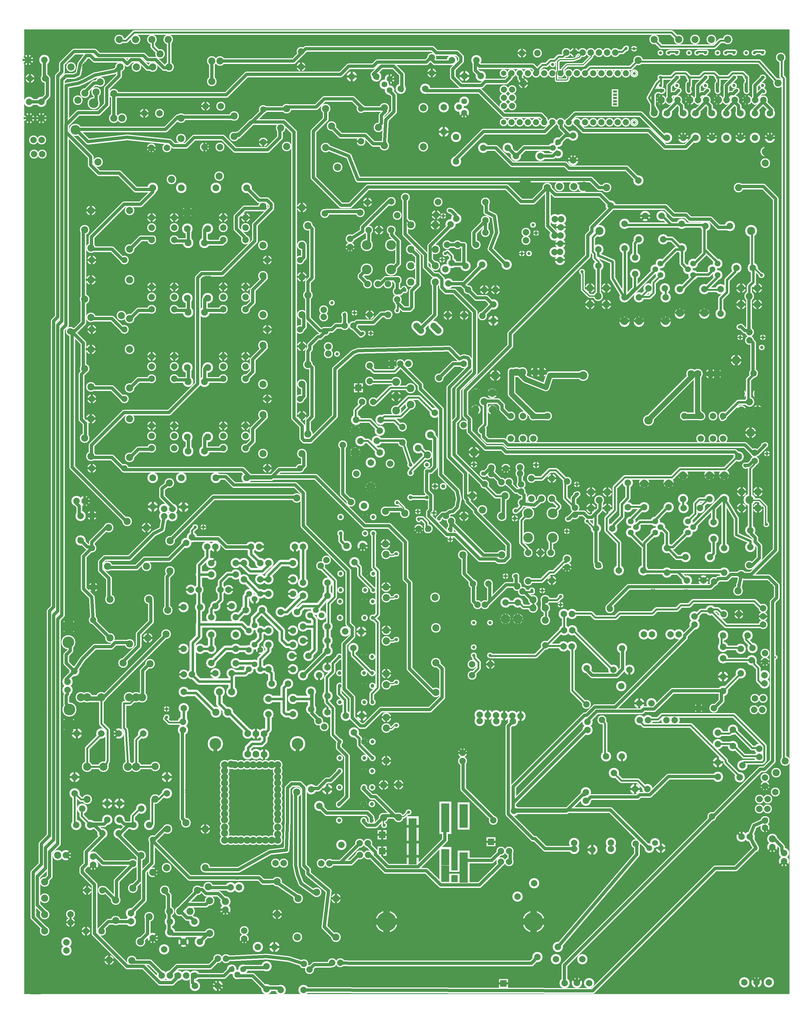
<source format=gbr>
%FSLAX34Y34*%
%MOMM*%
%LNCOPPER_BOTTOM*%
G71*
G01*
%ADD10C,3.200*%
%ADD11C,3.000*%
%ADD12C,1.600*%
%ADD13C,3.000*%
%ADD14C,2.800*%
%ADD15C,4.700*%
%ADD16C,1.400*%
%ADD17C,1.800*%
%ADD18C,1.200*%
%ADD19C,3.700*%
%ADD20C,7.800*%
%ADD21C,3.400*%
%ADD22C,3.100*%
%ADD23C,2.800*%
%ADD24C,2.800*%
%ADD25C,2.400*%
%ADD26C,2.800*%
%ADD27C,2.600*%
%ADD28C,1.700*%
%ADD29C,1.800*%
%ADD30C,3.200*%
%ADD31C,3.800*%
%ADD32C,3.000*%
%ADD33C,3.200*%
%ADD34C,2.000*%
%ADD35C,1.800*%
%ADD36C,3.300*%
%ADD37C,2.900*%
%ADD38C,2.700*%
%ADD39C,3.000*%
%ADD40C,4.800*%
%ADD41C,3.300*%
%ADD42C,3.400*%
%ADD43C,2.000*%
%ADD44C,2.600*%
%ADD45C,1.900*%
%ADD46C,1.990*%
%ADD47C,1.800*%
%ADD48C,3.300*%
%ADD49C,6.800*%
%ADD50C,1.300*%
%ADD51C,4.400*%
%ADD52C,4.200*%
%ADD53C,5.200*%
%ADD54C,2.100*%
%ADD55C,0.800*%
%ADD56R,2.070X1.435*%
%ADD57C,2.700*%
%ADD58C,2.450*%
%ADD59C,1.100*%
%ADD60C,4.800*%
%ADD61C,1.140*%
%ADD62C,1.400*%
%ADD63C,0.733*%
%ADD64C,0.667*%
%ADD65C,3.345*%
%ADD66C,0.813*%
%ADD67C,6.067*%
%ADD68C,6.860*%
%ADD69C,1.403*%
%ADD70C,1.723*%
%ADD71C,1.380*%
%ADD72C,1.427*%
%ADD73C,1.033*%
%ADD74C,1.180*%
%ADD75C,1.220*%
%ADD76C,0.680*%
%ADD77C,0.767*%
%ADD78C,1.264*%
%ADD79C,1.507*%
%ADD80C,1.973*%
%ADD81C,1.687*%
%ADD82C,1.447*%
%ADD83C,2.100*%
%ADD84C,1.967*%
%ADD85C,0.700*%
%ADD86C,0.804*%
%ADD87C,0.672*%
%ADD88C,0.960*%
%ADD89C,0.616*%
%ADD90C,0.400*%
%ADD91C,0.333*%
%ADD92C,2.748*%
%ADD93C,2.973*%
%ADD94C,0.833*%
%ADD95C,2.200*%
%ADD96C,2.134*%
%ADD97C,3.717*%
%ADD98C,0.433*%
%ADD99C,0.600*%
%ADD100C,3.419*%
%ADD101C,0.867*%
%ADD102C,1.527*%
%ADD103C,2.000*%
%ADD104C,1.800*%
%ADD105C,2.200*%
%ADD106C,4.500*%
%ADD107C,1.000*%
%ADD108C,2.500*%
%ADD109C,7.000*%
%ADD110C,2.600*%
%ADD111C,2.300*%
%ADD112C,2.000*%
%ADD113C,2.000*%
%ADD114C,0.900*%
%ADD115C,1.000*%
%ADD116C,3.000*%
%ADD117C,2.200*%
%ADD118C,2.400*%
%ADD119C,1.200*%
%ADD120C,1.000*%
%ADD121C,2.100*%
%ADD122C,1.900*%
%ADD123C,2.200*%
%ADD124C,3.600*%
%ADD125C,2.100*%
%ADD126C,2.200*%
%ADD127C,1.500*%
%ADD128C,0.790*%
%ADD129C,1.000*%
%ADD130C,6.000*%
%ADD131C,0.500*%
%ADD132C,3.600*%
%ADD133C,4.000*%
%ADD134C,5.000*%
%ADD135C,1.300*%
%ADD136C,0.000*%
%ADD137R,1.270X0.635*%
%ADD138C,1.900*%
%ADD139C,1.650*%
%ADD140C,0.300*%
%ADD141C,4.600*%
%ADD142C,0.340*%
%ADD143C,0.600*%
%LPD*%
G36*
X-1016000Y2679700D02*
X1364000Y2679700D01*
X1364000Y-320300D01*
X-1016000Y-320300D01*
X-1016000Y2679700D01*
G37*
%LPC*%
X850845Y1998771D02*
G54D10*
D03*
X850895Y2075021D02*
G54D10*
D03*
X769851Y1995371D02*
G54D10*
D03*
X769964Y1944390D02*
G54D10*
D03*
X884151Y1969971D02*
G54D10*
D03*
X884263Y1918990D02*
G54D10*
D03*
X850861Y1770171D02*
G54D10*
D03*
X850911Y1846421D02*
G54D10*
D03*
X971582Y2026785D02*
G54D10*
D03*
X895332Y2026835D02*
G54D10*
D03*
X896541Y1846421D02*
G54D10*
D03*
X896491Y1770171D02*
G54D10*
D03*
X1028644Y1998770D02*
G54D10*
D03*
X1028694Y2075020D02*
G54D10*
D03*
X925976Y1874255D02*
G54D10*
D03*
X1023541Y1871821D02*
G54D10*
D03*
X1023491Y1795571D02*
G54D10*
D03*
X1099740Y1871821D02*
G54D10*
D03*
X1099690Y1795571D02*
G54D10*
D03*
X1150540Y1871821D02*
G54D10*
D03*
X1150490Y1795571D02*
G54D10*
D03*
X1250012Y1937866D02*
G54D10*
D03*
X1199032Y1937753D02*
G54D10*
D03*
X1178558Y2068589D02*
G54D10*
D03*
X1102308Y2068639D02*
G54D10*
D03*
X963216Y1951196D02*
G54D11*
D03*
X947316Y1933621D02*
G54D11*
D03*
X963250Y1916005D02*
G54D11*
D03*
X1064816Y1951196D02*
G54D11*
D03*
X1048916Y1933621D02*
G54D11*
D03*
X1064850Y1916005D02*
G54D11*
D03*
X1141016Y1951196D02*
G54D11*
D03*
X1125116Y1933621D02*
G54D11*
D03*
X1141050Y1916005D02*
G54D11*
D03*
G54D12*
X850911Y1846421D02*
X852066Y1843346D01*
X852066Y1995746D01*
X850845Y1998771D01*
G54D12*
X1028694Y2075020D02*
X1029866Y2071946D01*
X852066Y2071946D01*
X850895Y2075021D01*
G54D12*
X895332Y2026835D02*
X896516Y2027496D01*
X883816Y2014796D01*
X883816Y1970346D01*
X884151Y1969971D01*
G54D12*
X850911Y1846421D02*
X852066Y1843346D01*
X883816Y1875096D01*
X883816Y1919546D01*
X884264Y1918990D01*
G54D12*
X947316Y1933621D02*
X947316Y1932246D01*
X858416Y1843346D01*
X852066Y1843346D01*
X850911Y1846421D01*
G54D12*
X1064851Y1916005D02*
X1067966Y1913196D01*
X1023516Y1868746D01*
X1023541Y1871821D01*
G54D12*
X1048916Y1933621D02*
X1048916Y1932246D01*
X1029866Y1951296D01*
X1029866Y1995746D01*
X1028645Y1998770D01*
G54D12*
X1064816Y1951196D02*
X1067966Y1951296D01*
X1099716Y1983046D01*
X1099716Y2065596D01*
X1102308Y2068639D01*
G54D12*
X1028645Y1998770D02*
X1029866Y1995746D01*
X998116Y2027496D01*
X972716Y2027496D01*
X971582Y2026785D01*
G54D12*
X1141016Y1951196D02*
X1144166Y1951296D01*
X1099716Y1995746D01*
X1099716Y2065596D01*
X1102308Y2068639D01*
G54D12*
X1199032Y1937753D02*
X1201316Y1938596D01*
X1194966Y1932246D01*
X1194966Y1925896D01*
X1169566Y1900496D01*
X1169566Y1862396D01*
X1150516Y1843346D01*
X1150516Y1792546D01*
X1150490Y1795571D01*
G54D12*
X1141050Y1916005D02*
X1144166Y1913196D01*
X1099716Y1868746D01*
X1099740Y1871821D01*
G54D12*
X963216Y1951196D02*
X966366Y1951296D01*
X1010816Y1995746D01*
X1029866Y1995746D01*
X1028645Y1998770D01*
G54D12*
X1102308Y2068639D02*
X1099716Y2065596D01*
X1093366Y2071946D01*
X1029866Y2071946D01*
X1028694Y2075020D01*
X744116Y1875096D02*
G54D13*
D03*
X794916Y1875096D02*
G54D13*
D03*
X769516Y1849696D02*
G54D13*
D03*
X794916Y1824296D02*
G54D13*
D03*
X744116Y1824296D02*
G54D13*
D03*
X1214016Y1875096D02*
G54D13*
D03*
X1264816Y1875096D02*
G54D13*
D03*
X1239416Y1849696D02*
G54D13*
D03*
X1264816Y1824296D02*
G54D13*
D03*
X1214016Y1824296D02*
G54D13*
D03*
G54D12*
X769516Y1849696D02*
X769516Y1944946D01*
X769964Y1944390D01*
G54D12*
X850911Y1846421D02*
X852066Y1843346D01*
X813966Y1906846D01*
X813966Y1957646D01*
X769516Y1976696D01*
X769516Y1995746D01*
X769852Y1995371D01*
G54D12*
X1238622Y1849696D02*
X1238622Y1881446D01*
X1251322Y1894146D01*
X1251322Y1938596D01*
X1249219Y1937865D01*
X915542Y2099405D02*
G54D10*
D03*
X966522Y2099518D02*
G54D10*
D03*
G54D12*
X1125116Y1933621D02*
X1125116Y1930646D01*
X1112416Y1917946D01*
X1067966Y1917946D01*
X1064851Y1916005D01*
X850861Y1770171D02*
G54D14*
D03*
X896491Y1770171D02*
G54D14*
D03*
X1023491Y1795571D02*
G54D14*
D03*
X1099690Y1795571D02*
G54D14*
D03*
X850861Y1770171D02*
G54D14*
D03*
X726440Y2129790D02*
G54D15*
D03*
X976776Y1874255D02*
G54D10*
D03*
X979091Y1846421D02*
G54D10*
D03*
X979041Y1770171D02*
G54D10*
D03*
G54D16*
X963251Y1916005D02*
X966366Y1917946D01*
X940966Y1892546D01*
X940966Y1860796D01*
X928266Y1848096D01*
X896516Y1848096D01*
X896541Y1846421D01*
G54D16*
X925976Y1874255D02*
X928266Y1873496D01*
X902866Y1848096D01*
X896516Y1848096D01*
X896541Y1846421D01*
G54D16*
X979091Y1846421D02*
X979066Y1848096D01*
X979066Y1873496D01*
X976776Y1874255D01*
G54D12*
X966522Y2099518D02*
X969566Y2098896D01*
X994966Y2073496D01*
X1026716Y2073496D01*
X1028694Y2075020D01*
X808091Y2131571D02*
G54D10*
D03*
G54D16*
X1150540Y1871821D02*
X1151916Y1870396D01*
X1101916Y1870396D01*
X1099740Y1871821D01*
X719316Y1925796D02*
G54D17*
D03*
G54D18*
X719316Y1925796D02*
X716916Y1925396D01*
X721916Y1920396D01*
X721916Y1870396D01*
X741916Y1850396D01*
X771916Y1850396D01*
X769516Y1849696D01*
X896491Y1770171D02*
G54D14*
D03*
X979041Y1770171D02*
G54D14*
D03*
X1023491Y1795571D02*
G54D14*
D03*
X1099690Y1795571D02*
G54D14*
D03*
X1286272Y2128996D02*
G54D15*
D03*
X726440Y1771014D02*
G54D15*
D03*
X1285636Y1772602D02*
G54D15*
D03*
X776466Y2052796D02*
G54D17*
D03*
X773290Y2052796D02*
G54D19*
D03*
G54D16*
X773290Y2052796D02*
X771128Y2052002D01*
X752078Y2032952D01*
X752078Y1988502D01*
X758428Y1982152D01*
X758428Y1969452D01*
X771128Y1956752D01*
X771128Y1848802D01*
X769516Y1849696D01*
X1245015Y2052796D02*
G54D19*
D03*
G54D16*
X1240015Y2052796D02*
X1241028Y2052002D01*
X1247378Y2045652D01*
X1247378Y1937702D01*
X1250012Y1937866D01*
X859066Y1463555D02*
G54D20*
D03*
X789216Y1603256D02*
G54D20*
D03*
X722541Y1603255D02*
G54D21*
D03*
X925741Y1463555D02*
G54D21*
D03*
X513666Y1613355D02*
G54D22*
D03*
X593666Y1613355D02*
G54D23*
D03*
X1058666Y1608355D02*
G54D23*
D03*
X1138666Y1608355D02*
G54D23*
D03*
X593666Y1613355D02*
G54D22*
D03*
X1058666Y1608355D02*
G54D22*
D03*
X1138666Y1608355D02*
G54D13*
D03*
X533666Y1613355D02*
G54D22*
D03*
X573666Y1613355D02*
G54D22*
D03*
X1078666Y1608356D02*
G54D22*
D03*
X1118666Y1608355D02*
G54D22*
D03*
X389241Y1497025D02*
G54D13*
D03*
X389241Y1547825D02*
G54D13*
D03*
X414641Y1522425D02*
G54D13*
D03*
X440041Y1547826D02*
G54D13*
D03*
X440041Y1497025D02*
G54D13*
D03*
X389241Y1495755D02*
G54D24*
D03*
X440041Y1495755D02*
G54D14*
D03*
X1214741Y1495755D02*
G54D13*
D03*
X1214741Y1546555D02*
G54D13*
D03*
X1240141Y1521155D02*
G54D13*
D03*
X1265541Y1546555D02*
G54D13*
D03*
X1265541Y1495755D02*
G54D13*
D03*
X1214741Y1495755D02*
G54D24*
D03*
X1265541Y1495755D02*
G54D14*
D03*
G54D25*
X513666Y1613355D02*
X517866Y1617056D01*
X543266Y1591655D01*
X606766Y1566256D01*
X619466Y1604355D01*
X721066Y1604355D01*
X722541Y1603255D01*
G54D25*
X1058666Y1608355D02*
X1063966Y1604355D01*
X924266Y1464655D01*
X925741Y1463555D01*
X1088198Y1407118D02*
G54D26*
D03*
X1088198Y1476968D02*
G54D26*
D03*
X1158048Y1407118D02*
G54D26*
D03*
X1158048Y1476968D02*
G54D26*
D03*
X1126298Y1476968D02*
G54D26*
D03*
X1126298Y1407118D02*
G54D26*
D03*
X1158049Y1407118D02*
G54D14*
D03*
X1158049Y1476968D02*
G54D14*
D03*
X497648Y1407118D02*
G54D26*
D03*
X497648Y1476968D02*
G54D26*
D03*
X567498Y1407118D02*
G54D26*
D03*
X567498Y1476968D02*
G54D26*
D03*
X535748Y1476968D02*
G54D26*
D03*
X535748Y1407118D02*
G54D26*
D03*
X567499Y1407118D02*
G54D14*
D03*
X567499Y1476968D02*
G54D14*
D03*
G54D25*
X567499Y1476968D02*
X570141Y1476255D01*
X500291Y1546105D01*
X500291Y1615955D01*
X500966Y1613355D01*
X1138666Y1608355D02*
G54D22*
D03*
X611949Y1476968D02*
G54D24*
D03*
G54D25*
X605599Y1476968D02*
X608241Y1476255D01*
X570141Y1476255D01*
X567499Y1476968D01*
X1037399Y1476968D02*
G54D24*
D03*
G54D25*
X1037399Y1476968D02*
X1040041Y1476255D01*
X1090841Y1476256D01*
X1088199Y1476968D01*
G54D12*
X1158049Y1470618D02*
X1154341Y1469905D01*
X1205141Y1520706D01*
X1243241Y1520705D01*
X1240141Y1514805D01*
G54D25*
X1088199Y1476968D02*
X1090841Y1476256D01*
X1078141Y1488955D01*
X1078141Y1603255D01*
X1078666Y1608356D01*
X1252941Y1610080D02*
G54D24*
D03*
X408391Y1432280D02*
G54D24*
D03*
G54D12*
X408391Y1432280D02*
X405041Y1438155D01*
X417741Y1450855D01*
X417741Y1527055D01*
X414641Y1521155D01*
G54D12*
X1246591Y1610080D02*
X1249591Y1615955D01*
X1249591Y1603256D01*
X1236891Y1590555D01*
X1236891Y1527056D01*
X1233791Y1521155D01*
X389241Y1546555D02*
G54D14*
D03*
X440041Y1546556D02*
G54D14*
D03*
X1214741Y1546555D02*
G54D14*
D03*
X1265541Y1546555D02*
G54D14*
D03*
X1265541Y1495755D02*
G54D14*
D03*
X726440Y1293177D02*
G54D15*
D03*
X1286272Y1292384D02*
G54D15*
D03*
X726440Y934402D02*
G54D15*
D03*
X1285636Y935990D02*
G54D15*
D03*
X1240015Y1216184D02*
G54D19*
D03*
X125616Y1933256D02*
G54D27*
D03*
X125616Y2009456D02*
G54D27*
D03*
X49416Y1933256D02*
G54D27*
D03*
X125616Y1933256D02*
G54D27*
D03*
X49416Y2009456D02*
G54D27*
D03*
X49416Y1933256D02*
G54D27*
D03*
X125616Y2009456D02*
G54D27*
D03*
X49416Y2009456D02*
G54D27*
D03*
X125528Y2144479D02*
G54D26*
D03*
X125528Y2055579D02*
G54D26*
D03*
X87428Y2055579D02*
G54D26*
D03*
X55678Y2055579D02*
G54D26*
D03*
X115884Y1792689D02*
G54D26*
D03*
X52385Y1887939D02*
G54D26*
D03*
X84134Y1887939D02*
G54D26*
D03*
X115884Y1887939D02*
G54D26*
D03*
G54D28*
X55678Y2055579D02*
X55766Y2053906D01*
X55766Y2015806D01*
X49416Y2009456D01*
G54D29*
X49416Y1933256D02*
X30366Y1914206D01*
X30366Y1909958D01*
X52385Y1887939D01*
G54D29*
X5404Y2032129D02*
X37154Y2051179D01*
X37154Y2063879D01*
X119704Y2146429D01*
X119178Y2144479D01*
X144367Y1900228D02*
G54D26*
D03*
G54D29*
X144368Y1900228D02*
X147241Y1898015D01*
X140891Y1904365D01*
X109141Y1904365D01*
X90091Y1885315D01*
X83741Y1885315D01*
X84135Y1887939D01*
X52384Y2141939D02*
G54D26*
D03*
X169978Y2157179D02*
G54D26*
D03*
X332406Y2009490D02*
G54D26*
D03*
X389556Y2009490D02*
G54D26*
D03*
X418256Y2085690D02*
G54D26*
D03*
X418256Y2142840D02*
G54D26*
D03*
X357206Y1943866D02*
G54D10*
D03*
X303254Y1889984D02*
G54D10*
D03*
X357206Y1943866D02*
G54D14*
D03*
X484982Y1947918D02*
G54D10*
D03*
X408732Y1947968D02*
G54D10*
D03*
X484982Y1947918D02*
G54D14*
D03*
X364156Y1869790D02*
G54D26*
D03*
X414956Y1869790D02*
G54D26*
D03*
G54D29*
X408732Y1947968D02*
X408656Y1945990D01*
X351506Y1888840D01*
X300706Y1888840D01*
X303254Y1889984D01*
G54D29*
X364156Y1869790D02*
X364206Y1869790D01*
X345156Y1888840D01*
X300706Y1888840D01*
X303254Y1889984D01*
G54D29*
X357206Y1943866D02*
X357856Y1945990D01*
X351506Y1952340D01*
X351506Y2009490D01*
X332406Y2009490D01*
X414956Y1869790D02*
G54D26*
D03*
X443563Y1773684D02*
G54D10*
D03*
X443451Y1824664D02*
G54D10*
D03*
X443563Y1773684D02*
G54D10*
D03*
G54D29*
X443451Y1824664D02*
X440406Y1825340D01*
X421356Y1844390D01*
X389606Y1844390D01*
X364206Y1869790D01*
X364156Y1869790D01*
G54D29*
X418256Y2085690D02*
X421356Y2085690D01*
X383256Y2047590D01*
X383256Y2009490D01*
X383206Y2009490D01*
G54D29*
X484982Y1947918D02*
X484856Y1945990D01*
X434056Y1996790D01*
X453056Y2047590D01*
X446756Y2098390D01*
X421356Y2111090D01*
X421356Y2136490D01*
X418256Y2136490D01*
X418256Y2047590D02*
G54D26*
D03*
G54D29*
X418256Y2047590D02*
X418256Y2085690D01*
X450006Y1869790D02*
G54D26*
D03*
X299386Y2009490D02*
G54D26*
D03*
G54D29*
X299386Y2009490D02*
X300656Y2009490D01*
X338756Y2009490D01*
X332406Y2009490D01*
X310306Y2072990D02*
G54D26*
D03*
X186610Y2071494D02*
G54D13*
D03*
X262810Y2071494D02*
G54D13*
D03*
X186610Y1995294D02*
G54D13*
D03*
X186610Y1944494D02*
G54D13*
D03*
X186610Y1893694D02*
G54D13*
D03*
X262810Y1995294D02*
G54D13*
D03*
X262810Y1944494D02*
G54D13*
D03*
X262810Y1893694D02*
G54D13*
D03*
X262810Y2071494D02*
G54D26*
D03*
X409061Y1788691D02*
G54D26*
D03*
X352841Y1790936D02*
G54D26*
D03*
X352841Y1790936D02*
G54D26*
D03*
X302041Y1790936D02*
G54D26*
D03*
G54D16*
X186611Y2071494D02*
X189555Y2070229D01*
X170505Y2089279D01*
X170505Y2159129D01*
X169978Y2157179D01*
G54D29*
X186611Y1995295D02*
X189555Y1994029D01*
X208605Y1974979D01*
X208605Y1886079D01*
X189555Y1867029D01*
X189555Y1816229D01*
X183205Y1809879D01*
X164155Y1809879D01*
X145105Y1828929D01*
X144578Y1842854D01*
G54D29*
X262811Y1944495D02*
X265755Y1943229D01*
X246705Y1962279D01*
X246705Y2006729D01*
X310205Y2070229D01*
X310306Y2072989D01*
G54D30*
X272225Y1743214D02*
X258083Y1757356D01*
G54D30*
X218250Y1743214D02*
X204108Y1757356D01*
X-1984Y2028190D02*
G54D24*
D03*
X-1984Y2002790D02*
G54D24*
D03*
X271066Y2142490D02*
G54D24*
D03*
X49416Y2009456D02*
G54D31*
D03*
X49416Y1933256D02*
G54D31*
D03*
X125616Y1933256D02*
G54D31*
D03*
X125616Y2009456D02*
G54D31*
D03*
G54D29*
X125616Y1933256D02*
X127476Y1932340D01*
X146526Y1951390D01*
X146526Y2021240D01*
X127476Y2040290D01*
X127476Y2052990D01*
X125528Y2055579D01*
G54D29*
X214354Y1750285D02*
X216376Y1748190D01*
X260826Y1792640D01*
X260826Y1894240D01*
X262811Y1893695D01*
X551694Y1175054D02*
G54D27*
D03*
X551694Y1098854D02*
G54D27*
D03*
X627894Y1175054D02*
G54D27*
D03*
X551694Y1175054D02*
G54D27*
D03*
X627894Y1098854D02*
G54D27*
D03*
X627894Y1175054D02*
G54D27*
D03*
X551694Y1098854D02*
G54D27*
D03*
X627894Y1098854D02*
G54D27*
D03*
X551782Y963831D02*
G54D26*
D03*
X551782Y1052731D02*
G54D26*
D03*
X589882Y1052731D02*
G54D26*
D03*
X621632Y1052731D02*
G54D26*
D03*
X624926Y1283871D02*
G54D26*
D03*
X561426Y1283871D02*
G54D26*
D03*
X624925Y1220371D02*
G54D26*
D03*
X593176Y1220371D02*
G54D26*
D03*
X561426Y1220371D02*
G54D26*
D03*
G54D16*
X621632Y1052731D02*
X621544Y1054404D01*
X621544Y1092504D01*
X627895Y1098854D01*
G54D16*
X627894Y1175054D02*
X646945Y1194104D01*
X646944Y1198352D01*
X624925Y1220371D01*
X532943Y1208082D02*
G54D26*
D03*
G54D29*
X532942Y1208082D02*
X530069Y1210295D01*
X536419Y1203945D01*
X571344Y1200770D01*
X593176Y1220371D01*
X593570Y1222995D01*
X593176Y1220371D01*
X624926Y966371D02*
G54D26*
D03*
X672944Y1007095D02*
G54D24*
D03*
X672944Y1032495D02*
G54D24*
D03*
X672944Y1273795D02*
G54D24*
D03*
G54D16*
X672944Y1032495D02*
X675725Y1029871D01*
X669375Y1023521D01*
X663025Y1023521D01*
X631275Y991771D01*
X618575Y991771D01*
X593175Y966371D01*
X548725Y966371D01*
X551782Y963831D01*
G54D16*
X672944Y1273795D02*
X675726Y1271171D01*
X637625Y1309271D01*
X618576Y1309271D01*
X593175Y1283871D01*
X561425Y1283871D01*
X627894Y1098854D02*
G54D31*
D03*
X627894Y1175054D02*
G54D31*
D03*
X551694Y1175054D02*
G54D31*
D03*
X551694Y1098854D02*
G54D31*
D03*
G54D16*
X551694Y1175054D02*
X549119Y1172195D01*
X530070Y1153145D01*
X530069Y1083295D01*
X549119Y1064245D01*
X549119Y1051545D01*
X551782Y1052731D01*
X348686Y1045473D02*
G54D13*
D03*
X351860Y1166123D02*
G54D13*
D03*
X469336Y1045473D02*
G54D13*
D03*
X469336Y1166123D02*
G54D13*
D03*
X409011Y1185586D02*
G54D13*
D03*
X351860Y1166123D02*
G54D32*
D03*
X377707Y1229704D02*
G54D13*
D03*
X479307Y1229704D02*
G54D13*
D03*
X566607Y905564D02*
G54D13*
D03*
X566607Y880164D02*
G54D13*
D03*
X604707Y880164D02*
G54D13*
D03*
X604707Y842064D02*
G54D13*
D03*
X519202Y897558D02*
G54D10*
D03*
X519315Y846578D02*
G54D10*
D03*
X519202Y897558D02*
G54D26*
D03*
X519314Y846577D02*
G54D26*
D03*
G54D16*
X566607Y880164D02*
X567441Y881183D01*
X567441Y906582D01*
X566607Y905564D01*
G54D16*
X519202Y897558D02*
X523385Y896507D01*
X536085Y883806D01*
X561485Y883806D01*
X566607Y880164D01*
X481102Y897558D02*
G54D10*
D03*
X481214Y846578D02*
G54D10*
D03*
X481102Y897558D02*
G54D26*
D03*
X481214Y846577D02*
G54D26*
D03*
G54D16*
X481102Y897558D02*
X485285Y896507D01*
X523385Y896507D01*
X519202Y897558D01*
X604707Y905564D02*
G54D13*
D03*
G54D29*
X604707Y905564D02*
X599585Y909207D01*
X599585Y883806D01*
X604707Y880164D01*
X415674Y1265514D02*
G54D26*
D03*
X377707Y1229704D02*
G54D13*
D03*
G54D16*
X415673Y1265514D02*
X418703Y1266190D01*
X418703Y1259840D01*
X450453Y1228090D01*
X482203Y1228090D01*
X479307Y1229704D01*
X185665Y1564003D02*
G54D33*
D03*
X185665Y1513203D02*
G54D33*
D03*
X141215Y1538604D02*
G54D33*
D03*
X141215Y1494153D02*
G54D33*
D03*
X141215Y1583053D02*
G54D33*
D03*
X153915Y1640203D02*
G54D26*
D03*
X128515Y1640203D02*
G54D26*
D03*
X179315Y1640203D02*
G54D26*
D03*
X92830Y1465578D02*
G54D10*
D03*
X16580Y1465628D02*
G54D10*
D03*
X13888Y1431318D02*
G54D10*
D03*
X90138Y1431268D02*
G54D10*
D03*
X29822Y1399842D02*
G54D10*
D03*
X80802Y1399954D02*
G54D10*
D03*
X58665Y1633941D02*
G54D26*
D03*
X58665Y1586141D02*
G54D26*
D03*
X62275Y1332316D02*
G54D10*
D03*
X62225Y1256066D02*
G54D10*
D03*
X122165Y1281254D02*
G54D26*
D03*
X122165Y1329053D02*
G54D26*
D03*
X34721Y1521097D02*
G54D26*
D03*
X69821Y1521098D02*
G54D26*
D03*
X160265Y1395553D02*
G54D26*
D03*
X160265Y1443354D02*
G54D26*
D03*
X13943Y1363671D02*
G54D10*
D03*
X90193Y1363621D02*
G54D10*
D03*
X261140Y1487248D02*
G54D10*
D03*
X13888Y1431318D02*
G54D26*
D03*
X13943Y1363671D02*
G54D26*
D03*
X122165Y1281254D02*
G54D26*
D03*
X62225Y1256066D02*
G54D26*
D03*
G54D16*
X58665Y1627591D02*
X59365Y1628773D01*
X72065Y1616074D01*
X135565Y1616073D01*
X154615Y1635124D01*
X154615Y1641474D01*
X153915Y1640203D01*
G54D16*
X58665Y1592491D02*
X59365Y1590674D01*
X65715Y1584324D01*
X141915Y1584324D01*
X141215Y1583053D01*
G54D16*
X76171Y1521098D02*
X78415Y1520824D01*
X122865Y1565274D01*
X186365Y1565273D01*
X185665Y1564003D01*
G54D16*
X92830Y1465578D02*
X91115Y1463673D01*
X103815Y1476374D01*
X154615Y1476374D01*
X186365Y1508123D01*
X186365Y1514474D01*
X185665Y1513203D01*
G54D16*
X41071Y1521097D02*
X40315Y1520824D01*
X14915Y1495423D01*
X14915Y1463674D01*
X16580Y1465628D01*
G54D16*
X90138Y1431268D02*
X91115Y1431924D01*
X59365Y1463674D01*
X14915Y1463674D01*
X16580Y1465628D01*
G54D16*
X160265Y1437004D02*
X160965Y1438274D01*
X135565Y1463674D01*
X91115Y1463673D01*
X92830Y1465578D01*
G54D16*
X160265Y1401903D02*
X160965Y1400173D01*
X78415Y1400173D01*
X80802Y1399954D01*
G54D16*
X90193Y1363621D02*
X91115Y1362073D01*
X53015Y1400173D01*
X27615Y1400173D01*
X29822Y1399842D01*
G36*
X37615Y1579273D02*
X37615Y1551273D01*
X9615Y1551273D01*
X9615Y1579273D01*
X37615Y1579273D01*
G37*
X236465Y1325792D02*
G54D34*
D03*
X236465Y1300392D02*
G54D35*
D03*
X185665Y1325791D02*
G54D35*
D03*
X185665Y1300391D02*
G54D34*
D03*
X236465Y1224191D02*
G54D35*
D03*
X185665Y1224191D02*
G54D35*
D03*
X238497Y1356557D02*
G54D13*
D03*
G54D16*
X185665Y1325791D02*
X160265Y1401991D01*
X77715Y1401992D01*
X80802Y1399954D01*
G54D16*
X261140Y1487248D02*
X261865Y1484541D01*
X211065Y1535342D01*
X179315Y1535341D01*
X141215Y1497241D01*
X141215Y1494153D01*
X240661Y1126583D02*
G54D24*
D03*
G54D16*
X185665Y1224191D02*
X236465Y1224191D01*
X185665Y1325791D02*
G54D34*
D03*
X236465Y1224191D02*
G54D34*
D03*
X185665Y1224191D02*
G54D34*
D03*
X1286216Y645733D02*
G54D10*
D03*
X1286216Y671233D02*
G54D10*
D03*
X-549326Y1377104D02*
G54D26*
D03*
X-619176Y1377104D02*
G54D26*
D03*
X-549326Y1446954D02*
G54D26*
D03*
X-619176Y1446954D02*
G54D26*
D03*
X-619176Y1415204D02*
G54D26*
D03*
X-549326Y1415204D02*
G54D26*
D03*
X-505918Y1368333D02*
G54D36*
D03*
X-454936Y1368445D02*
G54D36*
D03*
X-327076Y1377104D02*
G54D26*
D03*
X-396926Y1377104D02*
G54D26*
D03*
X-327076Y1446954D02*
G54D26*
D03*
X-396926Y1446954D02*
G54D26*
D03*
X-396926Y1415204D02*
G54D26*
D03*
X-327076Y1415204D02*
G54D26*
D03*
X-444853Y1412431D02*
G54D10*
D03*
X-444966Y1463411D02*
G54D10*
D03*
X-508353Y1412431D02*
G54D10*
D03*
X-508466Y1463411D02*
G54D10*
D03*
G54D29*
X-444853Y1412431D02*
X-447726Y1415204D01*
X-454076Y1408854D01*
X-454076Y1370754D01*
X-454936Y1368445D01*
G54D29*
X-508353Y1412431D02*
X-511226Y1415204D01*
X-504876Y1408854D01*
X-504876Y1370754D01*
X-505917Y1368333D01*
X-327076Y1446954D02*
G54D14*
D03*
X-396926Y1446954D02*
G54D14*
D03*
X-444966Y1463412D02*
G54D37*
D03*
X-508466Y1463412D02*
G54D14*
D03*
X-549326Y1446954D02*
G54D14*
D03*
X-619176Y1446954D02*
G54D14*
D03*
X-508353Y1412431D02*
G54D36*
D03*
X-508466Y1463411D02*
G54D36*
D03*
X-444966Y1463411D02*
G54D36*
D03*
X-444853Y1412431D02*
G54D36*
D03*
X-272863Y1481396D02*
G54D13*
D03*
X-152213Y1478222D02*
G54D13*
D03*
X-272863Y1360746D02*
G54D13*
D03*
X-152213Y1360746D02*
G54D13*
D03*
X-133400Y1421071D02*
G54D13*
D03*
X-259356Y1314466D02*
G54D38*
D03*
X-157756Y1314467D02*
G54D38*
D03*
X-152213Y1478222D02*
G54D13*
D03*
X-687858Y1348658D02*
G54D13*
D03*
X-808508Y1351832D02*
G54D13*
D03*
X-687858Y1469308D02*
G54D13*
D03*
X-808508Y1469308D02*
G54D13*
D03*
X-827320Y1408983D02*
G54D13*
D03*
X-808507Y1351832D02*
G54D13*
D03*
X-808508Y1469308D02*
G54D13*
D03*
X-805456Y1314466D02*
G54D38*
D03*
X-703856Y1314467D02*
G54D38*
D03*
X-259356Y1314466D02*
G54D26*
D03*
X-805456Y1314466D02*
G54D26*
D03*
G54D29*
X-157756Y1314466D02*
X-159103Y1310830D01*
X-146403Y1323530D01*
X-146403Y1361630D01*
X-152213Y1360746D01*
G54D29*
X-396926Y1377104D02*
X-400403Y1374330D01*
X-451203Y1374330D01*
X-454936Y1368446D01*
G54D29*
X-703856Y1314466D02*
X-705203Y1310830D01*
X-743303Y1348930D01*
X-806803Y1348930D01*
X-808507Y1351832D01*
X-549326Y1593004D02*
G54D26*
D03*
X-619176Y1593004D02*
G54D26*
D03*
X-549326Y1662854D02*
G54D26*
D03*
X-619176Y1662854D02*
G54D26*
D03*
X-619176Y1631104D02*
G54D26*
D03*
X-549326Y1631104D02*
G54D26*
D03*
X-505918Y1584233D02*
G54D36*
D03*
X-454936Y1584345D02*
G54D36*
D03*
X-327076Y1593004D02*
G54D26*
D03*
X-396926Y1593004D02*
G54D26*
D03*
X-327076Y1662854D02*
G54D26*
D03*
X-396926Y1662854D02*
G54D26*
D03*
X-396926Y1631104D02*
G54D26*
D03*
X-327076Y1631104D02*
G54D26*
D03*
X-444853Y1628331D02*
G54D10*
D03*
X-444966Y1679312D02*
G54D10*
D03*
X-508353Y1628331D02*
G54D10*
D03*
X-508466Y1679311D02*
G54D10*
D03*
G54D29*
X-444853Y1628331D02*
X-447726Y1631104D01*
X-454076Y1624754D01*
X-454076Y1586654D01*
X-454936Y1584345D01*
G54D29*
X-508353Y1628331D02*
X-511226Y1631104D01*
X-504876Y1624754D01*
X-504876Y1586654D01*
X-505917Y1584233D01*
X-327076Y1662854D02*
G54D14*
D03*
X-396926Y1662854D02*
G54D14*
D03*
X-444966Y1679312D02*
G54D37*
D03*
X-508466Y1679312D02*
G54D14*
D03*
X-549326Y1662854D02*
G54D14*
D03*
X-619176Y1662854D02*
G54D14*
D03*
X-508353Y1628331D02*
G54D36*
D03*
X-508466Y1679311D02*
G54D36*
D03*
X-444966Y1679312D02*
G54D36*
D03*
X-444853Y1628331D02*
G54D36*
D03*
X-272863Y1697296D02*
G54D13*
D03*
X-152213Y1694122D02*
G54D13*
D03*
X-272863Y1576646D02*
G54D13*
D03*
X-152213Y1576646D02*
G54D13*
D03*
X-133400Y1636971D02*
G54D13*
D03*
X-259356Y1530366D02*
G54D38*
D03*
X-157756Y1530367D02*
G54D38*
D03*
X-152213Y1694122D02*
G54D13*
D03*
X-687858Y1564558D02*
G54D13*
D03*
X-808508Y1567732D02*
G54D13*
D03*
X-687858Y1685208D02*
G54D13*
D03*
X-808508Y1685208D02*
G54D13*
D03*
X-827320Y1624883D02*
G54D13*
D03*
X-808507Y1567731D02*
G54D13*
D03*
X-808508Y1685208D02*
G54D13*
D03*
X-805456Y1530366D02*
G54D38*
D03*
X-703856Y1530367D02*
G54D38*
D03*
X-259356Y1530366D02*
G54D26*
D03*
X-805456Y1530366D02*
G54D26*
D03*
G54D29*
X-157756Y1530366D02*
X-159103Y1526730D01*
X-146403Y1539430D01*
X-146403Y1577530D01*
X-152213Y1576646D01*
G54D29*
X-396926Y1593004D02*
X-400403Y1590230D01*
X-451203Y1590230D01*
X-454936Y1584345D01*
G54D29*
X-505917Y1584233D02*
X-502003Y1590230D01*
X-552803Y1590230D01*
X-549326Y1593004D01*
G54D29*
X-703856Y1530366D02*
X-705203Y1526730D01*
X-743303Y1564830D01*
X-806803Y1564830D01*
X-808507Y1567731D01*
X-549326Y1808904D02*
G54D26*
D03*
X-619176Y1808904D02*
G54D26*
D03*
X-549326Y1878754D02*
G54D26*
D03*
X-619176Y1878754D02*
G54D26*
D03*
X-619176Y1847004D02*
G54D26*
D03*
X-549326Y1847004D02*
G54D26*
D03*
X-505918Y1800133D02*
G54D36*
D03*
X-454936Y1800245D02*
G54D36*
D03*
X-327076Y1808904D02*
G54D26*
D03*
X-396926Y1808904D02*
G54D26*
D03*
X-327076Y1878754D02*
G54D26*
D03*
X-396926Y1878754D02*
G54D26*
D03*
X-396926Y1847004D02*
G54D26*
D03*
X-327076Y1847004D02*
G54D26*
D03*
X-444853Y1844231D02*
G54D10*
D03*
X-444966Y1895212D02*
G54D10*
D03*
X-508353Y1844231D02*
G54D10*
D03*
X-508466Y1895212D02*
G54D10*
D03*
G54D29*
X-444853Y1844231D02*
X-447726Y1847004D01*
X-454076Y1840654D01*
X-454076Y1802554D01*
X-454936Y1800245D01*
G54D29*
X-508353Y1844231D02*
X-511226Y1847004D01*
X-504876Y1840654D01*
X-504876Y1802554D01*
X-505917Y1800133D01*
X-327076Y1878754D02*
G54D14*
D03*
X-396926Y1878754D02*
G54D14*
D03*
X-444966Y1895212D02*
G54D37*
D03*
X-508466Y1895212D02*
G54D14*
D03*
X-549326Y1878754D02*
G54D14*
D03*
X-619176Y1878754D02*
G54D14*
D03*
X-508353Y1844231D02*
G54D36*
D03*
X-508466Y1895212D02*
G54D36*
D03*
X-444966Y1895212D02*
G54D36*
D03*
X-444853Y1844231D02*
G54D36*
D03*
X-272863Y1913196D02*
G54D13*
D03*
X-152213Y1910022D02*
G54D13*
D03*
X-272863Y1792546D02*
G54D13*
D03*
X-152213Y1792546D02*
G54D13*
D03*
X-133400Y1852871D02*
G54D13*
D03*
X-259356Y1746266D02*
G54D38*
D03*
X-157756Y1746266D02*
G54D38*
D03*
X-152213Y1910022D02*
G54D13*
D03*
X-687858Y1780458D02*
G54D13*
D03*
X-808508Y1783632D02*
G54D13*
D03*
X-687858Y1901108D02*
G54D13*
D03*
X-808508Y1901108D02*
G54D13*
D03*
X-827320Y1840783D02*
G54D13*
D03*
X-808507Y1783632D02*
G54D13*
D03*
X-808508Y1901108D02*
G54D13*
D03*
X-805456Y1746266D02*
G54D38*
D03*
X-703856Y1746266D02*
G54D38*
D03*
X-259356Y1746266D02*
G54D26*
D03*
X-805456Y1746266D02*
G54D26*
D03*
G54D29*
X-157756Y1746266D02*
X-159103Y1742630D01*
X-146403Y1755330D01*
X-146403Y1793430D01*
X-152213Y1792546D01*
G54D29*
X-396926Y1808904D02*
X-400403Y1806130D01*
X-451203Y1806130D01*
X-454936Y1800246D01*
G54D29*
X-505917Y1800133D02*
X-502003Y1806130D01*
X-552803Y1806130D01*
X-549326Y1808904D01*
G54D29*
X-703856Y1746266D02*
X-705203Y1742630D01*
X-743303Y1780730D01*
X-806803Y1780730D01*
X-808507Y1783632D01*
X-549326Y2024804D02*
G54D26*
D03*
X-619176Y2024804D02*
G54D26*
D03*
X-549326Y2094654D02*
G54D26*
D03*
X-619176Y2094654D02*
G54D26*
D03*
X-619176Y2062904D02*
G54D26*
D03*
X-549326Y2062904D02*
G54D26*
D03*
X-505918Y2016033D02*
G54D36*
D03*
X-454936Y2016145D02*
G54D36*
D03*
X-327076Y2024804D02*
G54D26*
D03*
X-396926Y2024804D02*
G54D26*
D03*
X-327076Y2094654D02*
G54D26*
D03*
X-396926Y2094654D02*
G54D26*
D03*
X-396926Y2062904D02*
G54D26*
D03*
X-327076Y2062904D02*
G54D26*
D03*
X-444853Y2060131D02*
G54D10*
D03*
X-444966Y2111112D02*
G54D10*
D03*
X-508353Y2060131D02*
G54D10*
D03*
X-508466Y2111111D02*
G54D10*
D03*
G54D29*
X-444853Y2060131D02*
X-447726Y2062904D01*
X-454076Y2056554D01*
X-454076Y2018454D01*
X-454936Y2016145D01*
G54D29*
X-508353Y2060131D02*
X-511226Y2062904D01*
X-504876Y2056554D01*
X-504876Y2018454D01*
X-505917Y2016033D01*
X-327076Y2094654D02*
G54D14*
D03*
X-396926Y2094654D02*
G54D14*
D03*
X-444966Y2111112D02*
G54D37*
D03*
X-508466Y2111112D02*
G54D14*
D03*
X-549326Y2094654D02*
G54D14*
D03*
X-619176Y2094654D02*
G54D14*
D03*
X-508353Y2060131D02*
G54D36*
D03*
X-508466Y2111111D02*
G54D36*
D03*
X-444966Y2111111D02*
G54D36*
D03*
X-444853Y2060131D02*
G54D36*
D03*
X-272863Y2129096D02*
G54D13*
D03*
X-152213Y2125922D02*
G54D13*
D03*
X-272863Y2008446D02*
G54D13*
D03*
X-152213Y2008446D02*
G54D13*
D03*
X-133400Y2068771D02*
G54D13*
D03*
X-259356Y1962166D02*
G54D38*
D03*
X-157756Y1962166D02*
G54D38*
D03*
X-152213Y2125922D02*
G54D13*
D03*
X-687858Y1996358D02*
G54D13*
D03*
X-808508Y1999532D02*
G54D13*
D03*
X-687858Y2117008D02*
G54D13*
D03*
X-808508Y2117008D02*
G54D13*
D03*
X-827320Y2056683D02*
G54D13*
D03*
X-808507Y1999532D02*
G54D13*
D03*
X-808508Y2117008D02*
G54D13*
D03*
X-805456Y1962166D02*
G54D38*
D03*
X-703856Y1962166D02*
G54D38*
D03*
X-259356Y1962166D02*
G54D26*
D03*
X-805456Y1962166D02*
G54D26*
D03*
G54D29*
X-157756Y1962166D02*
X-159103Y1958530D01*
X-146403Y1971230D01*
X-146403Y2009330D01*
X-152213Y2008446D01*
G54D29*
X-505917Y2016034D02*
X-502003Y2022030D01*
X-552803Y2022030D01*
X-549326Y2024804D01*
G54D29*
X-703856Y1962166D02*
X-705203Y1958530D01*
X-743303Y1996630D01*
X-806803Y1996630D01*
X-808507Y1999532D01*
X-324202Y1285431D02*
G54D36*
D03*
X-324202Y1285431D02*
G54D36*
D03*
X-419452Y1285431D02*
G54D36*
D03*
X-419452Y1285431D02*
G54D36*
D03*
X-527402Y1285431D02*
G54D36*
D03*
X-527402Y1285431D02*
G54D36*
D03*
X-616302Y1285431D02*
G54D36*
D03*
X-616302Y1285431D02*
G54D36*
D03*
G54D29*
X-324202Y1285432D02*
X-324203Y1285430D01*
X-248003Y1285430D01*
X-222603Y1310830D01*
X-159103Y1310830D01*
X-157756Y1314466D01*
G54D29*
X-703856Y1314466D02*
X-705203Y1310830D01*
X-336903Y1310830D01*
X-311503Y1285430D01*
X-248003Y1285430D01*
X-222603Y1310830D01*
X-159103Y1310830D01*
X-157756Y1314466D01*
X-324202Y2187131D02*
G54D36*
D03*
X-324202Y2187131D02*
G54D36*
D03*
X-419452Y2187131D02*
G54D36*
D03*
X-419452Y2187131D02*
G54D36*
D03*
X-527402Y2187131D02*
G54D36*
D03*
X-527402Y2187131D02*
G54D36*
D03*
X-616302Y2187131D02*
G54D36*
D03*
X-616302Y2187131D02*
G54D36*
D03*
G54D29*
X-616302Y2187131D02*
X-616303Y2187130D01*
X-616303Y2174430D01*
X-654403Y2136330D01*
X-705203Y2136330D01*
X-806803Y2034730D01*
X-806803Y1996630D01*
X-808507Y1999532D01*
G54D29*
X-324202Y2187132D02*
X-324203Y2187130D01*
X-286103Y2149030D01*
X-260703Y2149030D01*
X-248003Y2136330D01*
X-248003Y2123630D01*
X-298803Y2072830D01*
X-298803Y2022030D01*
X-400403Y1920430D01*
X-463903Y1920430D01*
X-476603Y1907730D01*
X-476603Y1577530D01*
X-565503Y1488630D01*
X-705203Y1488630D01*
X-806803Y1387030D01*
X-806803Y1348930D01*
X-808507Y1351832D01*
G54D29*
X-272863Y1481396D02*
X-267053Y1475930D01*
X-305153Y1437830D01*
X-305153Y1399730D01*
X-330553Y1374330D01*
X-327076Y1377104D01*
G54D29*
X-272863Y1697296D02*
X-267053Y1691830D01*
X-305153Y1653730D01*
X-305153Y1615630D01*
X-330553Y1590230D01*
X-327076Y1593004D01*
G54D29*
X-272863Y1913196D02*
X-267053Y1907730D01*
X-305153Y1869630D01*
X-305153Y1831530D01*
X-330553Y1806130D01*
X-327076Y1808904D01*
G54D29*
X-272863Y2129096D02*
X-267053Y2123630D01*
X-330553Y2123630D01*
X-355953Y2098230D01*
X-355953Y2060130D01*
X-330553Y2034730D01*
X-330553Y2022030D01*
X-327076Y2024804D01*
G54D29*
X-687857Y1348658D02*
X-686153Y1348930D01*
X-660753Y1374330D01*
X-622653Y1374330D01*
X-619176Y1377104D01*
G54D29*
X-687857Y1564557D02*
X-686153Y1564830D01*
X-660753Y1590230D01*
X-622653Y1590230D01*
X-619176Y1593004D01*
G54D29*
X-687857Y1780457D02*
X-686153Y1780730D01*
X-660753Y1806130D01*
X-622653Y1806130D01*
X-619176Y1808904D01*
G54D29*
X-133400Y1636972D02*
X-133703Y1641030D01*
X-121003Y1628330D01*
X-121003Y1475930D01*
X-133703Y1463230D01*
X-133703Y1425130D01*
X-133400Y1421071D01*
G54D29*
X-133400Y2068772D02*
X-133703Y2072830D01*
X-121003Y2060130D01*
X-121003Y1907730D01*
X-133703Y1895030D01*
X-133703Y1856930D01*
X-133400Y1852871D01*
G54D29*
X-827320Y2056682D02*
X-832203Y2060130D01*
X-832203Y1844230D01*
X-827320Y1840782D01*
X-872938Y1740601D02*
G54D24*
D03*
X-79188Y1740601D02*
G54D24*
D03*
G54D29*
X-79188Y1740601D02*
X-76553Y1742630D01*
X-95603Y1723580D01*
X-101953Y1723580D01*
X-127353Y1698180D01*
X-127353Y1685480D01*
X-133703Y1679130D01*
X-133703Y1634680D01*
X-133400Y1636972D01*
G54D29*
X-79188Y1740601D02*
X-82903Y1742630D01*
X-95603Y1742630D01*
X-133703Y1780730D01*
X-133703Y1856930D01*
X-133400Y1852871D01*
G54D29*
X-872938Y1740601D02*
X-870303Y1742630D01*
X-832203Y1704530D01*
X-832203Y1628330D01*
X-827320Y1624882D01*
G54D29*
X-872938Y1740601D02*
X-870303Y1742630D01*
X-857603Y1742630D01*
X-832203Y1768030D01*
X-832203Y1844230D01*
X-827320Y1840782D01*
X532764Y1710690D02*
G54D15*
D03*
X542290Y2183764D02*
G54D15*
D03*
X542289Y2183765D02*
G54D15*
D03*
X-6986Y1710690D02*
G54D15*
D03*
X-19686Y2180590D02*
G54D15*
D03*
X-628039Y907915D02*
G54D13*
D03*
X-631213Y787265D02*
G54D13*
D03*
X-748688Y907915D02*
G54D13*
D03*
X-748688Y787265D02*
G54D13*
D03*
X-688364Y768452D02*
G54D13*
D03*
X-756238Y1009784D02*
G54D13*
D03*
X-753064Y1130434D02*
G54D13*
D03*
X-635588Y1009784D02*
G54D13*
D03*
X-635589Y1130434D02*
G54D13*
D03*
X-695914Y1149722D02*
G54D13*
D03*
X-801318Y945208D02*
G54D38*
D03*
X-801318Y843608D02*
G54D38*
D03*
X-801318Y945208D02*
G54D26*
D03*
X-801318Y945208D02*
G54D13*
D03*
X-805116Y1168404D02*
G54D38*
D03*
X-805116Y1066803D02*
G54D38*
D03*
X-805116Y1168404D02*
G54D26*
D03*
X-805116Y1168404D02*
G54D13*
D03*
X-631213Y787265D02*
G54D13*
D03*
X-635589Y1130434D02*
G54D13*
D03*
G54D29*
X-805116Y1066804D02*
X-805838Y1066665D01*
X-831238Y1041265D01*
X-831238Y939665D01*
X-805838Y914265D01*
X-801318Y843608D01*
X-753064Y1130434D02*
G54D13*
D03*
X-635589Y1130434D02*
G54D13*
D03*
G54D29*
X-801318Y843608D02*
X-805838Y844415D01*
X-748688Y787265D01*
G54D29*
X-753064Y1130434D02*
X-755038Y1136516D01*
X-805838Y1085716D01*
X-805838Y1073015D01*
X-805116Y1066803D01*
X-656828Y1216184D02*
G54D15*
D03*
X295672Y1216184D02*
G54D15*
D03*
X-656828Y317659D02*
G54D15*
D03*
X295672Y314484D02*
G54D15*
D03*
X379727Y955864D02*
G54D26*
D03*
X427527Y955864D02*
G54D26*
D03*
X379727Y955865D02*
G54D26*
D03*
G54D29*
X379727Y955864D02*
X377825Y961390D01*
X352425Y986790D01*
X352425Y1050290D01*
X348686Y1045473D01*
X1288323Y740274D02*
G54D24*
D03*
X1288324Y714874D02*
G54D24*
D03*
X1288323Y352924D02*
G54D24*
D03*
X1288324Y327524D02*
G54D24*
D03*
X1257139Y599024D02*
G54D24*
D03*
X1282539Y599024D02*
G54D24*
D03*
X261705Y913683D02*
G54D39*
D03*
X264880Y818433D02*
G54D39*
D03*
X264880Y710483D02*
G54D39*
D03*
X264880Y618408D02*
G54D39*
D03*
X-165690Y457945D02*
G54D40*
D03*
X-421390Y457845D02*
G54D40*
D03*
X-320664Y489770D02*
G54D41*
D03*
X-295290Y489645D02*
G54D41*
D03*
X-269846Y489670D02*
G54D41*
D03*
X-72584Y556029D02*
G54D10*
D03*
X-72759Y607021D02*
G54D10*
D03*
X-370514Y619895D02*
G54D42*
D03*
X-419914Y555795D02*
G54D42*
D03*
X-381914Y555795D02*
G54D42*
D03*
X-408614Y619895D02*
G54D42*
D03*
G54D43*
X-408690Y614076D02*
X-408690Y582326D01*
X-383290Y556926D01*
X-519790Y569045D02*
G54D10*
D03*
X-519914Y619962D02*
G54D10*
D03*
X-256264Y597620D02*
G54D10*
D03*
X-180014Y597570D02*
G54D10*
D03*
X-522364Y500920D02*
G54D10*
D03*
X-522364Y526420D02*
G54D10*
D03*
G54D43*
X-519790Y616670D02*
X-481690Y616670D01*
X-421364Y556345D01*
G54D43*
X-519790Y524595D02*
X-519790Y565870D01*
X-256264Y549995D02*
G54D10*
D03*
X-180015Y549945D02*
G54D10*
D03*
X-281664Y969095D02*
G54D10*
D03*
X-332581Y968970D02*
G54D10*
D03*
X-316590Y924645D02*
G54D11*
D03*
X-299014Y908745D02*
G54D11*
D03*
X-281398Y924680D02*
G54D11*
D03*
X-310240Y1070695D02*
G54D10*
D03*
X-284814Y1070745D02*
G54D10*
D03*
X-256264Y924645D02*
G54D10*
D03*
X-180090Y924645D02*
G54D10*
D03*
G54D43*
X-259440Y926120D02*
X-284840Y926120D01*
X-434064Y984970D02*
G54D10*
D03*
X-357814Y984920D02*
G54D10*
D03*
X-275314Y873845D02*
G54D10*
D03*
X-326231Y873720D02*
G54D10*
D03*
X-281664Y810345D02*
G54D11*
D03*
X-299264Y826245D02*
G54D11*
D03*
X-316856Y810310D02*
G54D11*
D03*
G54D43*
X-300714Y826220D02*
X-300714Y848445D01*
X-275314Y873845D01*
G54D43*
X-434064Y984970D02*
X-472164Y984970D01*
G54D43*
X-256264Y810345D02*
X-281664Y810345D01*
X-281290Y749945D02*
G54D44*
D03*
X-299264Y765920D02*
G54D11*
D03*
X-316856Y749985D02*
G54D11*
D03*
G54D43*
X-281664Y810345D02*
X-281664Y784945D01*
X-300714Y765895D01*
X-256264Y810345D02*
G54D10*
D03*
X-180090Y810345D02*
G54D10*
D03*
X-281665Y689645D02*
G54D11*
D03*
X-299264Y705595D02*
G54D11*
D03*
X-316856Y689660D02*
G54D11*
D03*
X-434064Y753195D02*
G54D10*
D03*
X-357814Y753145D02*
G54D10*
D03*
X-433856Y709016D02*
G54D10*
D03*
X-357606Y708966D02*
G54D10*
D03*
G54D43*
X-357864Y708745D02*
X-300714Y708745D01*
X-256264Y689695D02*
G54D10*
D03*
X-179990Y689645D02*
G54D10*
D03*
G54D43*
X-319764Y753195D02*
X-357865Y753195D01*
X-389614Y753195D01*
X-434064Y708745D01*
X-194944Y644905D02*
G54D10*
D03*
X-245860Y644780D02*
G54D10*
D03*
X-256264Y765895D02*
G54D10*
D03*
X-180014Y765845D02*
G54D10*
D03*
G54D45*
X-281664Y689695D02*
X-281664Y721445D01*
X-256264Y746845D01*
X-256264Y765895D01*
G54D43*
X-256264Y689695D02*
X-281664Y689695D01*
X-98989Y671045D02*
G54D33*
D03*
X-123973Y620113D02*
G54D33*
D03*
X-148872Y671160D02*
G54D33*
D03*
X-91164Y857970D02*
G54D11*
D03*
X-108965Y873770D02*
G54D11*
D03*
X-126355Y857935D02*
G54D11*
D03*
X-446764Y1070695D02*
G54D10*
D03*
X-421190Y1070645D02*
G54D10*
D03*
X-148314Y959570D02*
G54D10*
D03*
X-72064Y959520D02*
G54D10*
D03*
X-148314Y918295D02*
G54D10*
D03*
X-72064Y918245D02*
G54D10*
D03*
G54D43*
X-148314Y1064345D02*
X-148314Y962745D01*
X-167364Y867495D02*
G54D10*
D03*
X-218281Y867370D02*
G54D10*
D03*
G54D43*
X-72114Y956395D02*
X-72114Y918295D01*
G54D43*
X-72114Y918295D02*
X-110214Y873845D01*
G54D43*
X-100690Y886545D02*
X-148314Y886545D01*
X-167364Y867495D01*
G54D43*
X-218164Y867495D02*
X-199114Y867495D01*
X-148314Y918295D01*
X-148314Y823045D02*
G54D10*
D03*
X-72064Y822995D02*
G54D10*
D03*
X-72164Y696020D02*
G54D10*
D03*
X-72277Y747000D02*
G54D10*
D03*
X-72115Y778595D02*
G54D10*
D03*
X-148390Y778645D02*
G54D10*
D03*
G54D43*
X-72114Y781770D02*
X-72114Y826220D01*
X-497514Y937370D02*
G54D10*
D03*
X-472652Y937058D02*
G54D11*
D03*
X-468990Y753195D02*
G54D10*
D03*
X-519964Y753045D02*
G54D10*
D03*
G54D43*
X-434064Y753195D02*
X-465814Y753195D01*
X-434064Y797645D02*
G54D10*
D03*
X-357814Y797595D02*
G54D10*
D03*
G54D43*
X-319764Y810345D02*
X-338814Y829395D01*
X-472164Y829395D01*
G54D43*
X-434064Y753195D02*
X-434064Y797645D01*
X-370564Y676995D02*
G54D10*
D03*
X-421540Y676845D02*
G54D10*
D03*
X-493964Y673845D02*
G54D11*
D03*
X-519264Y674145D02*
G54D11*
D03*
X-468990Y883370D02*
G54D10*
D03*
X-519964Y883270D02*
G54D10*
D03*
X-148314Y1070695D02*
G54D10*
D03*
X-173790Y1070695D02*
G54D10*
D03*
G54D43*
X-72114Y746845D02*
X-72115Y778595D01*
G54D43*
X-180064Y765895D02*
X-199114Y765895D01*
X-214990Y781770D01*
X-214990Y810345D01*
X-275314Y870670D01*
X-434064Y851620D02*
G54D10*
D03*
X-357814Y851570D02*
G54D10*
D03*
X-370590Y886570D02*
G54D10*
D03*
X-421490Y886370D02*
G54D10*
D03*
X-405490Y937345D02*
G54D11*
D03*
X-380590Y937045D02*
G54D11*
D03*
G54D29*
X-405490Y937345D02*
X-405490Y962745D01*
X-383264Y984970D01*
X-357864Y984970D01*
G54D29*
X-405490Y937345D02*
X-405490Y905595D01*
X-421364Y889720D01*
G54D29*
X-434064Y854795D02*
X-434064Y877020D01*
X-421364Y889720D01*
G54D43*
X-357864Y854795D02*
X-348340Y854795D01*
X-326114Y877020D01*
G54D43*
X-472164Y829395D02*
X-472164Y791295D01*
X-491214Y772245D01*
X-491214Y670645D01*
G54D43*
X-370564Y619845D02*
X-370564Y676995D01*
G54D43*
X-319764Y489670D02*
X-319764Y496020D01*
X-380090Y556345D01*
X-256264Y969095D02*
G54D10*
D03*
X-180090Y969095D02*
G54D10*
D03*
G54D43*
X-370564Y651595D02*
X-472165Y651595D01*
X-491214Y670645D01*
G54D43*
X-256264Y549995D02*
X-256264Y502370D01*
X-268964Y489670D01*
G54D43*
X-246740Y645245D02*
X-246740Y676995D01*
X-259440Y689695D01*
G54D43*
X-195940Y642070D02*
X-199114Y642070D01*
X-208640Y632545D01*
X-208640Y556345D01*
X-202290Y549995D01*
X-186414Y549995D01*
X-180064Y549995D01*
G54D43*
X-256264Y597620D02*
X-208640Y597620D01*
G54D43*
X-180064Y597620D02*
X-145140Y597620D01*
X-122914Y597620D01*
X-256264Y1019895D02*
G54D10*
D03*
X-180090Y1019945D02*
G54D10*
D03*
X-434090Y1019945D02*
G54D10*
D03*
X-357889Y1019945D02*
G54D10*
D03*
G54D29*
X-472164Y826220D02*
X-472164Y1013545D01*
X-446764Y1038945D01*
X-446764Y1067520D01*
X-281664Y1019895D02*
G54D10*
D03*
X-332581Y1019770D02*
G54D10*
D03*
G54D43*
X-332465Y1019895D02*
X-357865Y1019895D01*
G54D43*
X-332465Y1019895D02*
X-332464Y1013545D01*
X-313414Y994495D01*
X-275314Y994495D01*
X-256264Y1013545D01*
G54D43*
X-281664Y969095D02*
X-256264Y969095D01*
X-256264Y981795D01*
X-218164Y1019895D01*
X-180064Y1019895D01*
G54D43*
X-332464Y969095D02*
X-329289Y969095D01*
X-284840Y924645D01*
G54D43*
X-370564Y676995D02*
X-329290Y676995D01*
X-316590Y689695D01*
G54D43*
X-310240Y1073870D02*
X-310240Y1048470D01*
X-281664Y1019895D01*
X-182964Y731280D02*
G54D10*
D03*
X-131984Y731392D02*
G54D10*
D03*
G54D43*
X-148314Y823045D02*
X-113390Y823045D01*
G54D43*
X-132440Y730970D02*
X-113390Y750020D01*
X-113390Y845270D01*
X-126089Y857970D01*
G54D43*
X-326114Y877020D02*
X-326114Y915120D01*
X-316590Y924645D01*
X-122865Y565820D02*
G54D10*
D03*
G54D43*
X-122914Y619845D02*
X-122914Y565870D01*
X-269790Y425345D02*
G54D41*
D03*
X-295090Y425545D02*
G54D41*
D03*
X-320577Y425476D02*
G54D41*
D03*
G54D46*
X-319764Y426170D02*
X-319764Y445220D01*
X-307064Y457920D01*
X-278490Y457920D01*
X-268964Y467445D01*
X-268964Y489670D01*
X67460Y414034D02*
G54D35*
D03*
X42060Y414034D02*
G54D35*
D03*
X67460Y464834D02*
G54D35*
D03*
X42060Y464834D02*
G54D35*
D03*
X-34140Y414034D02*
G54D34*
D03*
X-34140Y464834D02*
G54D35*
D03*
X110069Y405150D02*
G54D13*
D03*
X110069Y506750D02*
G54D13*
D03*
X148262Y331041D02*
G54D13*
D03*
X67460Y587468D02*
G54D35*
D03*
X42060Y587469D02*
G54D35*
D03*
X67460Y638268D02*
G54D35*
D03*
X42060Y638268D02*
G54D35*
D03*
X-34140Y587468D02*
G54D35*
D03*
X-34140Y638268D02*
G54D35*
D03*
X34360Y544839D02*
G54D33*
D03*
X9377Y493906D02*
G54D33*
D03*
X-15522Y544953D02*
G54D33*
D03*
X69842Y936719D02*
G54D35*
D03*
X44442Y936718D02*
G54D35*
D03*
X69842Y987518D02*
G54D35*
D03*
X44442Y987518D02*
G54D35*
D03*
X-31758Y936718D02*
G54D35*
D03*
X-31758Y987518D02*
G54D35*
D03*
X69842Y1112137D02*
G54D35*
D03*
X44442Y1112137D02*
G54D35*
D03*
X69842Y1162938D02*
G54D35*
D03*
X44442Y1162937D02*
G54D35*
D03*
X-31758Y1112138D02*
G54D35*
D03*
X-31758Y1162937D02*
G54D35*
D03*
X36742Y1073476D02*
G54D33*
D03*
X11758Y1022544D02*
G54D33*
D03*
X-13141Y1073590D02*
G54D33*
D03*
X32773Y807173D02*
G54D33*
D03*
X7790Y756241D02*
G54D33*
D03*
X-17110Y807288D02*
G54D33*
D03*
X68254Y850200D02*
G54D35*
D03*
X42854Y850200D02*
G54D35*
D03*
X68254Y901000D02*
G54D35*
D03*
X42854Y901000D02*
G54D35*
D03*
X-33346Y850200D02*
G54D35*
D03*
X-33346Y901000D02*
G54D35*
D03*
X66667Y677956D02*
G54D35*
D03*
X41267Y677956D02*
G54D35*
D03*
X66667Y728756D02*
G54D35*
D03*
X41267Y728756D02*
G54D35*
D03*
X-34933Y677956D02*
G54D35*
D03*
X-34933Y728756D02*
G54D35*
D03*
G54D12*
X-34140Y464834D02*
X-37190Y467445D01*
X-56240Y486495D01*
X-56240Y569045D01*
X-75290Y588095D01*
X-75290Y607145D01*
X-72758Y607021D01*
G54D12*
X-34934Y728756D02*
X-37190Y727795D01*
X-56240Y708745D01*
X-56240Y683345D01*
X-75290Y664295D01*
X-75290Y607145D01*
X-72758Y607021D01*
G54D12*
X-13140Y1073591D02*
X-11790Y1070695D01*
X-30840Y1089745D01*
X-30840Y1115145D01*
X-31758Y1112137D01*
G54D16*
X11758Y1022544D02*
X13610Y1019895D01*
X26310Y1007195D01*
X26310Y981795D01*
X70760Y937345D01*
X69841Y936719D01*
G54D16*
X68254Y850200D02*
X70760Y848445D01*
X83460Y861145D01*
X83460Y994495D01*
X70760Y1007195D01*
X70760Y1115145D01*
X69841Y1112137D01*
G54D16*
X68254Y850200D02*
X70760Y848445D01*
X83461Y835745D01*
X83460Y632545D01*
X64410Y613495D01*
X64410Y588095D01*
X67460Y587469D01*
G54D16*
X66666Y677956D02*
X64410Y676995D01*
X7260Y734145D01*
X7260Y753195D01*
X7790Y756241D01*
G54D12*
X-15522Y544953D02*
X-18140Y543645D01*
X-18140Y594445D01*
X-37190Y613495D01*
X-37190Y638895D01*
X-34139Y638269D01*
G54D12*
X9376Y493907D02*
X7260Y492845D01*
X26310Y473795D01*
X26310Y454745D01*
X64410Y416645D01*
X67460Y414034D01*
X110069Y540485D02*
G54D13*
D03*
X110069Y642085D02*
G54D13*
D03*
X110466Y676613D02*
G54D13*
D03*
X110466Y778213D02*
G54D13*
D03*
X110466Y811154D02*
G54D13*
D03*
X110466Y912754D02*
G54D13*
D03*
X109276Y945694D02*
G54D13*
D03*
X109276Y1047294D02*
G54D13*
D03*
X107688Y1079044D02*
G54D13*
D03*
X107688Y1180644D02*
G54D13*
D03*
X-34140Y464834D02*
G54D34*
D03*
X42060Y414034D02*
G54D34*
D03*
X67460Y414034D02*
G54D34*
D03*
X42060Y464834D02*
G54D34*
D03*
X67460Y464834D02*
G54D34*
D03*
X-34140Y587468D02*
G54D34*
D03*
X-34140Y638268D02*
G54D34*
D03*
X42060Y587469D02*
G54D34*
D03*
X67460Y587468D02*
G54D34*
D03*
X67460Y638268D02*
G54D34*
D03*
X42061Y638268D02*
G54D34*
D03*
X41267Y677956D02*
G54D34*
D03*
X66667Y677956D02*
G54D34*
D03*
X66667Y728756D02*
G54D34*
D03*
X41267Y728756D02*
G54D34*
D03*
X-34933Y677956D02*
G54D34*
D03*
X-34933Y728756D02*
G54D34*
D03*
X-33346Y850200D02*
G54D34*
D03*
X42854Y850200D02*
G54D34*
D03*
X-33346Y901000D02*
G54D34*
D03*
X42854Y901000D02*
G54D34*
D03*
X68254Y901000D02*
G54D34*
D03*
X68254Y850200D02*
G54D34*
D03*
X-31758Y936718D02*
G54D34*
D03*
X-31758Y987518D02*
G54D34*
D03*
X44442Y936718D02*
G54D34*
D03*
X69842Y936719D02*
G54D34*
D03*
X69842Y987518D02*
G54D34*
D03*
X44442Y987519D02*
G54D34*
D03*
X-31758Y1112138D02*
G54D34*
D03*
X-31758Y1162937D02*
G54D34*
D03*
X44442Y1112137D02*
G54D34*
D03*
X69842Y1112137D02*
G54D34*
D03*
X69842Y1162938D02*
G54D34*
D03*
X44442Y1162937D02*
G54D34*
D03*
X32773Y807173D02*
G54D33*
D03*
X36742Y1073476D02*
G54D33*
D03*
X65476Y220361D02*
G54D35*
D03*
X40076Y220361D02*
G54D35*
D03*
X65476Y271161D02*
G54D35*
D03*
X40076Y271161D02*
G54D35*
D03*
X-36124Y220361D02*
G54D34*
D03*
X-36124Y271161D02*
G54D35*
D03*
X-36124Y271161D02*
G54D34*
D03*
X40076Y220361D02*
G54D34*
D03*
X65476Y220361D02*
G54D34*
D03*
X40076Y271161D02*
G54D34*
D03*
X65476Y271161D02*
G54D34*
D03*
X-73193Y316239D02*
G54D33*
D03*
X-98176Y265306D02*
G54D33*
D03*
X-123075Y316353D02*
G54D33*
D03*
X102224Y329850D02*
G54D13*
D03*
X102224Y228251D02*
G54D13*
D03*
X148262Y331041D02*
G54D13*
D03*
X148262Y229441D02*
G54D13*
D03*
X66270Y322755D02*
G54D35*
D03*
X40870Y322755D02*
G54D35*
D03*
X66270Y373555D02*
G54D35*
D03*
X40870Y373555D02*
G54D35*
D03*
X-35330Y322754D02*
G54D34*
D03*
X-35331Y373555D02*
G54D35*
D03*
X-35331Y373555D02*
G54D34*
D03*
X40870Y322755D02*
G54D34*
D03*
X66270Y322755D02*
G54D34*
D03*
X40869Y373555D02*
G54D34*
D03*
X66270Y373555D02*
G54D34*
D03*
G54D29*
X-98176Y265306D02*
X-101483Y268214D01*
X-76083Y242814D01*
X50917Y242814D01*
X63617Y230114D01*
X63617Y217414D01*
X65476Y220361D01*
G54D29*
X-36124Y271161D02*
X-37983Y268214D01*
X-12583Y293614D01*
X-12583Y420614D01*
X-37983Y446014D01*
X-37983Y458714D01*
X-34139Y464834D01*
G54D29*
X-35330Y373555D02*
X-37983Y369814D01*
X-63383Y344414D01*
X-76083Y344414D01*
X-101483Y319014D01*
X-126883Y319014D01*
X-123075Y316352D01*
G54D29*
X40870Y322754D02*
X38217Y319014D01*
X63617Y293614D01*
X76317Y293614D01*
X139817Y230114D01*
X152517Y230114D01*
X148262Y229442D01*
G54D29*
X102224Y228250D02*
X101717Y230114D01*
X76317Y204714D01*
X50917Y204714D01*
X38217Y217414D01*
X40076Y220361D01*
X-168230Y1222677D02*
G54D39*
D03*
X-168230Y308277D02*
G54D39*
D03*
X-360595Y392983D02*
G54D13*
D03*
X-227245Y259633D02*
G54D13*
D03*
X-227245Y278683D02*
G54D13*
D03*
X-227245Y297733D02*
G54D13*
D03*
X-227245Y316783D02*
G54D13*
D03*
X-227245Y335833D02*
G54D13*
D03*
X-227245Y354883D02*
G54D13*
D03*
X-227245Y373933D02*
G54D13*
D03*
X-227245Y392983D02*
G54D13*
D03*
X-227245Y240583D02*
G54D13*
D03*
X-227245Y221533D02*
G54D13*
D03*
X-227245Y221533D02*
G54D13*
D03*
X-322495Y392983D02*
G54D13*
D03*
X-303445Y392983D02*
G54D13*
D03*
X-284395Y392983D02*
G54D13*
D03*
X-265345Y392983D02*
G54D13*
D03*
X-246295Y392983D02*
G54D13*
D03*
X-341545Y392983D02*
G54D13*
D03*
X-360595Y392983D02*
G54D13*
D03*
X-227245Y392983D02*
G54D13*
D03*
X-561930Y1089327D02*
G54D13*
D03*
G54D29*
X-561930Y1089327D02*
X-566970Y1085133D01*
X-427270Y1224833D01*
X-173270Y1224833D01*
X-168230Y1222677D01*
G54D29*
X264880Y618408D02*
X258530Y615233D01*
X182330Y691433D01*
X182330Y958133D01*
X169630Y970833D01*
X169630Y1085133D01*
X118830Y1135933D01*
X42630Y1135933D01*
X-109770Y1288333D01*
X-325670Y1288333D01*
X-324202Y1285431D01*
G54D29*
X264880Y710483D02*
X283930Y691433D01*
X283930Y602533D01*
X245830Y564433D01*
X93430Y564433D01*
X42630Y513633D01*
X29930Y513633D01*
X4530Y539033D01*
X4530Y602533D01*
X-20870Y627933D01*
X-20870Y767633D01*
X4530Y793033D01*
X4530Y818433D01*
X-8170Y831133D01*
X-8170Y996233D01*
X-147870Y1135933D01*
X-147870Y1237533D01*
X-173270Y1262933D01*
X-363770Y1262933D01*
X-389170Y1288333D01*
X-414570Y1288333D01*
X-419452Y1285431D01*
X167686Y1174884D02*
G54D13*
D03*
G54D29*
X167686Y1174884D02*
X169630Y1174033D01*
X156930Y1186733D01*
X106130Y1186733D01*
X107688Y1180644D01*
G54D29*
X148262Y229441D02*
X144230Y234233D01*
X106130Y234233D01*
X102224Y228251D01*
X58734Y1792689D02*
G54D26*
D03*
G54D29*
X-79188Y1740601D02*
X-84370Y1745533D01*
X-58970Y1745533D01*
X-46270Y1758233D01*
X-18935Y1758716D01*
X688714Y810635D02*
G54D10*
D03*
X663139Y810686D02*
G54D10*
D03*
X688085Y861482D02*
G54D10*
D03*
X662510Y861532D02*
G54D10*
D03*
G54D29*
X479307Y1229704D02*
X474430Y1224833D01*
X474430Y1161333D01*
X469336Y1166123D01*
X1281974Y879974D02*
G54D24*
D03*
X1281974Y854574D02*
G54D24*
D03*
X1281974Y829174D02*
G54D24*
D03*
X1288324Y197349D02*
G54D24*
D03*
X610818Y2188105D02*
G54D13*
D03*
X1206182Y2187936D02*
G54D13*
D03*
X1206182Y1351323D02*
G54D13*
D03*
X794968Y2188105D02*
G54D13*
D03*
X693368Y2191280D02*
G54D13*
D03*
X507732Y249648D02*
G54D10*
D03*
X648918Y2191280D02*
G54D13*
D03*
X-59107Y1829330D02*
G54D47*
D03*
X1118968Y872507D02*
G54D10*
D03*
X1207046Y861236D02*
G54D26*
D03*
X1159246Y861236D02*
G54D26*
D03*
G54D16*
X1118968Y872507D02*
X1115780Y876218D01*
X1166580Y825418D01*
X1280880Y825418D01*
X1281974Y829174D01*
G54D16*
X1159246Y861236D02*
X1153880Y863518D01*
X1141180Y876218D01*
X1115780Y876218D01*
X1118968Y872507D01*
G54D16*
X1281974Y879974D02*
X1280880Y876218D01*
X1255480Y901618D01*
X1064980Y901618D01*
X1052280Y888918D01*
X1026880Y888918D01*
X1014180Y876218D01*
X950680Y876218D01*
X937980Y863518D01*
X836380Y863518D01*
X823680Y850818D01*
X760180Y850818D01*
X747480Y863518D01*
X683980Y863518D01*
X688085Y861482D01*
X1288323Y219574D02*
G54D24*
D03*
X-840184Y1166971D02*
G54D10*
D03*
X-840234Y1090721D02*
G54D10*
D03*
X-840234Y1090721D02*
G54D14*
D03*
X-840234Y1090721D02*
G54D14*
D03*
X-853119Y1213400D02*
G54D10*
D03*
X-827644Y1213400D02*
G54D10*
D03*
G54D29*
X-840234Y1090721D02*
X-844550Y1095375D01*
X-819150Y1069975D01*
X-806450Y1069975D01*
X-805116Y1066803D01*
G54D29*
X-853119Y1213399D02*
X-857250Y1209675D01*
X-844550Y1196975D01*
X-844550Y1171575D01*
X-840184Y1166971D01*
X8052Y1758716D02*
G54D26*
D03*
X-18935Y1758716D02*
G54D26*
D03*
X144578Y1865079D02*
G54D26*
D03*
X144578Y1839679D02*
G54D26*
D03*
G54D29*
X144367Y1900228D02*
X144367Y1865289D01*
X144578Y1865079D01*
X144578Y1804754D02*
G54D17*
D03*
G54D16*
X144578Y1804754D02*
X146050Y1806575D01*
X146050Y1844675D01*
X144578Y1842854D01*
G54D29*
X3290Y1758717D02*
X9640Y1758716D01*
X19050Y1768475D01*
X69850Y1768475D01*
X95250Y1793875D01*
X120650Y1793875D01*
X115884Y1792689D01*
X-20522Y1792054D02*
G54D17*
D03*
G54D29*
X-20522Y1792054D02*
X-19050Y1793875D01*
X-19050Y1755775D01*
X-18935Y1758717D01*
X544627Y2023830D02*
G54D26*
D03*
X544627Y2049229D02*
G54D26*
D03*
X566916Y2071846D02*
G54D17*
D03*
X1239952Y1738079D02*
G54D26*
D03*
X1239952Y1712679D02*
G54D26*
D03*
G54D29*
X1239952Y1738079D02*
X1238250Y1743075D01*
X1238250Y1844675D01*
X1239416Y1849696D01*
G54D29*
X1239952Y1715854D02*
X1238250Y1717675D01*
X1250950Y1704975D01*
X1250950Y1616075D01*
X1252941Y1610080D01*
X1208266Y1754346D02*
G54D17*
D03*
G54D29*
X1208266Y1754346D02*
X1212850Y1755775D01*
X1225550Y1743075D01*
X1238250Y1743075D01*
X1239952Y1738079D01*
X1255828Y1363429D02*
G54D26*
D03*
X1255828Y1338029D02*
G54D26*
D03*
G54D29*
X1255828Y1363429D02*
X1250950Y1362075D01*
X1225550Y1387475D01*
X488950Y1387475D01*
X476250Y1400175D01*
X425450Y1400175D01*
X412750Y1412875D01*
X412750Y1438275D01*
X408391Y1432280D01*
X1284466Y1386046D02*
G54D17*
D03*
G54D29*
X1284466Y1386046D02*
X1289050Y1387475D01*
X1263650Y1362075D01*
X1250950Y1362075D01*
X1255828Y1363429D01*
X697028Y1191979D02*
G54D26*
D03*
X697028Y1169754D02*
G54D26*
D03*
X700266Y1233646D02*
G54D17*
D03*
X674866Y1157446D02*
G54D17*
D03*
G54D16*
X697028Y1191979D02*
X692150Y1196975D01*
X666750Y1222375D01*
X666750Y1273175D01*
X672944Y1273795D01*
G54D29*
X700266Y1233646D02*
X704850Y1235075D01*
X692150Y1222375D01*
X692150Y1196975D01*
X697028Y1191979D01*
G54D29*
X674866Y1157446D02*
X679450Y1158875D01*
X692150Y1171575D01*
X697028Y1169754D01*
X311627Y1151172D02*
G54D26*
D03*
X295911Y1166888D02*
G54D26*
D03*
X306566Y1125696D02*
G54D17*
D03*
X274816Y1157446D02*
G54D17*
D03*
G54D29*
X311627Y1151172D02*
X311150Y1146175D01*
X412750Y1044575D01*
X463550Y1044575D01*
X469336Y1045473D01*
G54D29*
X306566Y1125696D02*
X311150Y1120775D01*
X311150Y1146175D01*
X311627Y1151172D01*
G54D29*
X274816Y1157446D02*
X273050Y1158875D01*
X285750Y1171575D01*
X298450Y1171575D01*
X295911Y1166888D01*
X533435Y931709D02*
G54D26*
D03*
X517720Y947424D02*
G54D26*
D03*
X509766Y979646D02*
G54D17*
D03*
X563740Y935196D02*
G54D17*
D03*
G54D29*
X509766Y979646D02*
X514350Y981075D01*
X514350Y942975D01*
X517720Y947424D01*
G54D16*
X560566Y935196D02*
X565150Y930275D01*
X539750Y930275D01*
X533435Y931709D01*
G54D29*
X533435Y931709D02*
X539750Y930275D01*
X565150Y904875D01*
X566607Y905565D01*
X11228Y1798404D02*
G54D17*
D03*
X576378Y2046054D02*
G54D17*
D03*
X531928Y1982554D02*
G54D17*
D03*
X554216Y1982946D02*
G54D17*
D03*
X1211378Y1722204D02*
G54D17*
D03*
X1281228Y1722204D02*
G54D17*
D03*
X1278116Y1690846D02*
G54D17*
D03*
X1293928Y1360254D02*
G54D17*
D03*
X1227316Y1322546D02*
G54D17*
D03*
G54D29*
X1227316Y1322546D02*
X1225550Y1323975D01*
X1238250Y1323975D01*
X1250950Y1336675D01*
X1255828Y1341204D01*
X36628Y1734904D02*
G54D17*
D03*
G54D29*
X36628Y1734904D02*
X31750Y1730375D01*
X6350Y1755775D01*
X3290Y1758717D01*
X62028Y1734904D02*
G54D17*
D03*
X703378Y1265004D02*
G54D17*
D03*
X671628Y1118954D02*
G54D17*
D03*
X481128Y979254D02*
G54D17*
D03*
X595428Y934804D02*
G54D17*
D03*
X258878Y1176104D02*
G54D17*
D03*
X309678Y1093554D02*
G54D17*
D03*
X211316Y1157446D02*
G54D17*
D03*
X208297Y1180267D02*
G54D17*
D03*
G54D16*
X211316Y1154271D02*
X209550Y1158875D01*
X222250Y1158875D01*
X234950Y1146175D01*
X234950Y1120775D01*
X240661Y1126583D01*
X652578Y890354D02*
G54D17*
D03*
X652640Y916146D02*
G54D17*
D03*
G54D16*
X652640Y916146D02*
X654050Y917575D01*
X641350Y904875D01*
X603250Y904875D01*
X604707Y905565D01*
X-689900Y603088D02*
G54D48*
D03*
X-775625Y603088D02*
G54D48*
D03*
X-693075Y387188D02*
G54D48*
D03*
X-769275Y387188D02*
G54D48*
D03*
X-667675Y603088D02*
G54D48*
D03*
X-820075Y603088D02*
G54D48*
D03*
X-667675Y387188D02*
G54D48*
D03*
X-820075Y387188D02*
G54D48*
D03*
X-721797Y490385D02*
G54D10*
D03*
X-645547Y490336D02*
G54D10*
D03*
X-851972Y490385D02*
G54D10*
D03*
X-775722Y490336D02*
G54D10*
D03*
G54D16*
X-645547Y490336D02*
X-648625Y488788D01*
X-667675Y469738D01*
X-667675Y387188D01*
G54D16*
X-667675Y387188D02*
X-693075Y387188D01*
G54D16*
X-693075Y387188D02*
X-699425Y501488D01*
X-705775Y507838D01*
X-705775Y584038D01*
G54D16*
X-667675Y603088D02*
X-686725Y584038D01*
X-705775Y584038D01*
G54D16*
X-820075Y603088D02*
X-775625Y603088D01*
G54D16*
X-762925Y387188D02*
X-756575Y406238D01*
X-756575Y501488D01*
X-775625Y520538D01*
X-775625Y603088D01*
G54D16*
X-772547Y490336D02*
X-775625Y488788D01*
X-820075Y444338D01*
X-820075Y387188D01*
X-607971Y388022D02*
G54D13*
D03*
X-607971Y286422D02*
G54D13*
D03*
X-820075Y387188D02*
G54D13*
D03*
X-820075Y285588D02*
G54D13*
D03*
G54D16*
X-820075Y387188D02*
X-775625Y387188D01*
X-572065Y354971D02*
G54D10*
D03*
X-571953Y303990D02*
G54D10*
D03*
X-859402Y354971D02*
G54D10*
D03*
X-859290Y303990D02*
G54D10*
D03*
X-835685Y256745D02*
G54D33*
D03*
X-810786Y205698D02*
G54D33*
D03*
X-676519Y205813D02*
G54D33*
D03*
X-651535Y256745D02*
G54D33*
D03*
X-626636Y205698D02*
G54D33*
D03*
X-719702Y272420D02*
G54D10*
D03*
X-719590Y221440D02*
G54D10*
D03*
X-757802Y272420D02*
G54D10*
D03*
X-757690Y221440D02*
G54D10*
D03*
X-721747Y179185D02*
G54D10*
D03*
X-772547Y179185D02*
G54D10*
D03*
X-839125Y603088D02*
G54D48*
D03*
X-648625Y603088D02*
G54D48*
D03*
X-854319Y205813D02*
G54D33*
D03*
G54D16*
X-854319Y205813D02*
X-852448Y203103D01*
X-858798Y209453D01*
X-858798Y304703D01*
X-859290Y303990D01*
G54D16*
X-859290Y303990D02*
X-858798Y304703D01*
X-839748Y285653D01*
X-820698Y285653D01*
X-820075Y285588D01*
G54D29*
X-772547Y179185D02*
X-769898Y177703D01*
X-795298Y203103D01*
X-807998Y203103D01*
X-810786Y205698D01*
G54D29*
X-721747Y179185D02*
X-719098Y177703D01*
X-693698Y203103D01*
X-674648Y203103D01*
X-676519Y205813D01*
G54D16*
X-617893Y388022D02*
X-617498Y387253D01*
X-668298Y387253D01*
X-667675Y387188D01*
G54D16*
X-579890Y303990D02*
X-579398Y304703D01*
X-598448Y285653D01*
X-617498Y285653D01*
X-617893Y286422D01*
G54D16*
X-626636Y205698D02*
X-623848Y203103D01*
X-617498Y209453D01*
X-617498Y285653D01*
X-617893Y286422D01*
X-522364Y526420D02*
G54D10*
D03*
X-881139Y625539D02*
G54D10*
D03*
X-881140Y651039D02*
G54D10*
D03*
X-569072Y873402D02*
G54D13*
D03*
X111170Y-94948D02*
G54D13*
D03*
X568370Y-94948D02*
G54D49*
D03*
X-78556Y2312484D02*
G54D13*
D03*
X-199206Y2315657D02*
G54D13*
D03*
X-78556Y2433134D02*
G54D13*
D03*
X-199206Y2433134D02*
G54D13*
D03*
X-218018Y2372808D02*
G54D13*
D03*
X-199206Y2315657D02*
G54D13*
D03*
X-272634Y2329416D02*
G54D38*
D03*
X-272634Y2431015D02*
G54D38*
D03*
X-272634Y2329415D02*
G54D26*
D03*
X-199206Y2315657D02*
G54D13*
D03*
X225470Y2314877D02*
G54D13*
D03*
X104820Y2318051D02*
G54D13*
D03*
X225470Y2435527D02*
G54D13*
D03*
X104820Y2435527D02*
G54D13*
D03*
X86008Y2375202D02*
G54D13*
D03*
X104820Y2318050D02*
G54D13*
D03*
X31392Y2331809D02*
G54D38*
D03*
X31392Y2433409D02*
G54D38*
D03*
X31392Y2331809D02*
G54D26*
D03*
X104820Y2318051D02*
G54D13*
D03*
X-786182Y2267480D02*
G54D13*
D03*
X-856834Y2367515D02*
G54D31*
D03*
G54D29*
X-78556Y2312483D02*
X-79330Y2314877D01*
X-6350Y2286000D01*
X22270Y2213277D01*
X746170Y2213277D01*
X771570Y2187877D01*
X796970Y2187877D01*
X794968Y2188105D01*
X-357808Y2246712D02*
G54D15*
D03*
X-738808Y2198293D02*
G54D15*
D03*
X-749920Y1266430D02*
G54D15*
D03*
X-564521Y1269474D02*
G54D13*
D03*
X-557997Y2213469D02*
G54D13*
D03*
G54D29*
X-695913Y1149721D02*
X-701630Y1152827D01*
X-866730Y1317927D01*
X-866730Y1737027D01*
X-872938Y1740601D01*
X-409199Y2223375D02*
G54D13*
D03*
X-563932Y-62970D02*
G54D13*
D03*
X-532182Y-62970D02*
G54D13*
D03*
X-500432Y-62970D02*
G54D13*
D03*
X-562996Y-95270D02*
G54D10*
D03*
X-486746Y-95320D02*
G54D10*
D03*
X-477084Y2157D02*
G54D13*
D03*
X-578684Y2157D02*
G54D13*
D03*
X-438984Y-131193D02*
G54D13*
D03*
X-438984Y-29593D02*
G54D13*
D03*
X-469543Y-157364D02*
G54D10*
D03*
X-520524Y-157477D02*
G54D10*
D03*
X-615792Y-146076D02*
G54D33*
D03*
X-562111Y-127728D02*
G54D33*
D03*
X-580600Y-181429D02*
G54D33*
D03*
G54D29*
X-438984Y-29593D02*
X-438150Y-28575D01*
X-450850Y-41275D01*
X-508000Y-41275D01*
X-527050Y-60325D01*
X-533400Y-60325D01*
X-532182Y-62970D01*
G54D29*
X-562996Y-120670D02*
X-565150Y-123825D01*
X-565150Y-60325D01*
X-563932Y-62970D01*
G54D29*
X-562111Y-127728D02*
X-560348Y-127097D01*
X-553998Y-133447D01*
X-439698Y-133447D01*
X-438984Y-131193D01*
G54D29*
X-486746Y-95320D02*
X-484148Y-95347D01*
X-496848Y-82647D01*
X-509548Y-82647D01*
X-528598Y-63597D01*
X-534948Y-63597D01*
X-532182Y-62970D01*
X-443282Y13230D02*
G54D13*
D03*
G54D29*
X-477084Y2157D02*
X-477798Y-97D01*
X-534948Y-57247D01*
X-534948Y-63597D01*
X-532182Y-62970D01*
G54D29*
X-578684Y2157D02*
X-579398Y-97D01*
X-566698Y-12797D01*
X-566698Y-63597D01*
X-563932Y-62970D01*
X-520524Y-157477D02*
G54D33*
D03*
G54D29*
X-469543Y-157365D02*
X-471448Y-158847D01*
X-446048Y-133447D01*
X-439698Y-133447D01*
X-438984Y-131193D01*
X-573247Y72696D02*
G54D13*
D03*
X-570073Y193346D02*
G54D13*
D03*
X-452597Y72697D02*
G54D13*
D03*
X-452597Y193346D02*
G54D13*
D03*
X-512922Y212159D02*
G54D13*
D03*
X-570074Y193346D02*
G54D13*
D03*
X-452597Y193346D02*
G54D13*
D03*
X-616434Y58116D02*
G54D38*
D03*
X-616434Y159715D02*
G54D38*
D03*
G54D29*
X-512922Y212159D02*
X-511130Y213027D01*
X-523830Y225727D01*
X-523830Y505127D01*
X-522364Y500920D01*
X741444Y-286167D02*
G54D10*
D03*
X665144Y-286168D02*
G54D10*
D03*
X703344Y-285373D02*
G54D10*
D03*
X111170Y-94948D02*
G54D49*
D03*
X1300244Y-283388D02*
G54D10*
D03*
X1223944Y-283389D02*
G54D10*
D03*
X1262144Y-283388D02*
G54D10*
D03*
X350765Y1449703D02*
G54D26*
D03*
X294202Y1933360D02*
G54D10*
D03*
X313820Y1952978D02*
G54D10*
D03*
X350765Y1640203D02*
G54D26*
D03*
X274565Y1595753D02*
G54D26*
D03*
G54D29*
X350765Y1640203D02*
X319015Y1640203D01*
X274565Y1595753D01*
X-25400Y1387475D02*
G54D26*
D03*
X0Y1209675D02*
G54D26*
D03*
G54D29*
X-25400Y1387475D02*
X-25400Y1235075D01*
X0Y1209675D01*
X-572972Y541104D02*
G54D17*
D03*
X-572972Y566504D02*
G54D17*
D03*
G54D50*
X-572972Y541104D02*
X-577850Y536575D01*
X-565150Y523875D01*
X-527050Y523875D01*
X-522364Y526420D01*
X-512248Y1082460D02*
G54D10*
D03*
X-494217Y1100492D02*
G54D10*
D03*
G54D29*
X-512248Y1082460D02*
X-514350Y1082675D01*
X-565150Y1031875D01*
X-641350Y1031875D01*
X-666750Y1006475D01*
X-755650Y1006475D01*
X-756238Y1009784D01*
G54D29*
X-494217Y1100491D02*
X-488950Y1095375D01*
X-412750Y1095375D01*
X-387350Y1069975D01*
X-311150Y1069975D01*
X-310239Y1070695D01*
X-484072Y1131654D02*
G54D17*
D03*
X-458672Y1131654D02*
G54D17*
D03*
G54D16*
X-494217Y1100492D02*
X-494217Y1121509D01*
X-484072Y1131654D01*
X-166847Y-143204D02*
G54D13*
D03*
X-163673Y-22554D02*
G54D13*
D03*
X-46197Y-143203D02*
G54D13*
D03*
X-46197Y-22554D02*
G54D13*
D03*
X-106522Y-3741D02*
G54D13*
D03*
X-163674Y-22554D02*
G54D13*
D03*
X-46197Y-22554D02*
G54D13*
D03*
X-229407Y-72340D02*
G54D38*
D03*
X-229407Y29260D02*
G54D38*
D03*
G54D29*
X-616434Y159715D02*
X-615950Y155575D01*
X-501650Y41275D01*
X-361950Y41275D01*
X-351644Y40372D01*
G54D29*
X-273857Y29260D02*
X-225425Y29369D01*
X-273050Y28575D01*
X-285750Y41275D01*
X-361950Y41275D01*
X-351644Y40372D01*
G54D29*
X-616434Y159715D02*
X-615950Y155575D01*
X-577850Y193675D01*
X-565150Y193675D01*
X-570073Y193347D01*
G54D29*
X-229407Y29260D02*
X-225425Y29369D01*
X-229394Y26194D01*
X-158750Y-22225D01*
X-163674Y-22553D01*
G54D29*
X-106522Y-3741D02*
X-107950Y-9525D01*
X-154781Y23812D01*
X-165894Y51594D01*
X-171450Y79375D01*
X-171450Y307975D01*
X-168230Y308277D01*
G54D29*
X-46197Y-143203D02*
X-44450Y-149225D01*
X-82550Y-111125D01*
X-69056Y794D01*
X-133350Y53975D01*
X-133350Y66675D01*
X-146050Y79375D01*
X-146050Y320675D01*
X-158750Y333375D01*
X-184150Y333375D01*
X-196850Y320675D01*
X-196850Y219075D01*
X-200014Y127820D01*
X-250814Y121470D01*
X-349250Y66675D01*
X-450850Y66675D01*
X-452597Y72697D01*
X-684105Y-68749D02*
G54D10*
D03*
X-684105Y-94249D02*
G54D10*
D03*
X-876678Y822480D02*
G54D51*
D03*
X394097Y152559D02*
G54D52*
D03*
G36*
X369515Y253010D02*
X369515Y191010D01*
X332515Y191010D01*
X332515Y253010D01*
X369515Y253010D01*
G37*
G36*
X369515Y107359D02*
X369515Y45359D01*
X332515Y45359D01*
X332515Y107359D01*
X369515Y107359D01*
G37*
G36*
X312365Y239919D02*
X312365Y177919D01*
X275365Y177919D01*
X275365Y239919D01*
X312365Y239919D01*
G37*
G36*
X312365Y136727D02*
X312365Y74727D01*
X275365Y74727D01*
X275365Y136727D01*
X312365Y136727D01*
G37*
G36*
X210765Y232374D02*
X210765Y170374D01*
X173765Y170374D01*
X173765Y232374D01*
X210765Y232374D01*
G37*
G36*
X210765Y139109D02*
X210765Y77109D01*
X173765Y77109D01*
X173765Y139109D01*
X210765Y139109D01*
G37*
G36*
X312365Y278813D02*
X312365Y216813D01*
X275365Y216813D01*
X275365Y278813D01*
X312365Y278813D01*
G37*
G36*
X312365Y85131D02*
X312365Y23131D01*
X275365Y23131D01*
X275365Y85131D01*
X312365Y85131D01*
G37*
G36*
X210765Y183559D02*
X210765Y121559D01*
X173765Y121559D01*
X173765Y183559D01*
X210765Y183559D01*
G37*
G36*
X369515Y275633D02*
X369515Y213633D01*
X332515Y213633D01*
X332515Y275633D01*
X369515Y275633D01*
G37*
G36*
X369515Y81959D02*
X369515Y19959D01*
X332515Y19959D01*
X332515Y81959D01*
X369515Y81959D01*
G37*
X140097Y149384D02*
G54D52*
D03*
G36*
X83539Y189182D02*
X111539Y189182D01*
X111539Y161182D01*
X83539Y161182D01*
X83539Y189182D01*
G37*
G36*
X83539Y138382D02*
X111539Y138382D01*
X111539Y110382D01*
X83539Y110382D01*
X83539Y138382D01*
G37*
X-990203Y2654459D02*
G54D15*
D03*
X-294878Y2506821D02*
G54D15*
D03*
X1184672Y109696D02*
G54D15*
D03*
X-980678Y-296704D02*
G54D15*
D03*
X-193278Y-258604D02*
G54D15*
D03*
X-363129Y2410361D02*
G54D13*
D03*
X-363129Y2378611D02*
G54D13*
D03*
X-363129Y2346861D02*
G54D13*
D03*
X-454979Y2314256D02*
G54D26*
D03*
X-407179Y2314256D02*
G54D26*
D03*
X-451804Y2441256D02*
G54D26*
D03*
X-404004Y2441256D02*
G54D26*
D03*
X-528229Y2404011D02*
G54D13*
D03*
X-528229Y2372261D02*
G54D13*
D03*
X-528229Y2340511D02*
G54D13*
D03*
X-620079Y2311081D02*
G54D26*
D03*
X-572279Y2311081D02*
G54D26*
D03*
X-642304Y2419030D02*
G54D26*
D03*
X-594504Y2419031D02*
G54D26*
D03*
G54D29*
X-528229Y2404011D02*
X-525285Y2406809D01*
X-360185Y2406809D01*
X-363129Y2410361D01*
G54D29*
X-856834Y2367515D02*
X-855485Y2368709D01*
X-817385Y2330609D01*
X-695314Y2343970D01*
X-563385Y2330609D01*
X-550685Y2317909D01*
X-512585Y2317909D01*
X-487185Y2343309D01*
X-398285Y2343309D01*
X-360185Y2305209D01*
X-258585Y2305209D01*
X-220485Y2343309D01*
X-220485Y2368709D01*
X-218018Y2372808D01*
G54D29*
X-528229Y2404011D02*
X-525285Y2406809D01*
X-537985Y2406809D01*
X-576085Y2368709D01*
X-855485Y2368709D01*
X-856834Y2367515D01*
X-731429Y-28039D02*
G54D13*
D03*
X-731429Y-59789D02*
G54D13*
D03*
X-731429Y-91539D02*
G54D13*
D03*
X-823279Y-124144D02*
G54D26*
D03*
X-775479Y-124144D02*
G54D26*
D03*
X-820104Y2856D02*
G54D26*
D03*
X-772304Y2856D02*
G54D26*
D03*
X-616434Y58116D02*
G54D13*
D03*
X-229407Y-72340D02*
G54D13*
D03*
X-678022Y85159D02*
G54D13*
D03*
G54D29*
X-775479Y-124144D02*
X-779285Y-120491D01*
X-753885Y-95091D01*
X-728485Y-95091D01*
X-731429Y-91539D01*
G54D29*
X-731429Y-91539D02*
X-728485Y-95091D01*
X-690385Y-95091D01*
X-684105Y-94249D01*
G54D29*
X-772304Y2856D02*
X-766585Y6509D01*
X-728485Y-31591D01*
X-731429Y-28039D01*
G54D29*
X-678022Y85159D02*
X-677685Y82709D01*
X-728485Y31909D01*
X-728485Y-31591D01*
X-731429Y-28039D01*
G54D29*
X-272634Y2431015D02*
X-271285Y2432209D01*
X-195085Y2432209D01*
X-199206Y2433133D01*
G54D29*
X31392Y2433409D02*
X33515Y2432209D01*
X109715Y2432209D01*
X104820Y2435527D01*
X293866Y1982946D02*
G54D17*
D03*
X284278Y1963504D02*
G54D17*
D03*
G54D29*
X315408Y1954566D02*
X312915Y1949609D01*
X351015Y1949609D01*
X357206Y1943866D01*
G54D16*
X293866Y1982946D02*
X300215Y1987709D01*
X312915Y1975009D01*
X312915Y1949609D01*
X315408Y1954566D01*
X310306Y2072990D02*
G54D10*
D03*
X328337Y2091021D02*
G54D10*
D03*
X306566Y2116296D02*
G54D17*
D03*
X287453Y2100029D02*
G54D17*
D03*
G54D29*
X306566Y2116296D02*
X312915Y2114709D01*
X325615Y2102009D01*
X325615Y2089309D01*
X328337Y2091021D01*
X-801764Y81820D02*
G54D10*
D03*
X-801765Y107320D02*
G54D10*
D03*
X-884314Y-184880D02*
G54D10*
D03*
X-884315Y-159380D02*
G54D10*
D03*
X-799684Y2450065D02*
G54D31*
D03*
X-911180Y111427D02*
G54D13*
D03*
X-878466Y774168D02*
G54D51*
D03*
X-717268Y2562527D02*
G54D13*
D03*
X-666468Y2562527D02*
G54D13*
D03*
X-615668Y2562527D02*
G54D13*
D03*
X-564868Y2562527D02*
G54D13*
D03*
G54D29*
X-717268Y2562527D02*
X-720442Y2562527D01*
X-733142Y2549827D01*
X-796642Y2537127D01*
X-830747Y2519099D01*
X-847442Y2511727D01*
X-885542Y2505377D01*
X-885542Y2359327D01*
X-809342Y2283127D01*
X-809342Y2257727D01*
X-783942Y2232327D01*
X-720442Y2232327D01*
X-669642Y2181527D01*
X-618842Y2181527D01*
X-616302Y2187131D01*
X-869668Y2562527D02*
G54D13*
D03*
X-818868Y2562527D02*
G54D13*
D03*
X-444966Y1895212D02*
G54D36*
D03*
X-508466Y1679311D02*
G54D36*
D03*
X-444966Y1679312D02*
G54D36*
D03*
X-508466Y1463411D02*
G54D36*
D03*
X-444966Y1463411D02*
G54D36*
D03*
G54D29*
X-827320Y1624883D02*
X-825500Y1619250D01*
X-838200Y1606550D01*
X-838200Y1466850D01*
X-825500Y1454150D01*
X-825500Y1403350D01*
X-827320Y1408983D01*
X167597Y1868254D02*
G54D17*
D03*
G54D29*
X167597Y1868254D02*
X165100Y1873250D01*
X152400Y1860550D01*
X139700Y1860550D01*
X144578Y1865079D01*
X1161231Y1067008D02*
G54D10*
D03*
X1161181Y990758D02*
G54D10*
D03*
X1242224Y1070408D02*
G54D10*
D03*
X1242112Y1121388D02*
G54D10*
D03*
X1127925Y1095808D02*
G54D10*
D03*
X1127812Y1146788D02*
G54D10*
D03*
X1161215Y1295608D02*
G54D10*
D03*
X1161165Y1219358D02*
G54D10*
D03*
X1040494Y1038994D02*
G54D10*
D03*
X1116744Y1038944D02*
G54D10*
D03*
X1115535Y1219358D02*
G54D10*
D03*
X1115585Y1295608D02*
G54D10*
D03*
X983432Y1067008D02*
G54D10*
D03*
X983382Y990759D02*
G54D10*
D03*
X1086100Y1191524D02*
G54D10*
D03*
X988535Y1193958D02*
G54D10*
D03*
X988585Y1270208D02*
G54D10*
D03*
X912335Y1193958D02*
G54D10*
D03*
X912385Y1270208D02*
G54D10*
D03*
X861535Y1193958D02*
G54D10*
D03*
X861585Y1270208D02*
G54D10*
D03*
X762064Y1127914D02*
G54D10*
D03*
X813044Y1128026D02*
G54D10*
D03*
X833518Y997190D02*
G54D10*
D03*
X909768Y997140D02*
G54D10*
D03*
X1048860Y1114582D02*
G54D11*
D03*
X1064760Y1132158D02*
G54D11*
D03*
X1048826Y1149774D02*
G54D11*
D03*
X947260Y1114583D02*
G54D11*
D03*
X963160Y1132158D02*
G54D11*
D03*
X947225Y1149774D02*
G54D11*
D03*
X871060Y1114583D02*
G54D11*
D03*
X886960Y1132158D02*
G54D11*
D03*
X871025Y1149774D02*
G54D11*
D03*
G54D12*
X1161165Y1219358D02*
X1160010Y1222433D01*
X1160010Y1070033D01*
X1161231Y1067008D01*
G54D12*
X983382Y990759D02*
X982210Y993833D01*
X1160010Y993833D01*
X1161181Y990758D01*
G54D12*
X1116744Y1038944D02*
X1115560Y1038283D01*
X1128260Y1050983D01*
X1128260Y1095433D01*
X1127925Y1095808D01*
G54D12*
X1161165Y1219358D02*
X1160010Y1222433D01*
X1128260Y1190683D01*
X1128260Y1146233D01*
X1127812Y1146789D01*
G54D12*
X1064760Y1132158D02*
X1064760Y1133533D01*
X1153660Y1222433D01*
X1160010Y1222433D01*
X1161165Y1219358D01*
G54D12*
X947225Y1149774D02*
X944110Y1152582D01*
X988560Y1197033D01*
X988535Y1193958D01*
G54D12*
X963160Y1132158D02*
X963160Y1133532D01*
X982210Y1114482D01*
X982210Y1070033D01*
X983431Y1067009D01*
G54D12*
X947260Y1114583D02*
X944110Y1114482D01*
X912360Y1082733D01*
X912360Y1000182D01*
X909768Y997140D01*
G54D12*
X983431Y1067009D02*
X982210Y1070033D01*
X1013960Y1038283D01*
X1039360Y1038283D01*
X1040494Y1038994D01*
G54D12*
X871060Y1114583D02*
X867910Y1114483D01*
X912360Y1070033D01*
X912360Y1000182D01*
X909768Y997140D01*
G54D12*
X813044Y1128026D02*
X810760Y1127183D01*
X817110Y1133533D01*
X817110Y1139883D01*
X842510Y1165283D01*
X842510Y1203383D01*
X861560Y1222433D01*
X861560Y1273233D01*
X861585Y1270208D01*
G54D12*
X871025Y1149774D02*
X867910Y1152583D01*
X912360Y1197033D01*
X912335Y1193958D01*
G54D12*
X1048860Y1114582D02*
X1045710Y1114482D01*
X1001260Y1070033D01*
X982210Y1070033D01*
X983431Y1067009D01*
G54D12*
X909768Y997140D02*
X912360Y1000182D01*
X918710Y993832D01*
X982210Y993833D01*
X983382Y990759D01*
X1266372Y1191476D02*
G54D13*
D03*
X1215572Y1191476D02*
G54D13*
D03*
X1240972Y1216876D02*
G54D13*
D03*
X1215572Y1242276D02*
G54D13*
D03*
X1266372Y1242276D02*
G54D13*
D03*
X798060Y1190683D02*
G54D13*
D03*
X747260Y1190683D02*
G54D13*
D03*
X772660Y1216083D02*
G54D13*
D03*
X747260Y1241483D02*
G54D13*
D03*
X798060Y1241482D02*
G54D13*
D03*
G54D12*
X1242560Y1216082D02*
X1242560Y1120833D01*
X1242112Y1121388D01*
G54D12*
X1161165Y1219358D02*
X1160010Y1222433D01*
X1198110Y1158932D01*
X1198110Y1108132D01*
X1242560Y1089082D01*
X1242560Y1070032D01*
X1242224Y1070408D01*
G54D12*
X773454Y1216082D02*
X773454Y1184333D01*
X760754Y1171633D01*
X760754Y1127183D01*
X762857Y1127914D01*
X1096534Y966374D02*
G54D10*
D03*
X1045554Y966261D02*
G54D10*
D03*
G54D12*
X886960Y1132158D02*
X886960Y1135133D01*
X899660Y1147833D01*
X944110Y1147832D01*
X947225Y1149774D01*
X1161215Y1295608D02*
G54D14*
D03*
X1115585Y1295608D02*
G54D14*
D03*
X988585Y1270208D02*
G54D14*
D03*
X912385Y1270208D02*
G54D14*
D03*
X1161215Y1295608D02*
G54D14*
D03*
X1285636Y935990D02*
G54D15*
D03*
X1035300Y1191524D02*
G54D10*
D03*
X1032985Y1219358D02*
G54D10*
D03*
X1033035Y1295608D02*
G54D10*
D03*
G54D16*
X1048825Y1149774D02*
X1045710Y1147832D01*
X1071110Y1173233D01*
X1071110Y1204983D01*
X1083810Y1217683D01*
X1115560Y1217683D01*
X1115535Y1219358D01*
G54D16*
X1086100Y1191524D02*
X1083810Y1192283D01*
X1109210Y1217683D01*
X1115560Y1217683D01*
X1115535Y1219358D01*
G54D16*
X1032985Y1219358D02*
X1033010Y1217683D01*
X1033010Y1192283D01*
X1035300Y1191524D01*
G54D12*
X1045554Y966261D02*
X1042510Y966883D01*
X1017110Y992283D01*
X985360Y992283D01*
X983382Y990759D01*
G54D16*
X861535Y1193958D02*
X860160Y1195382D01*
X910160Y1195382D01*
X912335Y1193958D01*
G54D50*
X732760Y1149983D02*
X735160Y1150383D01*
X755160Y1130383D01*
X760160Y1130382D01*
X762063Y1127914D01*
X1292760Y1139983D02*
G54D17*
D03*
G54D18*
X1292760Y1139983D02*
X1295160Y1140382D01*
X1290160Y1145382D01*
X1290160Y1195382D01*
X1270160Y1215383D01*
X1240160Y1215383D01*
X1242560Y1216083D01*
X1115585Y1295608D02*
G54D14*
D03*
X1033035Y1295608D02*
G54D14*
D03*
X988585Y1270208D02*
G54D14*
D03*
X912385Y1270208D02*
G54D14*
D03*
G54D16*
X1206182Y1354498D02*
X1208007Y1357074D01*
X1163557Y1312624D01*
X1023857Y1312623D01*
X998457Y1287223D01*
X852407Y1287223D01*
X820657Y1255473D01*
X820657Y1185624D01*
X795257Y1160224D01*
X795257Y1122124D01*
X833357Y1084024D01*
X833357Y1001474D01*
X833915Y998380D01*
X725804Y936782D02*
G54D15*
D03*
X1285636Y1294764D02*
G54D15*
D03*
X726439Y1293177D02*
G54D15*
D03*
X1206182Y1351324D02*
G54D10*
D03*
X735160Y1150383D02*
G54D17*
D03*
G54D29*
X-78556Y2433134D02*
X-78556Y2401119D01*
X-116681Y2362994D01*
X-116681Y2219325D01*
X-30162Y2132806D01*
X-3175Y2132806D01*
X53181Y2189162D01*
X484981Y2189162D01*
X529431Y2144712D01*
X567426Y2144712D01*
X610818Y2188105D01*
G54D29*
X772660Y1216083D02*
X774700Y1212850D01*
X774700Y1187450D01*
X749300Y1162050D01*
X736600Y1162050D01*
X723900Y1174750D01*
X698500Y1174750D01*
X697028Y1169754D01*
G54D29*
X1206182Y1351324D02*
X1206500Y1352550D01*
X1193800Y1365250D01*
X482600Y1365250D01*
X469900Y1377950D01*
X419100Y1377950D01*
X368300Y1428750D01*
X368300Y1466850D01*
X355600Y1479550D01*
X355600Y1555750D01*
X495300Y1695450D01*
X495300Y1733550D01*
X736600Y1974850D01*
X736600Y2038350D01*
X749300Y2051050D01*
X749300Y2063750D01*
X812800Y2127250D01*
X808091Y2131571D01*
X1239416Y1013084D02*
G54D26*
D03*
X769516Y1013084D02*
G54D26*
D03*
G54D16*
X1239781Y1216083D02*
X1241821Y1212850D01*
X1241821Y1314450D01*
X1254521Y1327150D01*
X1254521Y1339850D01*
X1253049Y1338029D01*
G54D29*
X1239416Y1013084D02*
X1244600Y1009650D01*
X1270000Y1035050D01*
X1270000Y1073150D01*
X1257300Y1085850D01*
X1257300Y1098550D01*
X1244600Y1111250D01*
X1244600Y1123950D01*
X1242112Y1121388D01*
G54D29*
X769516Y1013084D02*
X774700Y1009650D01*
X762000Y1022350D01*
X762000Y1123950D01*
X762064Y1127914D01*
X805894Y877843D02*
G54D26*
D03*
G54D29*
X805894Y877843D02*
X800100Y882650D01*
X863600Y946150D01*
X1117600Y946150D01*
X1143000Y971550D01*
X1168400Y971550D01*
X1181100Y984250D01*
X1244600Y984250D01*
X1320800Y1060450D01*
X1320800Y2152650D01*
X1282700Y2190750D01*
X1206500Y2190750D01*
X1206182Y2187936D01*
X850844Y1998772D02*
G54D10*
D03*
X850894Y2075022D02*
G54D10*
D03*
X769851Y1995371D02*
G54D10*
D03*
X769963Y1944390D02*
G54D10*
D03*
X884150Y1969972D02*
G54D10*
D03*
X884262Y1918991D02*
G54D10*
D03*
X850860Y1770172D02*
G54D10*
D03*
X850910Y1846422D02*
G54D10*
D03*
X971581Y2026786D02*
G54D10*
D03*
X895331Y2026836D02*
G54D10*
D03*
X896540Y1846422D02*
G54D10*
D03*
X896490Y1770172D02*
G54D10*
D03*
X1028644Y1998770D02*
G54D10*
D03*
X1028693Y2075020D02*
G54D10*
D03*
X925975Y1874255D02*
G54D10*
D03*
X1023540Y1871822D02*
G54D10*
D03*
X1023490Y1795572D02*
G54D10*
D03*
X1099740Y1871822D02*
G54D10*
D03*
X1099690Y1795572D02*
G54D10*
D03*
X1150540Y1871822D02*
G54D10*
D03*
X1150490Y1795572D02*
G54D10*
D03*
X1250012Y1937866D02*
G54D10*
D03*
X1199031Y1937754D02*
G54D10*
D03*
X1178556Y2068590D02*
G54D10*
D03*
X1102307Y2068640D02*
G54D10*
D03*
X963215Y1951197D02*
G54D11*
D03*
X947315Y1933622D02*
G54D11*
D03*
X963249Y1916006D02*
G54D11*
D03*
X1064815Y1951196D02*
G54D11*
D03*
X1048915Y1933622D02*
G54D11*
D03*
X1064850Y1916006D02*
G54D11*
D03*
X1141015Y1951196D02*
G54D11*
D03*
X1125115Y1933622D02*
G54D11*
D03*
X1141050Y1916006D02*
G54D11*
D03*
G54D12*
X850910Y1846422D02*
X852065Y1843347D01*
X852065Y1995746D01*
X850844Y1998772D01*
G54D12*
X1028693Y2075020D02*
X1029865Y2071946D01*
X852065Y2071946D01*
X850894Y2075022D01*
G54D12*
X895331Y2026836D02*
X896515Y2027497D01*
X883815Y2014797D01*
X883815Y1970346D01*
X884150Y1969972D01*
G54D12*
X850910Y1846422D02*
X852065Y1843347D01*
X883815Y1875097D01*
X883815Y1919547D01*
X884263Y1918990D01*
G54D12*
X947315Y1933622D02*
X947315Y1932246D01*
X858415Y1843347D01*
X852065Y1843347D01*
X850910Y1846422D01*
G54D12*
X1064850Y1916006D02*
X1067965Y1913197D01*
X1023515Y1868746D01*
X1023540Y1871822D01*
G54D12*
X1048915Y1933622D02*
X1048915Y1932246D01*
X1029865Y1951296D01*
X1029865Y1995747D01*
X1028644Y1998770D01*
G54D12*
X1064815Y1951196D02*
X1067965Y1951296D01*
X1099715Y1983046D01*
X1099715Y2065596D01*
X1102307Y2068640D01*
G54D12*
X1028644Y1998770D02*
X1029865Y1995747D01*
X998115Y2027496D01*
X972715Y2027496D01*
X971581Y2026786D01*
G54D12*
X1141015Y1951196D02*
X1144165Y1951296D01*
X1099715Y1995746D01*
X1099715Y2065596D01*
X1102307Y2068640D01*
G54D12*
X1199031Y1937754D02*
X1201315Y1938596D01*
X1194965Y1932246D01*
X1194965Y1925896D01*
X1169565Y1900497D01*
X1169565Y1862397D01*
X1150516Y1843346D01*
X1150515Y1792546D01*
X1150490Y1795572D01*
G54D12*
X1141050Y1916006D02*
X1144165Y1913196D01*
X1099715Y1868746D01*
X1099740Y1871822D01*
G54D12*
X963215Y1951197D02*
X966365Y1951296D01*
X1010815Y1995746D01*
X1029865Y1995747D01*
X1028644Y1998770D01*
G54D12*
X1102307Y2068640D02*
X1099715Y2065596D01*
X1093365Y2071946D01*
X1029865Y2071946D01*
X1028693Y2075020D01*
X744115Y1875097D02*
G54D13*
D03*
X794915Y1875096D02*
G54D13*
D03*
X769515Y1849697D02*
G54D13*
D03*
X794915Y1824296D02*
G54D13*
D03*
X744115Y1824296D02*
G54D13*
D03*
X1214015Y1875096D02*
G54D13*
D03*
X1264815Y1875096D02*
G54D13*
D03*
X1239414Y1849696D02*
G54D13*
D03*
X1264814Y1824296D02*
G54D13*
D03*
X1214015Y1824296D02*
G54D13*
D03*
G54D12*
X769515Y1849697D02*
X769515Y1944947D01*
X769963Y1944390D01*
G54D12*
X850910Y1846422D02*
X852065Y1843347D01*
X813965Y1906847D01*
X813965Y1957646D01*
X769515Y1976696D01*
X769515Y1995746D01*
X769851Y1995372D01*
G54D12*
X1238621Y1849697D02*
X1238620Y1881447D01*
X1251320Y1894147D01*
X1251320Y1938596D01*
X1249218Y1937866D01*
X915541Y2099406D02*
G54D10*
D03*
X966521Y2099518D02*
G54D10*
D03*
G54D12*
X1125115Y1933622D02*
X1125115Y1930646D01*
X1112415Y1917946D01*
X1067965Y1917946D01*
X1064850Y1916006D01*
X850860Y1770172D02*
G54D14*
D03*
X896490Y1770172D02*
G54D14*
D03*
X1023490Y1795572D02*
G54D14*
D03*
X1099690Y1795572D02*
G54D14*
D03*
X850860Y1770172D02*
G54D14*
D03*
X726439Y2129790D02*
G54D15*
D03*
X976775Y1874255D02*
G54D10*
D03*
X979090Y1846422D02*
G54D10*
D03*
X979040Y1770172D02*
G54D10*
D03*
G54D16*
X963250Y1916006D02*
X966365Y1917946D01*
X940965Y1892546D01*
X940965Y1860796D01*
X928265Y1848096D01*
X896515Y1848097D01*
X896540Y1846422D01*
G54D16*
X925975Y1874256D02*
X928265Y1873496D01*
X902865Y1848097D01*
X896515Y1848097D01*
X896540Y1846422D01*
G54D16*
X979090Y1846422D02*
X979065Y1848096D01*
X979065Y1873496D01*
X976775Y1874256D01*
G54D12*
X966521Y2099518D02*
X969565Y2098896D01*
X994965Y2073496D01*
X1026715Y2073496D01*
X1028693Y2075020D01*
X808090Y2131572D02*
G54D10*
D03*
G54D16*
X1150540Y1871822D02*
X1151915Y1870396D01*
X1101915Y1870397D01*
X1099740Y1871822D01*
G54D50*
X1279314Y1915796D02*
X1276915Y1915397D01*
X1256915Y1935397D01*
X1251914Y1935396D01*
X1250012Y1937866D01*
X719315Y1925797D02*
G54D17*
D03*
G54D18*
X719315Y1925797D02*
X716915Y1925396D01*
X721915Y1920397D01*
X721915Y1870396D01*
X741915Y1850397D01*
X771915Y1850396D01*
X769515Y1849697D01*
X896490Y1770172D02*
G54D14*
D03*
X979040Y1770172D02*
G54D14*
D03*
X1023490Y1795572D02*
G54D14*
D03*
X1099690Y1795572D02*
G54D14*
D03*
X1286271Y2128996D02*
G54D15*
D03*
X726439Y1771015D02*
G54D53*
D03*
X1285636Y1772602D02*
G54D15*
D03*
X1276915Y1915397D02*
G54D17*
D03*
G54D29*
X808090Y2131572D02*
X812800Y2127250D01*
X774700Y2165350D01*
X635000Y2165350D01*
X609600Y2190750D01*
X610818Y2188105D01*
G54D29*
X808090Y2131572D02*
X812800Y2127250D01*
X977900Y2127250D01*
X1003300Y2101850D01*
X1041400Y2101850D01*
X1054100Y2089150D01*
X1117600Y2089150D01*
X1143000Y2063750D01*
X1181100Y2063750D01*
X1178556Y2068590D01*
X-751841Y-214085D02*
G54D13*
D03*
X-681197Y-215672D02*
G54D13*
D03*
G54D29*
X-862428Y680223D02*
X-859790Y683647D01*
X-885190Y709047D01*
X-885190Y734447D01*
X-872490Y747147D01*
X-872490Y772547D01*
X-878466Y774168D01*
G54D29*
X-859790Y683647D02*
X-834390Y721747D01*
X-796290Y759847D01*
X-745490Y759847D01*
X-732790Y772547D01*
X-694690Y772547D01*
X-688364Y768452D01*
G54D29*
X415674Y1265514D02*
X410210Y1267847D01*
X321310Y1356747D01*
X321310Y1458347D01*
X334010Y1471047D01*
X334010Y1559947D01*
X384810Y1610747D01*
X384810Y1801247D01*
X321310Y1864747D01*
X295910Y1864747D01*
X283210Y1877447D01*
X283210Y1902847D01*
X270510Y1915547D01*
X257810Y1915547D01*
X232410Y1940947D01*
X232410Y1979047D01*
X168910Y2042547D01*
X168910Y2156847D01*
X169978Y2157179D01*
X261865Y1259203D02*
G54D54*
D03*
X287265Y1259203D02*
G54D54*
D03*
G54D29*
X-684105Y-68749D02*
X-681990Y-65653D01*
X-643890Y-27553D01*
X-643890Y61347D01*
X-618490Y86747D01*
X-618490Y162947D01*
X-616434Y159715D01*
X1214205Y983533D02*
G54D13*
D03*
G54D29*
X1214205Y983533D02*
X1210310Y988447D01*
X1223010Y975747D01*
X1299210Y975747D01*
X1324610Y950347D01*
X1324610Y912247D01*
X1311910Y899547D01*
X1311910Y404247D01*
X1286510Y378847D01*
X1273810Y378847D01*
X664210Y-230753D01*
X664210Y-281553D01*
X665144Y-283389D01*
X-389686Y-32251D02*
G54D13*
D03*
X-876678Y517680D02*
G54D51*
D03*
X-875291Y564618D02*
G54D51*
D03*
G54D29*
X-801765Y107320D02*
X-796290Y112147D01*
X-770890Y86747D01*
X-681990Y86747D01*
X-678022Y85159D01*
X-389685Y-57751D02*
G54D10*
D03*
X-389686Y-32251D02*
G54D10*
D03*
X-885680Y111428D02*
G54D10*
D03*
X-911180Y111427D02*
G54D10*
D03*
G54D29*
X-862428Y680223D02*
X-859790Y683647D01*
X-885190Y658247D01*
X-881140Y651039D01*
G54D29*
X-875291Y564618D02*
X-872490Y569347D01*
X-885190Y582047D01*
X-885190Y607447D01*
X-881139Y612839D01*
X-357420Y158033D02*
G54D13*
D03*
X-227245Y177083D02*
G54D13*
D03*
X-227245Y158033D02*
G54D13*
D03*
X-322495Y158033D02*
G54D13*
D03*
X-303445Y158033D02*
G54D13*
D03*
X-284395Y158033D02*
G54D13*
D03*
X-265345Y158033D02*
G54D13*
D03*
X-246295Y158033D02*
G54D13*
D03*
X-341545Y158033D02*
G54D13*
D03*
X-227245Y158033D02*
G54D13*
D03*
X-392345Y180258D02*
G54D13*
D03*
X-392345Y199308D02*
G54D13*
D03*
X-392345Y158033D02*
G54D13*
D03*
X-392345Y335833D02*
G54D13*
D03*
X-392345Y354883D02*
G54D13*
D03*
X-392345Y373933D02*
G54D13*
D03*
X-392345Y392983D02*
G54D13*
D03*
X-392345Y278683D02*
G54D13*
D03*
X-392345Y297733D02*
G54D13*
D03*
X-392345Y316783D02*
G54D13*
D03*
X-392345Y335833D02*
G54D13*
D03*
X-392345Y221533D02*
G54D13*
D03*
X-392345Y240583D02*
G54D13*
D03*
X-392345Y259633D02*
G54D13*
D03*
X-392345Y278683D02*
G54D13*
D03*
X-372190Y394370D02*
G54D13*
D03*
X-227245Y199308D02*
G54D13*
D03*
X-373295Y158033D02*
G54D13*
D03*
X-580730Y1188959D02*
G54D10*
D03*
X-580730Y1165444D02*
G54D10*
D03*
X-555330Y1188959D02*
G54D10*
D03*
X-555330Y1165444D02*
G54D10*
D03*
G54D29*
X-580730Y1165444D02*
X-587364Y1124770D01*
X-612764Y1112070D01*
X-688964Y1035870D01*
X-765164Y1035870D01*
X-777864Y1023170D01*
X-777864Y997770D01*
X-752464Y972370D01*
X-752464Y908870D01*
X-748689Y907915D01*
G54D29*
X-555330Y1188959D02*
X-549264Y1188270D01*
X-587364Y1226370D01*
X-587364Y1251770D01*
X-564521Y1269474D01*
X-859790Y683647D02*
G54D10*
D03*
X1123224Y232274D02*
G54D24*
D03*
X1215225Y169336D02*
G54D10*
D03*
X1240800Y169285D02*
G54D10*
D03*
G54D29*
X1240800Y169285D02*
X1241436Y172270D01*
X1254136Y204020D01*
X1288323Y219574D01*
X1292236Y223070D01*
X1288323Y219574D01*
X963911Y133879D02*
G54D11*
D03*
X946336Y149779D02*
G54D11*
D03*
X928720Y133844D02*
G54D11*
D03*
X809000Y131185D02*
G54D10*
D03*
X694700Y131185D02*
G54D10*
D03*
X-588174Y-262464D02*
G54D10*
D03*
X-562600Y-262515D02*
G54D10*
D03*
X-562600Y-262515D02*
G54D10*
D03*
X-537026Y-262566D02*
G54D10*
D03*
G54D29*
X-588174Y-262464D02*
X-587364Y-259530D01*
X-625464Y-221430D01*
X-676264Y-221430D01*
X-681197Y-215672D01*
X885836Y146870D02*
G54D24*
D03*
X1311320Y162227D02*
G54D13*
D03*
X1311321Y136727D02*
G54D10*
D03*
X1311320Y162227D02*
G54D10*
D03*
X1260872Y-93504D02*
G54D15*
D03*
X-736918Y2480036D02*
G54D13*
D03*
X-952218Y28877D02*
G54D13*
D03*
X-952218Y-21923D02*
G54D13*
D03*
X-952218Y-72723D02*
G54D13*
D03*
X-952218Y-123523D02*
G54D13*
D03*
G54D29*
X-952217Y28877D02*
X-949314Y32570D01*
X-936614Y45270D01*
X-936614Y121470D01*
X-911214Y146870D01*
X-911214Y845370D01*
X-898514Y858070D01*
X-898514Y1747070D01*
X-885814Y1759770D01*
X-885814Y2382070D01*
X-847714Y2420170D01*
X-784214Y2420170D01*
X-758814Y2445570D01*
X-758814Y2496370D01*
X-720714Y2534470D01*
X-720714Y2559870D01*
X-717268Y2562527D01*
G54D29*
X-952217Y-72723D02*
X-949314Y-69030D01*
X-974714Y-43630D01*
X-974714Y45270D01*
X-949314Y70670D01*
X-949314Y134170D01*
X-923914Y159570D01*
X-923914Y858070D01*
X-911214Y870770D01*
X-911214Y1759770D01*
X-898514Y1772470D01*
X-898514Y2521770D01*
X-885814Y2534470D01*
X-860414Y2534470D01*
X-847714Y2540820D01*
X-841364Y2572570D01*
X-822314Y2597970D01*
X-809614Y2597970D01*
X-796914Y2585270D01*
X-708014Y2585270D01*
X-695314Y2572570D01*
X-682614Y2585270D01*
X-657214Y2585270D01*
X-631814Y2559870D01*
X-619114Y2559870D01*
X-615668Y2562527D01*
G54D29*
X-952218Y-123523D02*
X-949314Y-119830D01*
X-987414Y-81730D01*
X-987414Y57970D01*
X-962014Y83370D01*
X-962014Y146870D01*
X-936614Y172270D01*
X-936614Y870770D01*
X-923914Y883470D01*
X-923914Y1772470D01*
X-911214Y1785170D01*
X-911214Y2534470D01*
X-898514Y2547170D01*
X-898514Y2572570D01*
X-860414Y2610670D01*
X-796914Y2610670D01*
X-784214Y2597970D01*
X-644514Y2597970D01*
X-631814Y2585270D01*
X-606414Y2585270D01*
X-581014Y2559870D01*
X-568314Y2559870D01*
X-564868Y2562527D01*
X-537026Y-262566D02*
G54D10*
D03*
X-511451Y-262616D02*
G54D10*
D03*
G54D29*
X-537026Y-262566D02*
X-542914Y-259530D01*
X-542914Y-272230D01*
X-555614Y-284930D01*
X-593714Y-284930D01*
X-644514Y-234130D01*
X-695314Y-234130D01*
X-796914Y-132530D01*
X-796914Y19870D01*
X-835014Y57970D01*
X-835014Y70670D01*
X-822314Y83370D01*
X-822314Y121470D01*
X-771514Y172270D01*
X-771514Y184970D01*
X-772547Y179185D01*
X-652622Y110559D02*
G54D13*
D03*
X-678022Y8959D02*
G54D13*
D03*
G54D29*
X-652622Y110559D02*
X-657214Y108770D01*
X-720714Y172270D01*
X-720714Y184970D01*
X-721747Y179185D01*
G54D29*
X-678022Y8959D02*
X-682614Y7170D01*
X-657214Y32570D01*
X-657214Y108770D01*
X-652622Y110559D01*
X-627222Y-79941D02*
G54D13*
D03*
X-654534Y-157784D02*
G54D13*
D03*
G54D29*
X-654534Y-157784D02*
X-657214Y-157930D01*
X-631814Y-132530D01*
X-631814Y-81730D01*
X-627222Y-79941D01*
X-511451Y-262616D02*
G54D10*
D03*
X-485876Y-262666D02*
G54D10*
D03*
X-484864Y-294555D02*
G54D10*
D03*
X-413368Y-294614D02*
G54D10*
D03*
G54D29*
X-484864Y-294555D02*
X-479414Y-297630D01*
X-492114Y-284930D01*
X-492114Y-259530D01*
X-485876Y-262666D01*
G54D29*
X-146668Y-307313D02*
X752486Y-310330D01*
X1133486Y70670D01*
X1196986Y70670D01*
X1260486Y134170D01*
X1253280Y143934D01*
X1240800Y169285D01*
X1260486Y134170D01*
X1259630Y131234D01*
G36*
X369515Y126409D02*
X369515Y64409D01*
X332515Y64409D01*
X332515Y126409D01*
X369515Y126409D01*
G37*
X352153Y2455988D02*
G54D11*
D03*
X336253Y2438413D02*
G54D11*
D03*
X352188Y2420797D02*
G54D11*
D03*
X691449Y2272781D02*
G54D10*
D03*
X691499Y2349030D02*
G54D10*
D03*
X155451Y2495158D02*
G54D10*
D03*
X231701Y2495108D02*
G54D10*
D03*
X596264Y1526540D02*
G54D15*
D03*
G54D29*
X409061Y1788691D02*
X406400Y1790700D01*
X444500Y1828800D01*
X443451Y1824664D01*
G54D29*
X295911Y1166888D02*
X292100Y1168400D01*
X307284Y1179068D01*
X317500Y1181100D01*
X330200Y1193800D01*
X335756Y1219994D01*
X330200Y1244600D01*
X279400Y1295400D01*
X279400Y1498600D01*
X215900Y1562100D01*
X215900Y1574800D01*
X152400Y1638300D01*
X153915Y1640203D01*
X40650Y1197985D02*
G54D10*
D03*
X-29200Y143885D02*
G54D10*
D03*
X17066Y1297940D02*
G54D24*
D03*
G54D55*
X872971Y2390454D02*
X872966Y2390741D01*
X872971Y2391028D01*
X872986Y2391318D01*
X873012Y2391604D01*
X873048Y2391889D01*
X873091Y2392174D01*
X873146Y2392458D01*
X873212Y2392738D01*
X873286Y2393017D01*
X873370Y2393291D01*
X873464Y2393566D01*
X873568Y2393832D01*
X873680Y2394099D01*
X873802Y2394361D01*
X873931Y2394617D01*
X874071Y2394868D01*
X874221Y2395115D01*
X874378Y2395356D01*
X874543Y2395592D01*
X874716Y2395824D01*
X874896Y2396047D01*
X875087Y2396266D01*
X875283Y2396476D01*
X875486Y2396680D01*
X875697Y2396875D01*
X875915Y2397066D01*
X876139Y2397246D01*
X876370Y2397418D01*
X876606Y2397584D01*
X876847Y2397742D01*
X877094Y2397891D01*
X877345Y2398031D01*
X877602Y2398160D01*
X877863Y2398282D01*
X878130Y2398394D01*
X878396Y2398498D01*
X878671Y2398592D01*
X878945Y2398676D01*
X879224Y2398750D01*
X879504Y2398816D01*
X879788Y2398872D01*
X880073Y2398915D01*
X880358Y2398950D01*
X880644Y2398976D01*
X880934Y2398991D01*
X881221Y2398996D01*
X881508Y2398991D01*
X881798Y2398976D01*
X882085Y2398950D01*
X882369Y2398915D01*
X882654Y2398872D01*
X882938Y2398816D01*
X883218Y2398750D01*
X883497Y2398676D01*
X883771Y2398592D01*
X884046Y2398498D01*
X884312Y2398394D01*
X884579Y2398282D01*
X884841Y2398160D01*
X885097Y2398031D01*
X885349Y2397891D01*
X885595Y2397742D01*
X885836Y2397584D01*
X886072Y2397418D01*
X886304Y2397246D01*
X886527Y2397066D01*
X886746Y2396875D01*
X886956Y2396680D01*
X887160Y2396476D01*
X887355Y2396266D01*
X887546Y2396047D01*
X887726Y2395824D01*
X887899Y2395592D01*
X888064Y2395356D01*
X888221Y2395115D01*
X888371Y2394868D01*
X888511Y2394617D01*
X888640Y2394360D01*
X888762Y2394099D01*
X888874Y2393832D01*
X888978Y2393566D01*
X889072Y2393291D01*
X889156Y2393017D01*
X889230Y2392738D01*
X889296Y2392458D01*
X889352Y2392174D01*
X889395Y2391889D01*
X889430Y2391604D01*
X889456Y2391318D01*
X889471Y2391028D01*
X889476Y2390741D01*
X889471Y2390454D01*
X889456Y2390164D01*
X889430Y2389877D01*
X889395Y2389593D01*
X889352Y2389308D01*
X889296Y2389024D01*
X889230Y2388744D01*
X889156Y2388465D01*
X889072Y2388191D01*
X888978Y2387916D01*
X888874Y2387650D01*
X888762Y2387383D01*
X888640Y2387122D01*
X888511Y2386865D01*
X888371Y2386614D01*
X888221Y2386367D01*
X888064Y2386126D01*
X887899Y2385890D01*
X887726Y2385658D01*
X887546Y2385435D01*
X887355Y2385216D01*
X887160Y2385006D01*
X886956Y2384803D01*
X886746Y2384607D01*
X886527Y2384416D01*
X886304Y2384236D01*
X886072Y2384064D01*
X885836Y2383898D01*
X885595Y2383741D01*
X885349Y2383591D01*
X885097Y2383451D01*
X884841Y2383322D01*
X884579Y2383200D01*
X884312Y2383088D01*
X884046Y2382984D01*
X883771Y2382890D01*
X883497Y2382806D01*
X883218Y2382732D01*
X882938Y2382666D01*
X882654Y2382610D01*
X882369Y2382567D01*
X882085Y2382532D01*
X881798Y2382506D01*
X881508Y2382491D01*
X881221Y2382486D01*
X880934Y2382491D01*
X880645Y2382506D01*
X880358Y2382532D01*
X880073Y2382567D01*
X879788Y2382610D01*
X879504Y2382666D01*
X879224Y2382732D01*
X878945Y2382806D01*
X878671Y2382890D01*
X878397Y2382984D01*
X878130Y2383088D01*
X877863Y2383200D01*
X877602Y2383322D01*
X877345Y2383451D01*
X877094Y2383591D01*
X876847Y2383741D01*
X876606Y2383898D01*
X876370Y2384063D01*
X876139Y2384236D01*
X875915Y2384416D01*
X875697Y2384607D01*
X875486Y2384803D01*
X875282Y2385006D01*
X875087Y2385216D01*
X874896Y2385435D01*
X874716Y2385658D01*
X874543Y2385890D01*
X874378Y2386126D01*
X874221Y2386367D01*
X874071Y2386614D01*
X873931Y2386865D01*
X873802Y2387122D01*
X873680Y2387383D01*
X873568Y2387650D01*
X873464Y2387917D01*
X873370Y2388191D01*
X873286Y2388465D01*
X873212Y2388744D01*
X873146Y2389024D01*
X873091Y2389308D01*
X873048Y2389593D01*
X873012Y2389877D01*
X872986Y2390164D01*
X872971Y2390454D01*
G54D55*
X872971Y2542854D02*
X872966Y2543141D01*
X872971Y2543428D01*
X872986Y2543718D01*
X873012Y2544004D01*
X873048Y2544289D01*
X873091Y2544574D01*
X873146Y2544858D01*
X873212Y2545138D01*
X873286Y2545417D01*
X873370Y2545691D01*
X873464Y2545966D01*
X873568Y2546232D01*
X873680Y2546499D01*
X873802Y2546760D01*
X873931Y2547017D01*
X874071Y2547268D01*
X874221Y2547515D01*
X874378Y2547756D01*
X874543Y2547992D01*
X874716Y2548224D01*
X874896Y2548447D01*
X875087Y2548666D01*
X875283Y2548876D01*
X875486Y2549080D01*
X875697Y2549275D01*
X875915Y2549466D01*
X876139Y2549646D01*
X876370Y2549819D01*
X876606Y2549984D01*
X876847Y2550141D01*
X877094Y2550291D01*
X877345Y2550431D01*
X877602Y2550560D01*
X877863Y2550682D01*
X878130Y2550794D01*
X878397Y2550898D01*
X878671Y2550992D01*
X878945Y2551076D01*
X879225Y2551150D01*
X879504Y2551216D01*
X879789Y2551272D01*
X880073Y2551315D01*
X880358Y2551350D01*
X880644Y2551376D01*
X880934Y2551391D01*
X881221Y2551396D01*
X881508Y2551391D01*
X881798Y2551376D01*
X882085Y2551350D01*
X882369Y2551315D01*
X882654Y2551272D01*
X882938Y2551216D01*
X883218Y2551150D01*
X883497Y2551076D01*
X883771Y2550992D01*
X884046Y2550898D01*
X884312Y2550794D01*
X884579Y2550682D01*
X884840Y2550560D01*
X885097Y2550431D01*
X885349Y2550291D01*
X885595Y2550142D01*
X885836Y2549984D01*
X886072Y2549818D01*
X886304Y2549646D01*
X886527Y2549466D01*
X886746Y2549275D01*
X886956Y2549080D01*
X887160Y2548876D01*
X887355Y2548666D01*
X887546Y2548447D01*
X887726Y2548224D01*
X887899Y2547992D01*
X888064Y2547756D01*
X888221Y2547515D01*
X888371Y2547269D01*
X888511Y2547017D01*
X888640Y2546760D01*
X888762Y2546499D01*
X888874Y2546232D01*
X888978Y2545966D01*
X889072Y2545691D01*
X889156Y2545417D01*
X889230Y2545137D01*
X889296Y2544858D01*
X889352Y2544574D01*
X889395Y2544289D01*
X889430Y2544004D01*
X889456Y2543718D01*
X889471Y2543428D01*
X889476Y2543141D01*
X889471Y2542854D01*
X889456Y2542564D01*
X889430Y2542278D01*
X889395Y2541993D01*
X889352Y2541708D01*
X889296Y2541424D01*
X889230Y2541144D01*
X889156Y2540865D01*
X889072Y2540591D01*
X888978Y2540317D01*
X888874Y2540050D01*
X888762Y2539783D01*
X888640Y2539522D01*
X888511Y2539265D01*
X888371Y2539014D01*
X888221Y2538767D01*
X888064Y2538526D01*
X887899Y2538290D01*
X887726Y2538058D01*
X887546Y2537835D01*
X887355Y2537617D01*
X887160Y2537406D01*
X886956Y2537202D01*
X886746Y2537007D01*
X886527Y2536816D01*
X886304Y2536636D01*
X886072Y2536464D01*
X885836Y2536298D01*
X885595Y2536141D01*
X885349Y2535991D01*
X885097Y2535852D01*
X884841Y2535722D01*
X884579Y2535600D01*
X884312Y2535488D01*
X884046Y2535384D01*
X883771Y2535290D01*
X883497Y2535206D01*
X883218Y2535132D01*
X882938Y2535066D01*
X882654Y2535011D01*
X882369Y2534968D01*
X882085Y2534932D01*
X881798Y2534906D01*
X881508Y2534891D01*
X881221Y2534886D01*
X880934Y2534891D01*
X880644Y2534906D01*
X880358Y2534932D01*
X880073Y2534967D01*
X879788Y2535011D01*
X879504Y2535066D01*
X879224Y2535132D01*
X878945Y2535206D01*
X878671Y2535290D01*
X878396Y2535384D01*
X878130Y2535488D01*
X877863Y2535600D01*
X877602Y2535722D01*
X877345Y2535851D01*
X877094Y2535991D01*
X876847Y2536141D01*
X876606Y2536298D01*
X876370Y2536464D01*
X876139Y2536636D01*
X875915Y2536816D01*
X875696Y2537007D01*
X875486Y2537202D01*
X875283Y2537406D01*
X875087Y2537617D01*
X874896Y2537835D01*
X874716Y2538058D01*
X874543Y2538290D01*
X874378Y2538526D01*
X874221Y2538767D01*
X874071Y2539014D01*
X873931Y2539265D01*
X873802Y2539522D01*
X873680Y2539783D01*
X873568Y2540050D01*
X873464Y2540317D01*
X873370Y2540591D01*
X873286Y2540865D01*
X873212Y2541144D01*
X873146Y2541424D01*
X873090Y2541708D01*
X873047Y2541993D01*
X873012Y2542278D01*
X872986Y2542564D01*
X872971Y2542854D01*
X821785Y2486245D02*
G54D56*
D03*
X821785Y2476085D02*
G54D56*
D03*
X821785Y2466433D02*
G54D56*
D03*
X821785Y2456273D02*
G54D56*
D03*
X821785Y2446367D02*
G54D56*
D03*
X500221Y2390741D02*
G54D57*
D03*
X525621Y2390741D02*
G54D57*
D03*
X551021Y2390741D02*
G54D57*
D03*
X576421Y2390741D02*
G54D57*
D03*
X601821Y2390741D02*
G54D57*
D03*
X627221Y2390741D02*
G54D57*
D03*
X652621Y2390741D02*
G54D57*
D03*
X678021Y2390741D02*
G54D57*
D03*
X703421Y2390741D02*
G54D57*
D03*
X728821Y2390741D02*
G54D57*
D03*
X754221Y2390741D02*
G54D57*
D03*
X779621Y2390741D02*
G54D57*
D03*
X805021Y2390741D02*
G54D57*
D03*
X830421Y2390741D02*
G54D57*
D03*
X855821Y2390741D02*
G54D57*
D03*
X500221Y2543141D02*
G54D57*
D03*
X525621Y2543141D02*
G54D57*
D03*
X551021Y2543141D02*
G54D57*
D03*
X576421Y2543141D02*
G54D57*
D03*
X601821Y2543141D02*
G54D57*
D03*
X627221Y2543141D02*
G54D57*
D03*
X652621Y2543141D02*
G54D57*
D03*
X678021Y2543141D02*
G54D57*
D03*
X703421Y2543141D02*
G54D57*
D03*
X728821Y2543141D02*
G54D57*
D03*
X754221Y2543141D02*
G54D57*
D03*
X779621Y2543141D02*
G54D57*
D03*
X805021Y2543141D02*
G54D57*
D03*
X830421Y2543141D02*
G54D57*
D03*
X855821Y2543141D02*
G54D57*
D03*
X474980Y2543300D02*
G54D58*
D03*
X474980Y2390900D02*
G54D58*
D03*
X501237Y2492087D02*
G54D57*
D03*
X475837Y2492087D02*
G54D57*
D03*
X501237Y2466687D02*
G54D57*
D03*
X475837Y2466687D02*
G54D57*
D03*
X501237Y2441287D02*
G54D57*
D03*
X475837Y2441287D02*
G54D57*
D03*
G54D29*
X-363129Y2346861D02*
X-361950Y2349500D01*
X-349250Y2349500D01*
X-273050Y2425700D01*
X-272634Y2431015D01*
G54D29*
X31392Y2433409D02*
X31750Y2438400D01*
X6350Y2463800D01*
X-82550Y2463800D01*
X-107950Y2438400D01*
X-196850Y2438400D01*
X-199206Y2433134D01*
X-59506Y2379157D02*
G54D13*
D03*
G54D29*
X-59506Y2379157D02*
X-57150Y2374900D01*
X-31750Y2349500D01*
X44450Y2349500D01*
X69850Y2324100D01*
X107950Y2324100D01*
X104820Y2318051D01*
X79315Y2533174D02*
G54D10*
D03*
X3065Y2533225D02*
G54D10*
D03*
G54D29*
X155451Y2495158D02*
X158750Y2489200D01*
X158750Y2540000D01*
X158750Y2536950D01*
X288889Y2437447D02*
G54D10*
D03*
X288839Y2361197D02*
G54D10*
D03*
X326989Y2345372D02*
G54D10*
D03*
X326938Y2269122D02*
G54D10*
D03*
X-41230Y2251377D02*
G54D13*
D03*
G54D29*
X79315Y2533174D02*
X82550Y2527300D01*
X69850Y2540000D01*
X95250Y2565400D01*
X133350Y2565400D01*
X158750Y2540000D01*
X158750Y2536950D01*
G54D29*
X326938Y2269122D02*
X323850Y2273300D01*
X412750Y2362200D01*
X603250Y2362200D01*
X628650Y2387600D01*
X627221Y2390741D01*
G54D29*
X601821Y2390741D02*
X603250Y2387600D01*
X603250Y2400300D01*
X590550Y2413000D01*
X476250Y2413000D01*
X400050Y2489200D01*
X234950Y2489200D01*
X231701Y2495108D01*
X536620Y2511727D02*
G54D13*
D03*
G54D29*
X536620Y2511727D02*
X539750Y2514600D01*
X527050Y2527300D01*
X527050Y2540000D01*
X525621Y2543141D01*
X314201Y2584058D02*
G54D10*
D03*
X390451Y2584008D02*
G54D10*
D03*
X251590Y2544314D02*
G54D26*
D03*
X251590Y2592114D02*
G54D26*
D03*
X404000Y2534732D02*
G54D10*
D03*
X353019Y2534620D02*
G54D10*
D03*
G54D29*
X390451Y2584008D02*
X387350Y2578100D01*
X400050Y2565400D01*
X565150Y2565400D01*
X577850Y2552700D01*
X577850Y2540000D01*
X576421Y2543141D01*
G54D29*
X404000Y2534732D02*
X400050Y2540000D01*
X387350Y2552700D01*
X387350Y2578100D01*
X390451Y2584008D01*
G54D29*
X251590Y2592114D02*
X247650Y2590800D01*
X260350Y2578100D01*
X311150Y2578100D01*
X314201Y2584058D01*
G54D29*
X251590Y2592114D02*
X247650Y2590800D01*
X234950Y2578100D01*
X82550Y2578100D01*
X69850Y2565400D01*
X-6350Y2565400D01*
X-31750Y2540000D01*
X-323850Y2540000D01*
X-387350Y2476500D01*
X-742950Y2476500D01*
X-736918Y2480036D01*
X644253Y2328988D02*
G54D11*
D03*
X628353Y2311413D02*
G54D11*
D03*
X644288Y2293797D02*
G54D11*
D03*
G54D29*
X644253Y2328988D02*
X641350Y2324100D01*
X666750Y2349500D01*
X692150Y2349500D01*
X691499Y2349030D01*
X513659Y2285554D02*
G54D10*
D03*
X589909Y2285504D02*
G54D10*
D03*
G54D29*
X589909Y2285504D02*
X590550Y2286000D01*
X628650Y2286000D01*
X641350Y2298700D01*
X644288Y2293797D01*
G54D29*
X513659Y2285554D02*
X514350Y2286000D01*
X539750Y2311400D01*
X628650Y2311400D01*
X628353Y2311413D01*
X412059Y2310954D02*
G54D10*
D03*
X488309Y2310904D02*
G54D10*
D03*
G54D29*
X488309Y2310904D02*
X488950Y2311400D01*
X514350Y2286000D01*
X513659Y2285554D01*
X894659Y2209354D02*
G54D10*
D03*
G54D29*
X894659Y2209354D02*
X895350Y2209800D01*
X857250Y2247900D01*
X679450Y2247900D01*
X666750Y2260600D01*
X501650Y2260600D01*
X450850Y2311400D01*
X412750Y2311400D01*
X412059Y2310954D01*
G54D29*
X652621Y2390741D02*
X654050Y2387600D01*
X654050Y2374900D01*
X679450Y2349500D01*
X692150Y2349500D01*
X691499Y2349030D01*
G54D29*
X86008Y2375202D02*
X82550Y2374900D01*
X95250Y2387600D01*
X95250Y2413000D01*
X107950Y2425700D01*
X107950Y2438400D01*
X104820Y2435527D01*
X1347304Y93299D02*
G54D10*
D03*
X1347303Y118799D02*
G54D10*
D03*
G54D29*
X1311320Y162227D02*
X1316575Y162227D01*
X1340953Y137849D01*
X1340953Y125149D01*
X1347303Y118799D01*
X1330722Y2637546D02*
G54D15*
D03*
X-987028Y1119346D02*
G54D15*
D03*
X-826692Y2481677D02*
G54D13*
D03*
X-849143Y2459226D02*
G54D13*
D03*
X-779067Y2516602D02*
G54D13*
D03*
X-791767Y2484852D02*
G54D13*
D03*
G54D29*
X-826692Y2481677D02*
X-826692Y2485054D01*
X-798997Y2512749D01*
X-782920Y2512749D01*
X-779067Y2516602D01*
G54D29*
X-791767Y2484852D02*
X-791767Y2457982D01*
X-799684Y2450065D01*
G54D29*
X-687858Y1996358D02*
X-691047Y1992049D01*
X-652947Y2030149D01*
X-614847Y2030149D01*
X-619176Y2024804D01*
G54D16*
X238497Y1356557D02*
X236053Y1357049D01*
X185253Y1306249D01*
X185253Y1299899D01*
X185665Y1300391D01*
G54D29*
X-363129Y2346861D02*
X-360847Y2347649D01*
X-354497Y2353999D01*
X-348147Y2353999D01*
X-310047Y2392099D01*
X-208447Y2392099D01*
X-176697Y2360349D01*
X-176697Y1471349D01*
X-151297Y1445949D01*
X-151297Y1407849D01*
X-144947Y1401499D01*
X-125897Y1401499D01*
X-49697Y1477699D01*
X-49697Y1623749D01*
X7453Y1674549D01*
X22534Y1680899D01*
X305903Y1687249D01*
X337653Y1655499D01*
X351632Y1661319D01*
X364640Y1657880D01*
X369403Y1649149D01*
X369403Y1630099D01*
X305903Y1566599D01*
X305903Y1350699D01*
X356703Y1299899D01*
X356703Y1223699D01*
X363053Y1217349D01*
X363053Y1210999D01*
X388453Y1185599D01*
X388453Y1179249D01*
X490053Y1077649D01*
X490053Y1039549D01*
X477353Y1026849D01*
X458303Y1026849D01*
X451953Y1033199D01*
X401153Y1033199D01*
X324953Y1109399D01*
X299553Y1109399D01*
X242403Y1166549D01*
X242403Y1179249D01*
X248753Y1185599D01*
X248753Y1230049D01*
X236053Y1242749D01*
X236053Y1299899D01*
X236465Y1300392D01*
X209198Y1377506D02*
G54D36*
D03*
X247298Y1418781D02*
G54D36*
D03*
G54D16*
X209198Y1377506D02*
X210653Y1382449D01*
X236053Y1357049D01*
X238497Y1356557D01*
G54D29*
X247298Y1418781D02*
X248753Y1420549D01*
X261453Y1407849D01*
X261453Y1318949D01*
X248753Y1306249D01*
X236053Y1306249D01*
X236465Y1300392D01*
X120378Y2525838D02*
G54D11*
D03*
X104478Y2508263D02*
G54D11*
D03*
X120413Y2490647D02*
G54D11*
D03*
G54D29*
X120413Y2490647D02*
X121753Y2487349D01*
X134453Y2474649D01*
X134453Y2423849D01*
X109053Y2398449D01*
X104820Y2318051D01*
X-736918Y2403836D02*
G54D13*
D03*
X-711518Y2403836D02*
G54D13*
D03*
G54D29*
X-736918Y2403836D02*
X-736918Y2480036D01*
X-432118Y2581636D02*
G54D13*
D03*
X-406718Y2581636D02*
G54D13*
D03*
X-432118Y2518136D02*
G54D13*
D03*
G54D29*
X-432118Y2518136D02*
X-432118Y2581636D01*
X-154810Y2563364D02*
G54D26*
D03*
X-154810Y2611164D02*
G54D26*
D03*
G54D29*
X-154810Y2611164D02*
X-152718Y2607036D01*
X-140018Y2619736D01*
X253682Y2619736D01*
X266382Y2607036D01*
X329882Y2607036D01*
X342582Y2594336D01*
X342582Y2581636D01*
X317182Y2556236D01*
X317182Y2530836D01*
X342582Y2505436D01*
X406082Y2505436D01*
X418782Y2518136D01*
X482282Y2518136D01*
X494982Y2530836D01*
X494982Y2543536D01*
X500221Y2543141D01*
G54D29*
X-154810Y2611164D02*
X-152718Y2607036D01*
X-178118Y2581636D01*
X-406718Y2581636D01*
X-370423Y-243232D02*
G54D11*
D03*
X-352848Y-259132D02*
G54D11*
D03*
X-335232Y-243197D02*
G54D11*
D03*
X-218164Y-307255D02*
G54D10*
D03*
X-146668Y-307313D02*
G54D10*
D03*
X-261742Y-233444D02*
G54D10*
D03*
X-261799Y-304941D02*
G54D10*
D03*
G54D29*
X-370423Y-243232D02*
X-368618Y-237764D01*
X-394018Y-263164D01*
X-482918Y-263164D01*
X-485876Y-262666D01*
G54D29*
X-261741Y-233444D02*
X-267018Y-237764D01*
X-330518Y-237764D01*
X-335232Y-243197D01*
G54D29*
X-261799Y-304941D02*
X-267018Y-301264D01*
X-305118Y-263164D01*
X-355918Y-263164D01*
X-352848Y-259132D01*
G54D29*
X-261799Y-304941D02*
X-267018Y-301264D01*
X-216218Y-301264D01*
X-218164Y-307255D01*
X141403Y1049104D02*
G54D17*
D03*
X144578Y1207854D02*
G54D17*
D03*
X141403Y915754D02*
G54D17*
D03*
X141403Y782404D02*
G54D17*
D03*
X141403Y649054D02*
G54D17*
D03*
X141403Y515704D02*
G54D17*
D03*
X103303Y204554D02*
G54D17*
D03*
X179503Y245829D02*
G54D17*
D03*
G54D59*
X144578Y1207854D02*
X145732Y1210036D01*
X164782Y1190986D01*
X164782Y1171936D01*
X167686Y1174884D01*
G54D59*
X141403Y1049104D02*
X139382Y1051286D01*
X133032Y1044936D01*
X107632Y1044936D01*
X109276Y1047294D01*
G54D59*
X141403Y915754D02*
X139382Y917936D01*
X133032Y911586D01*
X107632Y911586D01*
X110466Y912754D01*
G54D59*
X141403Y782404D02*
X139382Y784586D01*
X133032Y778236D01*
X107632Y778236D01*
X110466Y778213D01*
G54D59*
X141403Y649054D02*
X139382Y651236D01*
X133032Y644886D01*
X107632Y644886D01*
X110069Y642085D01*
G54D59*
X141403Y515704D02*
X139382Y517886D01*
X126682Y505186D01*
X107632Y505186D01*
X110069Y506750D01*
G54D59*
X103303Y204554D02*
X101282Y206736D01*
X101282Y225786D01*
X102224Y228251D01*
G54D59*
X179503Y245829D02*
X177482Y244836D01*
X164782Y232136D01*
X145732Y232136D01*
X148262Y229441D01*
G54D29*
X-396926Y2024804D02*
X-394018Y2022836D01*
X-400368Y2016486D01*
X-457518Y2016486D01*
X-454937Y2016145D01*
X-720442Y2648252D02*
G54D13*
D03*
X-669642Y2648252D02*
G54D13*
D03*
X-618842Y2648252D02*
G54D13*
D03*
X-568042Y2648252D02*
G54D13*
D03*
X1019458Y2648252D02*
G54D13*
D03*
X1070258Y2648252D02*
G54D13*
D03*
X1121058Y2648252D02*
G54D13*
D03*
X1171858Y2648252D02*
G54D13*
D03*
X943258Y2648252D02*
G54D13*
D03*
G54D16*
X-568042Y2648252D02*
X-565468Y2645136D01*
X-565468Y2562586D01*
X-564868Y2562527D01*
X-593442Y2603802D02*
G54D13*
D03*
G54D16*
X-593442Y2603802D02*
X-590868Y2600686D01*
X-616268Y2626086D01*
X-616268Y2645136D01*
X-618842Y2648252D01*
G54D16*
X1019458Y2648252D02*
X1022032Y2645136D01*
X996632Y2670536D01*
X-673418Y2670536D01*
X-698818Y2645136D01*
X-717868Y2645136D01*
X-720442Y2648252D01*
G54D16*
X943258Y2648252D02*
X945832Y2645136D01*
X964882Y2626086D01*
X1129982Y2626086D01*
X1149032Y2645136D01*
X1174432Y2645136D01*
X1171858Y2648252D01*
X963382Y2505200D02*
G54D35*
D03*
X963382Y2530600D02*
G54D35*
D03*
X1014182Y2505200D02*
G54D35*
D03*
X1014182Y2530600D02*
G54D35*
D03*
X963382Y2606800D02*
G54D35*
D03*
X1014182Y2606800D02*
G54D35*
D03*
X1052282Y2505200D02*
G54D35*
D03*
X1052282Y2530600D02*
G54D35*
D03*
X1103082Y2505200D02*
G54D35*
D03*
X1103082Y2530600D02*
G54D35*
D03*
X1052282Y2606800D02*
G54D35*
D03*
X1103082Y2606800D02*
G54D35*
D03*
X1141182Y2505200D02*
G54D35*
D03*
X1141182Y2530600D02*
G54D35*
D03*
X1191982Y2505200D02*
G54D35*
D03*
X1191982Y2530600D02*
G54D35*
D03*
X1141182Y2606800D02*
G54D35*
D03*
X1191982Y2606800D02*
G54D35*
D03*
X1230082Y2505200D02*
G54D35*
D03*
X1230082Y2530600D02*
G54D35*
D03*
X1280882Y2505200D02*
G54D35*
D03*
X1280882Y2530600D02*
G54D35*
D03*
X1230082Y2606800D02*
G54D35*
D03*
X1280882Y2606800D02*
G54D35*
D03*
X943258Y2419652D02*
G54D13*
D03*
G54D16*
X943258Y2419652D02*
X945832Y2416536D01*
X952182Y2422886D01*
X926782Y2467336D01*
X952182Y2511786D01*
X964882Y2524486D01*
X964882Y2530836D01*
X963382Y2530600D01*
G54D16*
X1052282Y2530600D02*
X1053782Y2530836D01*
X1041082Y2543536D01*
X1009332Y2543536D01*
X996632Y2530836D01*
X964882Y2530836D01*
X963382Y2530600D01*
G54D16*
X1141182Y2530600D02*
X1142682Y2530836D01*
X1129982Y2543536D01*
X1098232Y2543536D01*
X1085532Y2530836D01*
X1053782Y2530836D01*
X1052282Y2530600D01*
G54D16*
X1230082Y2530600D02*
X1231582Y2530836D01*
X1218882Y2543536D01*
X1187132Y2543536D01*
X1174432Y2530836D01*
X1142682Y2530836D01*
X1141182Y2530600D01*
G54D16*
X963382Y2530600D02*
X964882Y2530836D01*
X964882Y2505436D01*
X963382Y2505200D01*
G54D16*
X1052282Y2530600D02*
X1053782Y2530836D01*
X1053782Y2505436D01*
X1052282Y2505200D01*
G54D16*
X1141182Y2530600D02*
X1142682Y2530836D01*
X1142682Y2505436D01*
X1141182Y2505200D01*
G54D16*
X1230082Y2530600D02*
X1231582Y2530836D01*
X1231582Y2505436D01*
X1230082Y2505200D01*
X983549Y2342631D02*
G54D10*
D03*
X983599Y2418880D02*
G54D10*
D03*
X1072449Y2342631D02*
G54D10*
D03*
X1072499Y2418880D02*
G54D10*
D03*
X1167699Y2342631D02*
G54D10*
D03*
X1167749Y2418880D02*
G54D10*
D03*
X1123249Y2342631D02*
G54D10*
D03*
X1123299Y2418880D02*
G54D10*
D03*
X1034349Y2342631D02*
G54D10*
D03*
X1034399Y2418880D02*
G54D10*
D03*
X1212149Y2342631D02*
G54D10*
D03*
X1212199Y2418880D02*
G54D10*
D03*
X1303589Y2342631D02*
G54D10*
D03*
X1303639Y2418880D02*
G54D10*
D03*
X1256599Y2342631D02*
G54D10*
D03*
X1256649Y2418880D02*
G54D10*
D03*
X965200Y2460750D02*
G54D24*
D03*
X990600Y2460750D02*
G54D24*
D03*
X1016000Y2460750D02*
G54D24*
D03*
X1054100Y2460750D02*
G54D24*
D03*
X1079500Y2460750D02*
G54D24*
D03*
X1104900Y2460750D02*
G54D24*
D03*
X1143000Y2460750D02*
G54D24*
D03*
X1168400Y2460750D02*
G54D24*
D03*
X1193800Y2460750D02*
G54D24*
D03*
X1231900Y2460750D02*
G54D24*
D03*
X1257300Y2460750D02*
G54D24*
D03*
X1282700Y2460750D02*
G54D24*
D03*
X965200Y2460750D02*
G54D13*
D03*
X1054100Y2460750D02*
G54D13*
D03*
X1143000Y2460750D02*
G54D13*
D03*
X1231900Y2460750D02*
G54D13*
D03*
G54D29*
X990600Y2460750D02*
X990282Y2454636D01*
X990282Y2505436D01*
X1015682Y2530836D01*
X1014182Y2530600D01*
G54D29*
X1079500Y2460750D02*
X1079182Y2454636D01*
X1079182Y2505436D01*
X1104582Y2530836D01*
X1103082Y2530600D01*
G54D29*
X1168400Y2460750D02*
X1168082Y2454636D01*
X1168082Y2505436D01*
X1193482Y2530836D01*
X1191982Y2530600D01*
G54D29*
X1257300Y2460750D02*
X1256982Y2454636D01*
X1256982Y2505436D01*
X1282382Y2530836D01*
X1280882Y2530600D01*
G54D29*
X1016000Y2460750D02*
X1015682Y2454636D01*
X977582Y2416536D01*
X983599Y2418880D01*
G54D29*
X1016000Y2460750D02*
X1015682Y2454636D01*
X1028382Y2441936D01*
X1028382Y2416536D01*
X1034399Y2418880D01*
G54D29*
X1104900Y2460750D02*
X1104582Y2454636D01*
X1066482Y2416536D01*
X1072499Y2418880D01*
G54D29*
X1104900Y2460750D02*
X1104582Y2454636D01*
X1117282Y2441936D01*
X1117282Y2416536D01*
X1123299Y2418880D01*
G54D29*
X1193800Y2460750D02*
X1193482Y2454636D01*
X1168082Y2429236D01*
X1168082Y2416536D01*
X1167749Y2418880D01*
G54D29*
X1193800Y2460750D02*
X1193482Y2454636D01*
X1206182Y2441936D01*
X1206182Y2416536D01*
X1212199Y2418880D01*
G54D29*
X1282700Y2460750D02*
X1282382Y2454636D01*
X1256982Y2429236D01*
X1256982Y2416536D01*
X1256649Y2418880D01*
G54D29*
X1282700Y2460750D02*
X1282382Y2454636D01*
X1307782Y2429236D01*
X1307782Y2416536D01*
X1303639Y2418880D01*
G54D29*
X983549Y2342631D02*
X977582Y2340336D01*
X901382Y2416536D01*
X698182Y2416536D01*
X672782Y2391136D01*
X678021Y2390741D01*
G54D29*
X1072449Y2342631D02*
X1066482Y2340336D01*
X1041082Y2314936D01*
X977582Y2314936D01*
X926782Y2365736D01*
X723582Y2365736D01*
X698182Y2391136D01*
X703421Y2390741D01*
X965958Y2487252D02*
G54D17*
D03*
X1015958Y2487252D02*
G54D17*
D03*
X1050958Y2487252D02*
G54D17*
D03*
X1105958Y2487252D02*
G54D17*
D03*
X1140958Y2487252D02*
G54D17*
D03*
X1195958Y2487252D02*
G54D17*
D03*
X1230958Y2487252D02*
G54D17*
D03*
X1283520Y2486755D02*
G54D17*
D03*
G54D29*
X965958Y2487252D02*
X969700Y2490000D01*
X949700Y2490000D01*
X939700Y2480000D01*
X939700Y2420000D01*
X943258Y2419652D01*
G54D29*
X1015958Y2487252D02*
X1019700Y2490000D01*
X1009700Y2480000D01*
X999700Y2480000D01*
X989700Y2470000D01*
X989700Y2460000D01*
X990600Y2460750D01*
G54D29*
X1050958Y2487252D02*
X1049700Y2490000D01*
X1049700Y2510000D01*
X1052282Y2505200D01*
G54D29*
X1105958Y2487252D02*
X1109700Y2490000D01*
X1099700Y2480000D01*
X1089700Y2480000D01*
X1079700Y2470000D01*
X1079700Y2460000D01*
X1079500Y2460750D01*
G54D29*
X1140958Y2487252D02*
X1139700Y2490000D01*
X1139700Y2510000D01*
X1141182Y2505200D01*
G54D29*
X1195958Y2487252D02*
X1199700Y2490000D01*
X1189700Y2480000D01*
X1179700Y2480000D01*
X1169700Y2470000D01*
X1169700Y2460000D01*
X1168400Y2460750D01*
G54D29*
X1230958Y2487252D02*
X1229700Y2490000D01*
X1229700Y2510000D01*
X1230082Y2505200D01*
G54D29*
X1283520Y2486755D02*
X1279700Y2490000D01*
X1259700Y2470000D01*
X1259700Y2460000D01*
X1257300Y2460750D01*
X893258Y2583252D02*
G54D13*
D03*
X1323258Y368252D02*
G54D13*
D03*
X1328568Y2513252D02*
G54D13*
D03*
G54D16*
X1328568Y2513252D02*
X1269700Y2580000D01*
X889700Y2580000D01*
X893258Y2583252D01*
G54D16*
X893258Y2583252D02*
X894700Y2585000D01*
X869700Y2560000D01*
X744700Y2560000D01*
X729700Y2545000D01*
X728821Y2543141D01*
G54D29*
X1207160Y953258D02*
X1207475Y950875D01*
X1203985Y934208D01*
X1214700Y985000D01*
X1214205Y983533D01*
X1203985Y934208D02*
G54D13*
D03*
X939812Y1758710D02*
G54D13*
D03*
X1123168Y1757916D02*
G54D13*
D03*
X721531Y2188922D02*
G54D13*
D03*
X1285636Y1772602D02*
G54D53*
D03*
X1286272Y2128996D02*
G54D53*
D03*
X726439Y2129790D02*
G54D53*
D03*
X726440Y1293177D02*
G54D53*
D03*
X1286272Y1292384D02*
G54D53*
D03*
X1285636Y935990D02*
G54D53*
D03*
X726440Y934402D02*
G54D53*
D03*
X295672Y1216184D02*
G54D53*
D03*
X-656828Y1216184D02*
G54D53*
D03*
X-749920Y1266430D02*
G54D53*
D03*
X-656828Y317659D02*
G54D53*
D03*
X295672Y314484D02*
G54D60*
D03*
X939813Y922097D02*
G54D13*
D03*
X1042206Y921304D02*
G54D13*
D03*
X-497727Y311166D02*
G54D13*
D03*
X-516777Y1225566D02*
G54D13*
D03*
G54D29*
X497648Y1476968D02*
X495300Y1473200D01*
X469900Y1498600D01*
X469900Y1511300D01*
X457200Y1524000D01*
X419100Y1524000D01*
X414641Y1522425D01*
X1198791Y1650880D02*
G54D21*
D03*
X382816Y1365130D02*
G54D21*
D03*
X1243241Y1425455D02*
G54D21*
D03*
X449491Y1603255D02*
G54D21*
D03*
X394336Y890662D02*
G54D26*
D03*
X416561Y890662D02*
G54D26*
D03*
X437198Y1316112D02*
G54D26*
D03*
X437198Y1297062D02*
G54D26*
D03*
X526098Y1317700D02*
G54D26*
D03*
X526098Y1298650D02*
G54D26*
D03*
X468949Y1271662D02*
G54D26*
D03*
X491173Y1271662D02*
G54D26*
D03*
X529804Y1265046D02*
G54D26*
D03*
X529804Y1242821D02*
G54D26*
D03*
X576378Y1325329D02*
G54D34*
D03*
X382703Y1326917D02*
G54D34*
D03*
G54D29*
X529804Y1265046D02*
X526098Y1270075D01*
X526098Y1295475D01*
G54D29*
X529804Y1242821D02*
X526098Y1244675D01*
X538798Y1231975D01*
X538798Y1206575D01*
X532943Y1208082D01*
G54D29*
X529804Y1242821D02*
X526098Y1244675D01*
X513398Y1244675D01*
X487998Y1270075D01*
X491173Y1271662D01*
G54D29*
X437198Y1293888D02*
X446723Y1293888D01*
X468949Y1271662D01*
G54D29*
X416561Y890662D02*
X419100Y889000D01*
X482600Y952500D01*
X520700Y952500D01*
X517720Y947424D01*
G54D29*
X416561Y890662D02*
X419100Y889000D01*
X431800Y901700D01*
X431800Y952500D01*
X427527Y955864D01*
G54D29*
X394336Y890662D02*
X393700Y889000D01*
X381000Y901700D01*
X381000Y952500D01*
X379727Y955865D01*
X509703Y1158642D02*
G54D34*
D03*
X512878Y1182454D02*
G54D34*
D03*
G54D16*
X512878Y1182454D02*
X516573Y1182762D01*
X529273Y1195462D01*
X529273Y1208162D01*
X532943Y1208082D01*
X411278Y1298342D02*
G54D34*
D03*
G54D29*
X411278Y1298342D02*
X414973Y1297062D01*
X427673Y1309762D01*
X440373Y1309762D01*
X437198Y1316112D01*
X482444Y1315070D02*
G54D24*
D03*
X-713020Y1789983D02*
G54D13*
D03*
X-997904Y2526980D02*
G54D26*
D03*
X-950104Y2526981D02*
G54D26*
D03*
X532446Y2606356D02*
G54D26*
D03*
X580246Y2606356D02*
G54D26*
D03*
X627698Y2570237D02*
G54D17*
D03*
X-962542Y2403687D02*
G54D10*
D03*
X-962654Y2454667D02*
G54D10*
D03*
G54D29*
X-943754Y2526981D02*
X-943754Y2473567D01*
X-962654Y2454667D01*
X-1000642Y2403687D02*
G54D10*
D03*
X-1000754Y2454667D02*
G54D10*
D03*
X-1004134Y2584714D02*
G54D10*
D03*
X-953154Y2584826D02*
G54D10*
D03*
G54D29*
X-1000754Y2454667D02*
X-962654Y2454667D01*
G54D29*
X-953154Y2584826D02*
X-953154Y2536381D01*
X-943754Y2526981D01*
X-84023Y1785704D02*
G54D26*
D03*
X-84023Y1807929D02*
G54D26*
D03*
X-69735Y1671404D02*
G54D26*
D03*
X-69735Y1693629D02*
G54D26*
D03*
X-43232Y1670580D02*
G54D47*
D03*
X144578Y2101616D02*
G54D26*
D03*
X265228Y2103204D02*
G54D26*
D03*
X-959508Y2291754D02*
G54D26*
D03*
X-984907Y2291754D02*
G54D26*
D03*
X-986946Y2335794D02*
G54D26*
D03*
X-961547Y2335794D02*
G54D26*
D03*
X-871422Y-97070D02*
G54D26*
D03*
X-871422Y-71671D02*
G54D26*
D03*
X670434Y2607952D02*
G54D26*
D03*
X695834Y2607952D02*
G54D26*
D03*
X721234Y2607952D02*
G54D26*
D03*
X746634Y2607952D02*
G54D26*
D03*
X772034Y2607952D02*
G54D26*
D03*
X797434Y2607952D02*
G54D26*
D03*
X822834Y2607952D02*
G54D26*
D03*
X695834Y2607952D02*
G54D26*
D03*
G54D61*
X746634Y2607952D02*
X747827Y2608029D01*
X747827Y2595329D01*
X722427Y2569929D01*
X671627Y2569929D01*
X658927Y2557229D01*
X658927Y2544529D01*
X652621Y2543141D01*
G54D59*
X721234Y2607952D02*
X709727Y2592154D01*
X690600Y2585727D01*
X671627Y2585804D01*
X649402Y2585804D01*
X643052Y2579454D01*
X643052Y2550376D01*
X639284Y2546608D01*
X639284Y2522898D01*
X639877Y2522304D01*
X671627Y2522304D01*
X674802Y2525479D01*
X674802Y2539922D01*
X678021Y2543141D01*
X1336908Y2592627D02*
G54D13*
D03*
X382357Y733550D02*
G54D35*
D03*
X382357Y758950D02*
G54D35*
D03*
X433157Y733550D02*
G54D35*
D03*
X433157Y758950D02*
G54D35*
D03*
X382357Y835150D02*
G54D35*
D03*
X433157Y835150D02*
G54D35*
D03*
X376727Y705039D02*
G54D26*
D03*
X433877Y705039D02*
G54D26*
D03*
X376727Y670908D02*
G54D26*
D03*
G54D16*
X670434Y2607952D02*
X671627Y2608029D01*
X658927Y2595329D01*
X646227Y2595329D01*
X633527Y2582629D01*
X620827Y2582629D01*
X608127Y2569929D01*
X595427Y2569929D01*
X582727Y2557229D01*
X582727Y2544529D01*
X576421Y2543141D01*
X654153Y2089895D02*
G54D10*
D03*
X653359Y2064495D02*
G54D10*
D03*
X653360Y2064496D02*
G54D10*
D03*
X652565Y2039095D02*
G54D10*
D03*
X652565Y2039095D02*
G54D10*
D03*
X651772Y2013695D02*
G54D10*
D03*
X651772Y2013696D02*
G54D10*
D03*
X650978Y1988295D02*
G54D10*
D03*
X650978Y1988295D02*
G54D10*
D03*
X650184Y1962896D02*
G54D10*
D03*
X634706Y2089895D02*
G54D10*
D03*
X633912Y2038302D02*
G54D10*
D03*
X633515Y1987104D02*
G54D10*
D03*
X-615655Y1195606D02*
G54D10*
D03*
X-520405Y1194812D02*
G54D10*
D03*
G54D29*
X633912Y2038301D02*
X637484Y2042668D01*
X612084Y2068068D01*
X612084Y2182368D01*
X610818Y2188105D01*
X1129574Y962524D02*
G54D24*
D03*
X1212429Y677090D02*
G54D10*
D03*
X1212479Y753340D02*
G54D10*
D03*
X1320073Y727574D02*
G54D62*
D03*
X1212479Y753340D02*
G54D10*
D03*
X1212429Y677090D02*
G54D10*
D03*
X1157465Y724059D02*
G54D10*
D03*
X1157465Y758984D02*
G54D10*
D03*
X1157465Y666909D02*
G54D10*
D03*
X1157465Y622459D02*
G54D10*
D03*
X897115Y584359D02*
G54D10*
D03*
X935215Y584359D02*
G54D10*
D03*
X1157832Y795188D02*
G54D10*
D03*
X1234082Y795138D02*
G54D10*
D03*
X1249540Y755809D02*
G54D10*
D03*
X1246762Y717709D02*
G54D10*
D03*
X1081402Y568514D02*
G54D26*
D03*
X1129202Y568514D02*
G54D26*
D03*
X1081402Y568514D02*
G54D26*
D03*
X911624Y798050D02*
G54D10*
D03*
X937124Y798050D02*
G54D10*
D03*
X994174Y798050D02*
G54D10*
D03*
X1019674Y798050D02*
G54D10*
D03*
X1253962Y564099D02*
G54D24*
D03*
X1279362Y564100D02*
G54D24*
D03*
X1141590Y457359D02*
G54D10*
D03*
X1141590Y492284D02*
G54D10*
D03*
X1141590Y400209D02*
G54D10*
D03*
X1141590Y355759D02*
G54D10*
D03*
X884415Y317659D02*
G54D10*
D03*
X922515Y317659D02*
G54D10*
D03*
X898924Y531350D02*
G54D10*
D03*
X924424Y531350D02*
G54D10*
D03*
X981474Y531350D02*
G54D10*
D03*
X1006974Y531350D02*
G54D10*
D03*
X1270341Y417133D02*
G54D10*
D03*
X1270341Y442633D02*
G54D10*
D03*
G54D16*
X1157832Y795188D02*
X1152536Y794570D01*
X1152536Y756470D01*
X1157465Y758984D01*
G54D16*
X1157465Y758984D02*
X1152536Y756470D01*
X1216036Y756470D01*
X1212479Y753340D01*
G54D16*
X1252715Y755809D02*
X1254136Y756470D01*
X1228736Y781870D01*
X1228736Y794570D01*
X1234082Y795138D01*
G54D16*
X1252715Y717709D02*
X1254136Y718370D01*
X1152536Y718370D01*
X1157465Y724059D01*
G54D16*
X1157465Y622459D02*
X1152536Y616770D01*
X1216036Y680270D01*
X1212429Y677090D01*
G54D29*
X1129202Y568514D02*
X1127136Y565970D01*
X1152536Y591370D01*
X1152536Y616770D01*
X1157465Y622459D01*
G54D16*
X1252715Y717709D02*
X1254136Y718370D01*
X1254136Y705670D01*
X1266836Y692970D01*
X1266836Y654870D01*
X1279536Y642170D01*
X1292236Y642170D01*
X1286216Y645733D01*
X866211Y688508D02*
G54D33*
D03*
X841227Y637576D02*
G54D33*
D03*
X816328Y688622D02*
G54D33*
D03*
X1188250Y451283D02*
G54D10*
D03*
X1188137Y502264D02*
G54D10*
D03*
G54D16*
X1188137Y502264D02*
X1190636Y502470D01*
X1177936Y489770D01*
X1139836Y489770D01*
X1141590Y492284D01*
G54D16*
X1188137Y502264D02*
X1190636Y502470D01*
X1247786Y445320D01*
X1273186Y445320D01*
X1270341Y442633D01*
G54D16*
X1188250Y451283D02*
X1190636Y451670D01*
X1222386Y419920D01*
X1273186Y419920D01*
X1270341Y417133D01*
G54D16*
X1188250Y451283D02*
X1190636Y451670D01*
X1184286Y458020D01*
X1139836Y458020D01*
X1141590Y457359D01*
X1271426Y286286D02*
G54D24*
D03*
X1296826Y286287D02*
G54D24*
D03*
X1270632Y255726D02*
G54D24*
D03*
X1296032Y255726D02*
G54D24*
D03*
X1209456Y353774D02*
G54D10*
D03*
X1217790Y391476D02*
G54D10*
D03*
G54D16*
X1209456Y353774D02*
X1209686Y356420D01*
X1165236Y400870D01*
X1165236Y407220D01*
X1057286Y515170D01*
X911236Y515170D01*
X898536Y527870D01*
X898536Y534220D01*
X898924Y531350D01*
G54D16*
X1217790Y391476D02*
X1216036Y394520D01*
X1222386Y400870D01*
X1279536Y400870D01*
X1285886Y407220D01*
X1285886Y451670D01*
X1190636Y546920D01*
X968386Y546920D01*
X955686Y534220D01*
X923936Y534220D01*
X924424Y531350D01*
X735754Y501166D02*
G54D10*
D03*
X735804Y526741D02*
G54D10*
D03*
X730991Y281297D02*
G54D10*
D03*
X731041Y306872D02*
G54D10*
D03*
X843192Y418632D02*
G54D33*
D03*
X818208Y367700D02*
G54D33*
D03*
X793309Y418747D02*
G54D33*
D03*
G54D29*
X735754Y501166D02*
X733436Y502470D01*
X504836Y273870D01*
X504836Y248470D01*
X507732Y249648D01*
G54D29*
X735804Y526741D02*
X733436Y527870D01*
X765186Y559620D01*
X904886Y559620D01*
X911236Y565970D01*
X942986Y565970D01*
X1000136Y623120D01*
X1158886Y623120D01*
X1157465Y622459D01*
G54D29*
X731041Y306872D02*
X733436Y305620D01*
X727086Y299270D01*
X720736Y299270D01*
X669936Y248470D01*
X504836Y248470D01*
X507732Y249648D01*
G54D29*
X730991Y281297D02*
X733436Y280220D01*
X746136Y292920D01*
X892186Y292920D01*
X898536Y299270D01*
X930286Y299270D01*
X987436Y356420D01*
X1139836Y356420D01*
X1141590Y355759D01*
G54D16*
X818208Y367700D02*
X815986Y369120D01*
X841386Y343720D01*
X892186Y343720D01*
X917586Y318320D01*
X923936Y318320D01*
X922515Y317659D01*
X1068732Y828985D02*
G54D10*
D03*
X1068782Y854560D02*
G54D10*
D03*
G54D16*
X1068782Y854560D02*
X1069986Y851720D01*
X1089036Y870770D01*
X1120786Y870770D01*
X1118968Y872507D01*
G54D29*
X1068732Y828985D02*
X1069986Y826320D01*
X1038236Y794570D01*
X1038236Y788220D01*
X822336Y572320D01*
X758836Y572320D01*
X733436Y546920D01*
X727086Y546920D01*
X504836Y324670D01*
X504836Y248470D01*
X507732Y249648D01*
X687126Y761423D02*
G54D10*
D03*
X661551Y761473D02*
G54D10*
D03*
G54D16*
X376727Y670908D02*
X377836Y673920D01*
X396886Y692970D01*
X396886Y712020D01*
X384186Y724720D01*
X384186Y731070D01*
X382357Y733550D01*
X780746Y532795D02*
G54D26*
D03*
X732327Y580420D02*
G54D26*
D03*
G54D16*
X780746Y532795D02*
X777886Y534220D01*
X790586Y521520D01*
X790586Y419920D01*
X793309Y418747D01*
G54D16*
X732327Y580420D02*
X733436Y578670D01*
X688986Y623120D01*
X688986Y762820D01*
X687126Y761423D01*
X604533Y764570D02*
G54D26*
D03*
G54D16*
X604533Y764570D02*
X606436Y762820D01*
X574686Y731070D01*
X434986Y731070D01*
X433157Y733550D01*
G54D16*
X604533Y764570D02*
X606436Y762820D01*
X663586Y762820D01*
X661551Y761473D01*
G54D16*
X604533Y764570D02*
X606436Y762820D01*
X657236Y813620D01*
X663586Y813620D01*
X663139Y810686D01*
G54D16*
X604533Y764570D02*
X606436Y762820D01*
X663586Y819970D01*
X663586Y864420D01*
X662510Y861532D01*
G54D16*
X816328Y688622D02*
X815986Y686620D01*
X688986Y813620D01*
X688714Y810635D01*
G54D16*
X604707Y842064D02*
X606436Y839020D01*
X606436Y877120D01*
X604707Y880164D01*
G54D29*
X928720Y133844D02*
X927894Y131763D01*
X807244Y252413D01*
X508794Y252413D01*
X507732Y249648D01*
X401040Y548628D02*
G54D10*
D03*
X426441Y547834D02*
G54D10*
D03*
X426440Y547834D02*
G54D10*
D03*
X451840Y547040D02*
G54D10*
D03*
X451840Y547040D02*
G54D10*
D03*
X477241Y546247D02*
G54D10*
D03*
X477240Y546247D02*
G54D10*
D03*
X502640Y545453D02*
G54D10*
D03*
X502640Y545453D02*
G54D10*
D03*
X528040Y544660D02*
G54D10*
D03*
X401041Y529181D02*
G54D10*
D03*
X452634Y528388D02*
G54D10*
D03*
X503831Y527990D02*
G54D10*
D03*
X843953Y755400D02*
G54D10*
D03*
X733622Y693487D02*
G54D10*
D03*
G54D29*
X733622Y693487D02*
X731044Y690563D01*
X750094Y671513D01*
X826294Y671513D01*
X845344Y690563D01*
X845344Y754063D01*
X843953Y755400D01*
G54D29*
X503831Y527990D02*
X502444Y525463D01*
X489744Y512763D01*
X489744Y239713D01*
X565944Y163513D01*
X572294Y163513D01*
X604044Y131763D01*
X692944Y131763D01*
X694700Y131185D01*
X29024Y2110140D02*
G54D24*
D03*
X-80513Y2106964D02*
G54D24*
D03*
G54D29*
X-80513Y2106964D02*
X-81756Y2106613D01*
X-75406Y2112963D01*
X26194Y2112963D01*
X29024Y2110140D01*
G54D16*
X-810786Y205698D02*
X-812006Y207963D01*
X-837406Y233363D01*
X-837406Y258763D01*
X-835685Y256745D01*
G54D16*
X-651535Y256745D02*
X-653256Y258763D01*
X-678656Y233363D01*
X-678656Y207963D01*
X-676519Y205813D01*
G54D29*
X-719590Y221440D02*
X-716756Y220663D01*
X-704056Y207963D01*
X-678656Y207963D01*
X-676519Y205813D01*
G54D29*
X-757690Y221440D02*
X-754856Y220663D01*
X-767556Y207963D01*
X-812006Y207963D01*
X-810786Y205698D01*
X-208620Y87116D02*
G54D26*
D03*
X-234020Y87116D02*
G54D26*
D03*
X-66539Y86321D02*
G54D26*
D03*
X-91938Y86321D02*
G54D26*
D03*
X-237933Y-173693D02*
G54D10*
D03*
X-288914Y-173805D02*
G54D10*
D03*
X-373489Y11459D02*
G54D10*
D03*
X-347988Y11460D02*
G54D10*
D03*
G54D29*
X-389686Y-32251D02*
X-386556Y-33337D01*
X-411956Y-7937D01*
X-450056Y-7937D01*
X-462756Y4763D01*
X-475456Y4763D01*
X-477084Y2157D01*
G54D29*
X-373489Y11459D02*
X-373856Y11113D01*
X-443706Y11113D01*
X-443282Y13230D01*
X694303Y149837D02*
G54D10*
D03*
X751056Y128804D02*
G54D10*
D03*
X809000Y150234D02*
G54D10*
D03*
G36*
X422073Y167356D02*
X450073Y167356D01*
X450073Y139356D01*
X422073Y139356D01*
X422073Y167356D01*
G37*
G36*
X460570Y-273176D02*
X488570Y-273176D01*
X488570Y-301176D01*
X460570Y-301176D01*
X460570Y-273176D01*
G37*
X1350401Y404258D02*
G54D13*
D03*
G54D16*
X1350401Y404258D02*
X1352550Y406400D01*
X1346200Y412750D01*
X1346200Y2527300D01*
X1339850Y2533650D01*
X1339850Y2590800D01*
X1336908Y2592627D01*
X53318Y112116D02*
G54D26*
D03*
X27918Y112116D02*
G54D26*
D03*
X52524Y148628D02*
G54D26*
D03*
X27124Y148628D02*
G54D26*
D03*
X492261Y91082D02*
G54D26*
D03*
X466862Y91082D02*
G54D26*
D03*
X492261Y124022D02*
G54D26*
D03*
X466862Y124022D02*
G54D26*
D03*
G54D29*
X27124Y148628D02*
X25400Y146050D01*
X-31750Y88900D01*
X-63500Y88900D01*
X-66539Y86321D01*
G54D29*
X27918Y112116D02*
X25400Y114300D01*
X0Y88900D01*
X-63500Y88900D01*
X-66539Y86321D01*
G54D29*
X52524Y148628D02*
X50800Y146050D01*
X76200Y120650D01*
X76200Y114300D01*
X114300Y76200D01*
X209550Y76200D01*
X292100Y158750D01*
X292100Y209550D01*
X293865Y208919D01*
G54D29*
X466862Y91082D02*
X469900Y88900D01*
X400050Y19050D01*
X279400Y19050D01*
X234950Y63500D01*
X107950Y63500D01*
X57150Y114300D01*
X50800Y114300D01*
X53318Y112116D01*
G54D16*
X351015Y50959D02*
X349250Y50800D01*
X342900Y57150D01*
X292100Y57150D01*
X293865Y54131D01*
G54D29*
X466862Y124022D02*
X469900Y127000D01*
X438150Y95250D01*
X349250Y95250D01*
X351015Y95409D01*
G54D29*
X492261Y124022D02*
X495300Y127000D01*
X495300Y88900D01*
X492261Y91082D01*
X881177Y2619497D02*
G54D35*
D03*
X855777Y2619496D02*
G54D35*
D03*
G54D16*
X855777Y2619496D02*
X857250Y2622550D01*
X844550Y2609850D01*
X825500Y2609850D01*
X822834Y2607952D01*
X988782Y2606800D02*
G54D35*
D03*
X1077682Y2606800D02*
G54D35*
D03*
X1166582Y2606800D02*
G54D35*
D03*
X1255482Y2606800D02*
G54D35*
D03*
G54D16*
X988782Y2606800D02*
X990600Y2609850D01*
X1016000Y2609850D01*
X1014182Y2606800D01*
G54D16*
X1077682Y2606800D02*
X1079500Y2609850D01*
X1104900Y2609850D01*
X1103082Y2606800D01*
G54D16*
X1166582Y2606800D02*
X1168400Y2609850D01*
X1193800Y2609850D01*
X1191982Y2606800D01*
G54D16*
X1255482Y2606800D02*
X1257300Y2609850D01*
X1282700Y2609850D01*
X1280882Y2606800D01*
X102224Y329850D02*
G54D13*
D03*
X110069Y405150D02*
G54D13*
D03*
X110069Y540485D02*
G54D13*
D03*
X110466Y676613D02*
G54D13*
D03*
X110466Y811154D02*
G54D13*
D03*
X109276Y945694D02*
G54D13*
D03*
X107688Y1079044D02*
G54D13*
D03*
X-388008Y-210146D02*
G54D26*
D03*
X-413407Y-210146D02*
G54D26*
D03*
X-32408Y-222846D02*
G54D26*
D03*
X-57807Y-222846D02*
G54D26*
D03*
G54D29*
X-146316Y-225760D02*
X-193675Y-211138D01*
X-261938Y-203200D01*
X-387350Y-209550D01*
X-388008Y-210146D01*
G54D29*
X-413407Y-210146D02*
X-412750Y-209550D01*
X-438150Y-234950D01*
X-539750Y-234950D01*
X-565150Y-260350D01*
X-562600Y-262515D01*
X-100423Y529456D02*
G54D26*
D03*
X-82462Y511495D02*
G54D26*
D03*
G54D29*
X-100423Y529456D02*
X-95250Y527050D01*
X-120650Y552450D01*
X-120650Y615950D01*
X-123973Y620113D01*
X347778Y404580D02*
G54D26*
D03*
X347777Y429979D02*
G54D26*
D03*
X-93784Y1011703D02*
G54D26*
D03*
X-75823Y1029664D02*
G54D26*
D03*
G54D16*
X-93784Y1011703D02*
X-95250Y1009650D01*
X-50800Y965200D01*
X-50800Y914400D01*
X-69850Y895350D01*
X-69850Y825500D01*
X-72064Y822995D01*
G54D29*
X-72277Y747000D02*
X-69850Y749300D01*
X-146050Y673100D01*
X-148872Y671160D01*
X443028Y220430D02*
G54D26*
D03*
G54D29*
X443028Y220430D02*
X444500Y222250D01*
X349250Y317500D01*
X349250Y406400D01*
X347778Y404580D01*
X1320073Y308474D02*
G54D24*
D03*
X1288732Y2299061D02*
G54D13*
D03*
X1288732Y2264136D02*
G54D13*
D03*
X-331672Y-147871D02*
G54D26*
D03*
X-331672Y-122471D02*
G54D26*
D03*
X643900Y-173616D02*
G54D10*
D03*
X580400Y-205366D02*
G54D10*
D03*
G54D29*
X582950Y-207532D02*
X580400Y-205366D01*
X561350Y-224416D01*
X-3800Y-224416D01*
X-32408Y-222846D01*
G54D29*
X643900Y-173616D02*
X889000Y114300D01*
X889000Y146050D01*
X885836Y146870D01*
X720100Y-211716D02*
G54D10*
D03*
X637550Y-211716D02*
G54D10*
D03*
X518488Y-17248D02*
G54D10*
D03*
X570082Y24821D02*
G54D10*
D03*
X-574628Y798789D02*
G54D13*
D03*
G54D29*
X-574628Y798789D02*
X-571500Y800100D01*
X-774700Y596900D01*
X-825500Y596900D01*
X-820075Y603088D01*
X-562724Y995664D02*
G54D13*
D03*
G54D29*
X-562724Y995664D02*
X-558800Y990600D01*
X-571500Y977900D01*
X-571500Y876300D01*
X-569072Y873402D01*
X-624070Y707096D02*
G54D13*
D03*
X-708208Y709478D02*
G54D13*
D03*
G54D29*
X-624070Y707096D02*
X-622300Y711200D01*
X-647700Y685800D01*
X-647700Y596900D01*
X-648625Y603088D01*
G54D29*
X-708208Y709478D02*
X-711200Y711200D01*
X-660400Y762000D01*
X-660400Y800100D01*
X-622300Y838200D01*
X-622300Y901700D01*
X-628039Y907915D01*
X210982Y1126951D02*
G54D24*
D03*
X-229407Y29260D02*
G54D13*
D03*
X-128356Y-243720D02*
G54D26*
D03*
X-146316Y-225760D02*
G54D26*
D03*
G54D29*
X-128356Y-243720D02*
X-127000Y-241300D01*
X-114300Y-228600D01*
X-63500Y-228600D01*
X-57807Y-222846D01*
%LPD*%
G54D63*
G36*
X740449Y1875096D02*
X740449Y1890596D01*
X747782Y1890596D01*
X747782Y1875096D01*
X740449Y1875096D01*
G37*
G36*
X744116Y1878763D02*
X759616Y1878763D01*
X759616Y1871430D01*
X744116Y1871430D01*
X744116Y1878763D01*
G37*
G36*
X747782Y1875096D02*
X747782Y1859596D01*
X740449Y1859596D01*
X740449Y1875096D01*
X747782Y1875096D01*
G37*
G36*
X744116Y1871430D02*
X728616Y1871430D01*
X728616Y1878763D01*
X744116Y1878763D01*
X744116Y1871430D01*
G37*
G54D63*
G36*
X791249Y1875096D02*
X791249Y1890596D01*
X798582Y1890596D01*
X798582Y1875096D01*
X791249Y1875096D01*
G37*
G36*
X794916Y1878763D02*
X810416Y1878763D01*
X810416Y1871430D01*
X794916Y1871430D01*
X794916Y1878763D01*
G37*
G36*
X798582Y1875096D02*
X798582Y1859596D01*
X791249Y1859596D01*
X791249Y1875096D01*
X798582Y1875096D01*
G37*
G36*
X794916Y1871430D02*
X779416Y1871430D01*
X779416Y1878763D01*
X794916Y1878763D01*
X794916Y1871430D01*
G37*
G54D63*
G36*
X791249Y1824296D02*
X791249Y1839796D01*
X798582Y1839796D01*
X798582Y1824296D01*
X791249Y1824296D01*
G37*
G36*
X794916Y1827963D02*
X810416Y1827963D01*
X810416Y1820630D01*
X794916Y1820630D01*
X794916Y1827963D01*
G37*
G36*
X798582Y1824296D02*
X798582Y1808796D01*
X791249Y1808796D01*
X791249Y1824296D01*
X798582Y1824296D01*
G37*
G36*
X794916Y1820630D02*
X779416Y1820630D01*
X779416Y1827963D01*
X794916Y1827963D01*
X794916Y1820630D01*
G37*
G54D63*
G36*
X740449Y1824296D02*
X740449Y1839796D01*
X747782Y1839796D01*
X747782Y1824296D01*
X740449Y1824296D01*
G37*
G36*
X744116Y1827963D02*
X759616Y1827963D01*
X759616Y1820630D01*
X744116Y1820630D01*
X744116Y1827963D01*
G37*
G36*
X747782Y1824296D02*
X747782Y1808796D01*
X740449Y1808796D01*
X740449Y1824296D01*
X747782Y1824296D01*
G37*
G36*
X744116Y1820630D02*
X728616Y1820630D01*
X728616Y1827963D01*
X744116Y1827963D01*
X744116Y1820630D01*
G37*
G54D63*
G36*
X1210349Y1875096D02*
X1210349Y1890596D01*
X1217682Y1890596D01*
X1217682Y1875096D01*
X1210349Y1875096D01*
G37*
G36*
X1214016Y1878763D02*
X1229516Y1878763D01*
X1229516Y1871430D01*
X1214016Y1871430D01*
X1214016Y1878763D01*
G37*
G36*
X1217682Y1875096D02*
X1217682Y1859596D01*
X1210349Y1859596D01*
X1210349Y1875096D01*
X1217682Y1875096D01*
G37*
G36*
X1214016Y1871430D02*
X1198516Y1871430D01*
X1198516Y1878763D01*
X1214016Y1878763D01*
X1214016Y1871430D01*
G37*
G54D63*
G36*
X1261149Y1875096D02*
X1261149Y1890596D01*
X1268482Y1890596D01*
X1268482Y1875096D01*
X1261149Y1875096D01*
G37*
G36*
X1264816Y1878763D02*
X1280316Y1878763D01*
X1280316Y1871430D01*
X1264816Y1871430D01*
X1264816Y1878763D01*
G37*
G36*
X1268482Y1875096D02*
X1268482Y1859596D01*
X1261149Y1859596D01*
X1261149Y1875096D01*
X1268482Y1875096D01*
G37*
G36*
X1264816Y1871430D02*
X1249316Y1871430D01*
X1249316Y1878763D01*
X1264816Y1878763D01*
X1264816Y1871430D01*
G37*
G54D63*
G36*
X1261149Y1824296D02*
X1261149Y1839796D01*
X1268482Y1839796D01*
X1268482Y1824296D01*
X1261149Y1824296D01*
G37*
G36*
X1264816Y1827963D02*
X1280316Y1827963D01*
X1280316Y1820630D01*
X1264816Y1820630D01*
X1264816Y1827963D01*
G37*
G36*
X1268482Y1824296D02*
X1268482Y1808796D01*
X1261149Y1808796D01*
X1261149Y1824296D01*
X1268482Y1824296D01*
G37*
G36*
X1264816Y1820630D02*
X1249316Y1820630D01*
X1249316Y1827963D01*
X1264816Y1827963D01*
X1264816Y1820630D01*
G37*
G54D63*
G36*
X1210349Y1824296D02*
X1210349Y1839796D01*
X1217682Y1839796D01*
X1217682Y1824296D01*
X1210349Y1824296D01*
G37*
G36*
X1214016Y1827963D02*
X1229516Y1827963D01*
X1229516Y1820630D01*
X1214016Y1820630D01*
X1214016Y1827963D01*
G37*
G36*
X1217682Y1824296D02*
X1217682Y1808796D01*
X1210349Y1808796D01*
X1210349Y1824296D01*
X1217682Y1824296D01*
G37*
G36*
X1214016Y1820630D02*
X1198516Y1820630D01*
X1198516Y1827963D01*
X1214016Y1827963D01*
X1214016Y1820630D01*
G37*
G54D64*
G36*
X915542Y2102739D02*
X932042Y2102739D01*
X932042Y2096072D01*
X915542Y2096072D01*
X915542Y2102739D01*
G37*
G36*
X917899Y2101762D02*
X929566Y2090095D01*
X924852Y2085381D01*
X913185Y2097048D01*
X917899Y2101762D01*
G37*
G36*
X917899Y2097048D02*
X906231Y2085381D01*
X901517Y2090095D01*
X913185Y2101762D01*
X917899Y2097048D01*
G37*
G36*
X915542Y2096072D02*
X899042Y2096072D01*
X899042Y2102739D01*
X915542Y2102739D01*
X915542Y2096072D01*
G37*
G54D43*
G36*
X840861Y1770171D02*
X840861Y1784671D01*
X860861Y1784671D01*
X860861Y1770171D01*
X840861Y1770171D01*
G37*
G36*
X843790Y1777242D02*
X854043Y1787495D01*
X868185Y1773353D01*
X857932Y1763100D01*
X843790Y1777242D01*
G37*
G36*
X843790Y1763100D02*
X833536Y1773353D01*
X847679Y1787495D01*
X857932Y1777242D01*
X843790Y1763100D01*
G37*
G54D65*
G36*
X726440Y2146514D02*
X750440Y2146514D01*
X750440Y2113064D01*
X726440Y2113064D01*
X726440Y2146514D01*
G37*
G36*
X743164Y2129790D02*
X743164Y2105790D01*
X709714Y2105790D01*
X709714Y2129790D01*
X743164Y2129790D01*
G37*
G36*
X726440Y2113064D02*
X702440Y2113064D01*
X702440Y2146514D01*
X726440Y2146514D01*
X726440Y2113064D01*
G37*
G36*
X709714Y2129790D02*
X709714Y2153790D01*
X743164Y2153790D01*
X743164Y2129790D01*
X709714Y2129790D01*
G37*
G54D66*
G54D43*
G36*
X886491Y1770171D02*
X886491Y1784671D01*
X906491Y1784671D01*
X906491Y1770171D01*
X886491Y1770171D01*
G37*
G36*
X889420Y1777242D02*
X899673Y1787495D01*
X913815Y1773353D01*
X903562Y1763100D01*
X889420Y1777242D01*
G37*
G36*
X889420Y1763100D02*
X879166Y1773353D01*
X893309Y1787495D01*
X903562Y1777242D01*
X889420Y1763100D01*
G37*
G54D43*
G36*
X969041Y1770171D02*
X969041Y1784671D01*
X989041Y1784671D01*
X989041Y1770171D01*
X969041Y1770171D01*
G37*
G36*
X971970Y1777242D02*
X982223Y1787495D01*
X996365Y1773353D01*
X986112Y1763100D01*
X971970Y1777242D01*
G37*
G36*
X971970Y1763100D02*
X961716Y1773353D01*
X975859Y1787495D01*
X986112Y1777242D01*
X971970Y1763100D01*
G37*
G54D43*
G36*
X1013491Y1795571D02*
X1013491Y1810071D01*
X1033491Y1810071D01*
X1033491Y1795571D01*
X1013491Y1795571D01*
G37*
G36*
X1016420Y1802642D02*
X1026673Y1812895D01*
X1040815Y1798753D01*
X1030562Y1788500D01*
X1016420Y1802642D01*
G37*
G36*
X1016420Y1788500D02*
X1006166Y1798753D01*
X1020309Y1812895D01*
X1030562Y1802642D01*
X1016420Y1788500D01*
G37*
G54D43*
G36*
X1089690Y1795571D02*
X1089690Y1810071D01*
X1109690Y1810071D01*
X1109690Y1795571D01*
X1089690Y1795571D01*
G37*
G36*
X1092619Y1802642D02*
X1102872Y1812895D01*
X1117015Y1798753D01*
X1106762Y1788500D01*
X1092619Y1802642D01*
G37*
G36*
X1092619Y1788500D02*
X1082366Y1798753D01*
X1096508Y1812895D01*
X1106762Y1802642D01*
X1092619Y1788500D01*
G37*
G54D65*
G36*
X1286272Y2145721D02*
X1310272Y2145721D01*
X1310272Y2112271D01*
X1286272Y2112271D01*
X1286272Y2145721D01*
G37*
G36*
X1302997Y2128996D02*
X1302997Y2104996D01*
X1269547Y2104996D01*
X1269547Y2128996D01*
X1302997Y2128996D01*
G37*
G36*
X1286272Y2112271D02*
X1262272Y2112271D01*
X1262272Y2145721D01*
X1286272Y2145721D01*
X1286272Y2112271D01*
G37*
G36*
X1269547Y2128996D02*
X1269547Y2152996D01*
X1302997Y2152996D01*
X1302997Y2128996D01*
X1269547Y2128996D01*
G37*
G54D65*
G36*
X726440Y1787740D02*
X750440Y1787740D01*
X750440Y1754290D01*
X726440Y1754290D01*
X726440Y1787740D01*
G37*
G36*
X743164Y1771014D02*
X743164Y1747014D01*
X709714Y1747014D01*
X709714Y1771014D01*
X743164Y1771014D01*
G37*
G36*
X726440Y1754290D02*
X702440Y1754290D01*
X702440Y1787740D01*
X726440Y1787740D01*
X726440Y1754290D01*
G37*
G36*
X709714Y1771014D02*
X709714Y1795014D01*
X743164Y1795014D01*
X743164Y1771014D01*
X709714Y1771014D01*
G37*
G54D65*
G36*
X1285636Y1789327D02*
X1309636Y1789327D01*
X1309636Y1755877D01*
X1285636Y1755877D01*
X1285636Y1789327D01*
G37*
G36*
X1302362Y1772602D02*
X1302362Y1748602D01*
X1268912Y1748602D01*
X1268912Y1772602D01*
X1302362Y1772602D01*
G37*
G36*
X1285636Y1755877D02*
X1261636Y1755877D01*
X1261636Y1789327D01*
X1285636Y1789327D01*
X1285636Y1755877D01*
G37*
G36*
X1268912Y1772602D02*
X1268912Y1796602D01*
X1302362Y1796602D01*
X1302362Y1772602D01*
X1268912Y1772602D01*
G37*
G54D67*
G36*
X859066Y1493888D02*
X898566Y1493888D01*
X898566Y1433222D01*
X859066Y1433222D01*
X859066Y1493888D01*
G37*
G36*
X889399Y1463555D02*
X889399Y1424055D01*
X828733Y1424055D01*
X828733Y1463555D01*
X889399Y1463555D01*
G37*
G36*
X859066Y1433222D02*
X819566Y1433222D01*
X819566Y1493888D01*
X859066Y1493888D01*
X859066Y1433222D01*
G37*
G36*
X828733Y1463555D02*
X828733Y1503055D01*
X889399Y1503055D01*
X889399Y1463555D01*
X828733Y1463555D01*
G37*
G54D68*
G36*
X789216Y1637556D02*
X828716Y1637556D01*
X828716Y1568956D01*
X789216Y1568956D01*
X789216Y1637556D01*
G37*
G36*
X823516Y1603256D02*
X823516Y1563756D01*
X754916Y1563756D01*
X754916Y1603256D01*
X823516Y1603256D01*
G37*
G36*
X789216Y1568956D02*
X749716Y1568956D01*
X749716Y1637556D01*
X789216Y1637556D01*
X789216Y1568956D01*
G37*
G36*
X754916Y1603256D02*
X754916Y1642756D01*
X823516Y1642756D01*
X823516Y1603256D01*
X754916Y1603256D01*
G37*
G54D69*
G36*
X593666Y1606340D02*
X577666Y1606340D01*
X577666Y1620370D01*
X593666Y1620370D01*
X593666Y1606340D01*
G37*
G36*
X586651Y1613355D02*
X586651Y1629355D01*
X600681Y1629355D01*
X600681Y1613355D01*
X586651Y1613355D01*
G37*
G36*
X593666Y1620370D02*
X609666Y1620370D01*
X609666Y1606340D01*
X593666Y1606340D01*
X593666Y1620370D01*
G37*
G36*
X600681Y1613355D02*
X600681Y1597355D01*
X586651Y1597355D01*
X586651Y1613355D01*
X600681Y1613355D01*
G37*
G54D70*
G36*
X1138666Y1599739D02*
X1123166Y1599739D01*
X1123166Y1616972D01*
X1138666Y1616972D01*
X1138666Y1599739D01*
G37*
G36*
X1130049Y1608355D02*
X1130049Y1623855D01*
X1147283Y1623855D01*
X1147283Y1608355D01*
X1130049Y1608355D01*
G37*
G36*
X1138666Y1616972D02*
X1154166Y1616972D01*
X1154166Y1599739D01*
X1138666Y1599739D01*
X1138666Y1616972D01*
G37*
G36*
X1147283Y1608355D02*
X1147283Y1592855D01*
X1130049Y1592855D01*
X1130049Y1608355D01*
X1147283Y1608355D01*
G37*
G54D69*
G36*
X573666Y1606340D02*
X557666Y1606340D01*
X557666Y1620370D01*
X573666Y1620370D01*
X573666Y1606340D01*
G37*
G36*
X566651Y1613355D02*
X566651Y1629355D01*
X580681Y1629355D01*
X580681Y1613355D01*
X566651Y1613355D01*
G37*
G36*
X573666Y1620370D02*
X589666Y1620370D01*
X589666Y1606340D01*
X573666Y1606340D01*
X573666Y1620370D01*
G37*
G36*
X580681Y1613355D02*
X580681Y1597355D01*
X566651Y1597355D01*
X566651Y1613355D01*
X580681Y1613355D01*
G37*
G54D71*
G36*
X1118666Y1601455D02*
X1102666Y1601455D01*
X1102666Y1615255D01*
X1118666Y1615255D01*
X1118666Y1601455D01*
G37*
G36*
X1111766Y1608355D02*
X1111766Y1624355D01*
X1125566Y1624355D01*
X1125566Y1608355D01*
X1111766Y1608355D01*
G37*
G36*
X1118666Y1615255D02*
X1134666Y1615255D01*
X1134666Y1601455D01*
X1118666Y1601455D01*
X1118666Y1615255D01*
G37*
G36*
X1125566Y1608355D02*
X1125566Y1592355D01*
X1111766Y1592355D01*
X1111766Y1608355D01*
X1125566Y1608355D01*
G37*
G54D72*
G36*
X389241Y1488622D02*
X374741Y1488622D01*
X374741Y1502888D01*
X389241Y1502888D01*
X389241Y1488622D01*
G37*
G36*
X384197Y1490711D02*
X373944Y1500964D01*
X384032Y1511052D01*
X394285Y1500799D01*
X384197Y1490711D01*
G37*
G36*
X382108Y1495755D02*
X382108Y1510255D01*
X396374Y1510255D01*
X396374Y1495755D01*
X382108Y1495755D01*
G37*
G36*
X396374Y1495755D02*
X396374Y1481255D01*
X382108Y1481255D01*
X382108Y1495755D01*
X396374Y1495755D01*
G37*
G36*
X394285Y1490711D02*
X384032Y1480458D01*
X373944Y1490546D01*
X384197Y1500799D01*
X394285Y1490711D01*
G37*
G54D73*
G36*
X434874Y1495755D02*
X434874Y1510255D01*
X445208Y1510255D01*
X445208Y1495755D01*
X434874Y1495755D01*
G37*
G36*
X436388Y1499408D02*
X446641Y1509661D01*
X453947Y1502355D01*
X443694Y1492102D01*
X436388Y1499408D01*
G37*
G36*
X440041Y1500922D02*
X454541Y1500922D01*
X454541Y1490588D01*
X440041Y1490588D01*
X440041Y1500922D01*
G37*
G36*
X443694Y1499408D02*
X453947Y1489155D01*
X446641Y1481849D01*
X436388Y1492102D01*
X443694Y1499408D01*
G37*
G36*
X445208Y1495755D02*
X445208Y1481255D01*
X434874Y1481255D01*
X434874Y1495755D01*
X445208Y1495755D01*
G37*
G54D74*
G36*
X1214741Y1489855D02*
X1200241Y1489855D01*
X1200241Y1501655D01*
X1214741Y1501655D01*
X1214741Y1489855D01*
G37*
G36*
X1214741Y1501655D02*
X1229241Y1501655D01*
X1229241Y1489855D01*
X1214741Y1489855D01*
X1214741Y1501655D01*
G37*
G36*
X1218913Y1499927D02*
X1229166Y1489674D01*
X1220822Y1481330D01*
X1210569Y1491583D01*
X1218913Y1499927D01*
G37*
G36*
X1220641Y1495755D02*
X1220641Y1481255D01*
X1208841Y1481255D01*
X1208841Y1495755D01*
X1220641Y1495755D01*
G37*
G36*
X1218913Y1491583D02*
X1208660Y1481330D01*
X1200316Y1489674D01*
X1210569Y1499927D01*
X1218913Y1491583D01*
G37*
G54D64*
G36*
X1265541Y1492422D02*
X1251041Y1492422D01*
X1251041Y1499089D01*
X1265541Y1499089D01*
X1265541Y1492422D01*
G37*
G36*
X1262208Y1495755D02*
X1262208Y1510255D01*
X1268874Y1510255D01*
X1268874Y1495755D01*
X1262208Y1495755D01*
G37*
G36*
X1265541Y1499089D02*
X1280041Y1499089D01*
X1280041Y1492422D01*
X1265541Y1492422D01*
X1265541Y1499089D01*
G37*
G36*
X1268874Y1495755D02*
X1268874Y1481255D01*
X1262208Y1481255D01*
X1262208Y1495755D01*
X1268874Y1495755D01*
G37*
G54D71*
G36*
X1138666Y1601455D02*
X1122666Y1601455D01*
X1122666Y1615255D01*
X1138666Y1615255D01*
X1138666Y1601455D01*
G37*
G36*
X1131766Y1608355D02*
X1131766Y1624355D01*
X1145566Y1624355D01*
X1145566Y1608355D01*
X1131766Y1608355D01*
G37*
G36*
X1138666Y1615255D02*
X1154666Y1615255D01*
X1154666Y1601455D01*
X1138666Y1601455D01*
X1138666Y1615255D01*
G37*
G36*
X1145566Y1608355D02*
X1145566Y1592355D01*
X1131766Y1592355D01*
X1131766Y1608355D01*
X1145566Y1608355D01*
G37*
G54D43*
G36*
X389241Y1536555D02*
X374741Y1536555D01*
X374741Y1556555D01*
X389241Y1556555D01*
X389241Y1536555D01*
G37*
G36*
X379241Y1546555D02*
X379241Y1561055D01*
X399241Y1561055D01*
X399241Y1546555D01*
X379241Y1546555D01*
G37*
G36*
X389241Y1556555D02*
X403741Y1556555D01*
X403741Y1536555D01*
X389241Y1536555D01*
X389241Y1556555D01*
G37*
G36*
X399241Y1546555D02*
X399241Y1532055D01*
X379241Y1532055D01*
X379241Y1546555D01*
X399241Y1546555D01*
G37*
G54D75*
G36*
X440041Y1540456D02*
X425541Y1540456D01*
X425541Y1552656D01*
X440041Y1552656D01*
X440041Y1540456D01*
G37*
G36*
X435728Y1542243D02*
X425475Y1552496D01*
X434101Y1561122D01*
X444354Y1550869D01*
X435728Y1542243D01*
G37*
G36*
X433941Y1546556D02*
X433941Y1561056D01*
X446141Y1561056D01*
X446141Y1546556D01*
X433941Y1546556D01*
G37*
G36*
X435728Y1550869D02*
X445981Y1561122D01*
X454607Y1552496D01*
X444354Y1542243D01*
X435728Y1550869D01*
G37*
G36*
X440041Y1552656D02*
X454541Y1552656D01*
X454541Y1540456D01*
X440041Y1540456D01*
X440041Y1552656D01*
G37*
G54D43*
G36*
X1214741Y1536555D02*
X1200241Y1536555D01*
X1200241Y1556555D01*
X1214741Y1556555D01*
X1214741Y1536555D01*
G37*
G36*
X1204741Y1546555D02*
X1204741Y1561055D01*
X1224741Y1561055D01*
X1224741Y1546555D01*
X1204741Y1546555D01*
G37*
G36*
X1224741Y1546555D02*
X1224741Y1532055D01*
X1204741Y1532055D01*
X1204741Y1546555D01*
X1224741Y1546555D01*
G37*
G54D43*
G36*
X1255541Y1546555D02*
X1255541Y1561055D01*
X1275541Y1561055D01*
X1275541Y1546555D01*
X1255541Y1546555D01*
G37*
G36*
X1265541Y1556555D02*
X1280041Y1556555D01*
X1280041Y1536555D01*
X1265541Y1536555D01*
X1265541Y1556555D01*
G37*
G36*
X1275541Y1546555D02*
X1275541Y1532055D01*
X1255541Y1532055D01*
X1255541Y1546555D01*
X1275541Y1546555D01*
G37*
G54D43*
G36*
X1265541Y1485755D02*
X1251041Y1485755D01*
X1251041Y1505755D01*
X1265541Y1505755D01*
X1265541Y1485755D01*
G37*
G36*
X1265541Y1505755D02*
X1280041Y1505755D01*
X1280041Y1485755D01*
X1265541Y1485755D01*
X1265541Y1505755D01*
G37*
G36*
X1272612Y1502826D02*
X1282865Y1492573D01*
X1268723Y1478431D01*
X1258470Y1488684D01*
X1272612Y1502826D01*
G37*
G36*
X1275541Y1495755D02*
X1275541Y1481255D01*
X1255541Y1481255D01*
X1255541Y1495755D01*
X1275541Y1495755D01*
G37*
G36*
X1272612Y1488684D02*
X1262359Y1478431D01*
X1248217Y1492573D01*
X1258470Y1502826D01*
X1272612Y1488684D01*
G37*
G54D65*
G36*
X726440Y1309902D02*
X750440Y1309902D01*
X750440Y1276452D01*
X726440Y1276452D01*
X726440Y1309902D01*
G37*
G36*
X743164Y1293177D02*
X743164Y1269177D01*
X709714Y1269177D01*
X709714Y1293177D01*
X743164Y1293177D01*
G37*
G36*
X726440Y1276452D02*
X702440Y1276452D01*
X702440Y1309902D01*
X726440Y1309902D01*
X726440Y1276452D01*
G37*
G36*
X709714Y1293177D02*
X709714Y1317177D01*
X743164Y1317177D01*
X743164Y1293177D01*
X709714Y1293177D01*
G37*
G54D65*
G36*
X1286272Y1309109D02*
X1310272Y1309109D01*
X1310272Y1275659D01*
X1286272Y1275659D01*
X1286272Y1309109D01*
G37*
G36*
X1302997Y1292384D02*
X1302997Y1268384D01*
X1269547Y1268384D01*
X1269547Y1292384D01*
X1302997Y1292384D01*
G37*
G36*
X1286272Y1275659D02*
X1262272Y1275659D01*
X1262272Y1309109D01*
X1286272Y1309109D01*
X1286272Y1275659D01*
G37*
G54D65*
G36*
X726440Y951127D02*
X750440Y951127D01*
X750440Y917677D01*
X726440Y917677D01*
X726440Y951127D01*
G37*
G36*
X743164Y934402D02*
X743164Y910402D01*
X709714Y910402D01*
X709714Y934402D01*
X743164Y934402D01*
G37*
G36*
X726440Y917677D02*
X702440Y917677D01*
X702440Y951127D01*
X726440Y951127D01*
X726440Y917677D01*
G37*
G36*
X709714Y934402D02*
X709714Y958402D01*
X743164Y958402D01*
X743164Y934402D01*
X709714Y934402D01*
G37*
G54D65*
G36*
X1285636Y952714D02*
X1309636Y952714D01*
X1309636Y919264D01*
X1285636Y919264D01*
X1285636Y952714D01*
G37*
G36*
X1302362Y935990D02*
X1302362Y911990D01*
X1268912Y911990D01*
X1268912Y935990D01*
X1302362Y935990D01*
G37*
G36*
X1285636Y919264D02*
X1261636Y919264D01*
X1261636Y952714D01*
X1285636Y952714D01*
X1285636Y919264D01*
G37*
G36*
X1268912Y935990D02*
X1268912Y959990D01*
X1302362Y959990D01*
X1302362Y935990D01*
X1268912Y935990D01*
G37*
G54D64*
G36*
X87428Y2058912D02*
X101928Y2058912D01*
X101928Y2052245D01*
X87428Y2052245D01*
X87428Y2058912D01*
G37*
G36*
X90761Y2055579D02*
X90761Y2041079D01*
X84094Y2041079D01*
X84094Y2055579D01*
X90761Y2055579D01*
G37*
G36*
X87428Y2052245D02*
X72928Y2052245D01*
X72928Y2058912D01*
X87428Y2058912D01*
X87428Y2052245D01*
G37*
G36*
X84094Y2055579D02*
X84094Y2070079D01*
X90761Y2070079D01*
X90761Y2055579D01*
X84094Y2055579D01*
G37*
G54D64*
G36*
X52384Y2138605D02*
X37884Y2138605D01*
X37884Y2145272D01*
X52384Y2145272D01*
X52384Y2138605D01*
G37*
G36*
X49051Y2141939D02*
X49051Y2156439D01*
X55718Y2156439D01*
X55718Y2141939D01*
X49051Y2141939D01*
G37*
G36*
X52384Y2145272D02*
X66884Y2145272D01*
X66884Y2138605D01*
X52384Y2138605D01*
X52384Y2145272D01*
G37*
G36*
X55718Y2141939D02*
X55718Y2127439D01*
X49051Y2127439D01*
X49051Y2141939D01*
X55718Y2141939D01*
G37*
G54D76*
G36*
X411556Y1869790D02*
X411556Y1884290D01*
X418356Y1884290D01*
X418356Y1869790D01*
X411556Y1869790D01*
G37*
G36*
X414956Y1873190D02*
X429456Y1873190D01*
X429456Y1866390D01*
X414956Y1866390D01*
X414956Y1873190D01*
G37*
G36*
X418356Y1869790D02*
X418356Y1855290D01*
X411556Y1855290D01*
X411556Y1869790D01*
X418356Y1869790D01*
G37*
G36*
X414956Y1866390D02*
X400456Y1866390D01*
X400456Y1873190D01*
X414956Y1873190D01*
X414956Y1866390D01*
G37*
G54D76*
G36*
X446963Y1773684D02*
X446963Y1757184D01*
X440163Y1757184D01*
X440163Y1773684D01*
X446963Y1773684D01*
G37*
G36*
X443563Y1770284D02*
X427063Y1770284D01*
X427063Y1777084D01*
X443563Y1777084D01*
X443563Y1770284D01*
G37*
G36*
X440163Y1773684D02*
X440163Y1790184D01*
X446963Y1790184D01*
X446963Y1773684D01*
X440163Y1773684D01*
G37*
G36*
X443563Y1777084D02*
X460063Y1777084D01*
X460063Y1770284D01*
X443563Y1770284D01*
X443563Y1777084D01*
G37*
G54D76*
G36*
X446606Y1869790D02*
X446606Y1884290D01*
X453406Y1884290D01*
X453406Y1869790D01*
X446606Y1869790D01*
G37*
G36*
X450006Y1873190D02*
X464506Y1873190D01*
X464506Y1866390D01*
X450006Y1866390D01*
X450006Y1873190D01*
G37*
G36*
X453406Y1869790D02*
X453406Y1855290D01*
X446606Y1855290D01*
X446606Y1869790D01*
X453406Y1869790D01*
G37*
G36*
X450006Y1866390D02*
X435506Y1866390D01*
X435506Y1873190D01*
X450006Y1873190D01*
X450006Y1866390D01*
G37*
G54D77*
G36*
X258977Y2071494D02*
X258977Y2085994D01*
X266644Y2085994D01*
X266644Y2071494D01*
X258977Y2071494D01*
G37*
G36*
X262810Y2075328D02*
X277310Y2075328D01*
X277310Y2067661D01*
X262810Y2067661D01*
X262810Y2075328D01*
G37*
G36*
X266644Y2071494D02*
X266644Y2056994D01*
X258977Y2056994D01*
X258977Y2071494D01*
X266644Y2071494D01*
G37*
G36*
X262810Y2067661D02*
X248310Y2067661D01*
X248310Y2075328D01*
X262810Y2075328D01*
X262810Y2067661D01*
G37*
G54D76*
G36*
X352841Y1787536D02*
X338341Y1787536D01*
X338341Y1794336D01*
X352841Y1794336D01*
X352841Y1787536D01*
G37*
G36*
X349441Y1790936D02*
X349441Y1805436D01*
X356241Y1805436D01*
X356241Y1790936D01*
X349441Y1790936D01*
G37*
G36*
X352841Y1794336D02*
X367341Y1794336D01*
X367341Y1787536D01*
X352841Y1787536D01*
X352841Y1794336D01*
G37*
G36*
X356241Y1790936D02*
X356241Y1776436D01*
X349441Y1776436D01*
X349441Y1790936D01*
X356241Y1790936D01*
G37*
G54D76*
G36*
X302041Y1787536D02*
X287541Y1787536D01*
X287541Y1794336D01*
X302041Y1794336D01*
X302041Y1787536D01*
G37*
G36*
X298641Y1790936D02*
X298641Y1805436D01*
X305441Y1805436D01*
X305441Y1790936D01*
X298641Y1790936D01*
G37*
G36*
X302041Y1794336D02*
X316541Y1794336D01*
X316541Y1787536D01*
X302041Y1787536D01*
X302041Y1794336D01*
G37*
G36*
X305441Y1790936D02*
X305441Y1776436D01*
X298641Y1776436D01*
X298641Y1790936D01*
X305441Y1790936D01*
G37*
G54D64*
G36*
X-1984Y2006123D02*
X12516Y2006123D01*
X12516Y1999457D01*
X-1984Y1999457D01*
X-1984Y2006123D01*
G37*
G36*
X373Y2005147D02*
X10626Y1994894D01*
X5912Y1990180D01*
X-4341Y2000433D01*
X373Y2005147D01*
G37*
G36*
X1349Y2002790D02*
X1349Y1988290D01*
X-5318Y1988290D01*
X-5318Y2002790D01*
X1349Y2002790D01*
G37*
G36*
X373Y2000433D02*
X-9880Y1990180D01*
X-14594Y1994894D01*
X-4341Y2005147D01*
X373Y2000433D01*
G37*
G36*
X-1984Y1999457D02*
X-16484Y1999457D01*
X-16484Y2006123D01*
X-1984Y2006123D01*
X-1984Y1999457D01*
G37*
G54D64*
G36*
X589882Y1049398D02*
X575382Y1049398D01*
X575382Y1056064D01*
X589882Y1056064D01*
X589882Y1049398D01*
G37*
G36*
X586549Y1052731D02*
X586549Y1067231D01*
X593216Y1067231D01*
X593216Y1052731D01*
X586549Y1052731D01*
G37*
G36*
X589882Y1056064D02*
X604382Y1056064D01*
X604382Y1049398D01*
X589882Y1049398D01*
X589882Y1056064D01*
G37*
G36*
X593216Y1052731D02*
X593216Y1038231D01*
X586549Y1038231D01*
X586549Y1052731D01*
X593216Y1052731D01*
G37*
G54D64*
G36*
X624926Y1287204D02*
X639426Y1287204D01*
X639426Y1280538D01*
X624926Y1280538D01*
X624926Y1287204D01*
G37*
G36*
X628259Y1283871D02*
X628259Y1269371D01*
X621592Y1269371D01*
X621592Y1283871D01*
X628259Y1283871D01*
G37*
G36*
X624926Y1280538D02*
X610426Y1280538D01*
X610426Y1287204D01*
X624926Y1287204D01*
X624926Y1280538D01*
G37*
G36*
X621592Y1283871D02*
X621592Y1298371D01*
X628259Y1298371D01*
X628259Y1283871D01*
X621592Y1283871D01*
G37*
G54D64*
G36*
X624926Y969704D02*
X639426Y969704D01*
X639426Y963038D01*
X624926Y963038D01*
X624926Y969704D01*
G37*
G36*
X628259Y966371D02*
X628259Y951871D01*
X621592Y951871D01*
X621592Y966371D01*
X628259Y966371D01*
G37*
G36*
X624926Y963038D02*
X610426Y963038D01*
X610426Y969704D01*
X624926Y969704D01*
X624926Y963038D01*
G37*
G36*
X621592Y966371D02*
X621592Y980871D01*
X628259Y980871D01*
X628259Y966371D01*
X621592Y966371D01*
G37*
G54D64*
G36*
X672944Y1003762D02*
X658444Y1003762D01*
X658444Y1010428D01*
X672944Y1010428D01*
X672944Y1003762D01*
G37*
G36*
X672944Y1010428D02*
X687444Y1010428D01*
X687444Y1003762D01*
X672944Y1003762D01*
X672944Y1010428D01*
G37*
G36*
X675302Y1009452D02*
X685555Y999199D01*
X680841Y994485D01*
X670588Y1004738D01*
X675302Y1009452D01*
G37*
G36*
X676278Y1007095D02*
X676278Y992595D01*
X669611Y992595D01*
X669611Y1007095D01*
X676278Y1007095D01*
G37*
G36*
X675302Y1004738D02*
X665048Y994485D01*
X660334Y999199D01*
X670588Y1009452D01*
X675302Y1004738D01*
G37*
G54D63*
G36*
X351860Y1169790D02*
X367360Y1169790D01*
X367360Y1162456D01*
X351860Y1162456D01*
X351860Y1169790D01*
G37*
G36*
X355527Y1166123D02*
X355527Y1150623D01*
X348193Y1150623D01*
X348193Y1166123D01*
X355527Y1166123D01*
G37*
G36*
X351860Y1162456D02*
X336360Y1162456D01*
X336360Y1169790D01*
X351860Y1169790D01*
X351860Y1162456D01*
G37*
G36*
X348193Y1166123D02*
X348193Y1181623D01*
X355527Y1181623D01*
X355527Y1166123D01*
X348193Y1166123D01*
G37*
G54D43*
G36*
X526385Y853648D02*
X536638Y843395D01*
X522496Y829253D01*
X512243Y839506D01*
X526385Y853648D01*
G37*
G36*
X526385Y839506D02*
X516132Y829253D01*
X501990Y843395D01*
X512243Y853648D01*
X526385Y839506D01*
G37*
G36*
X512243Y839506D02*
X501990Y849759D01*
X516132Y863901D01*
X526385Y853648D01*
X512243Y839506D01*
G37*
G36*
X512243Y853648D02*
X522496Y863901D01*
X536638Y849759D01*
X526385Y839506D01*
X512243Y853648D01*
G37*
G54D43*
G36*
X488285Y853648D02*
X498538Y843395D01*
X484396Y829253D01*
X474143Y839506D01*
X488285Y853648D01*
G37*
G36*
X488285Y839506D02*
X478032Y829253D01*
X463890Y843395D01*
X474143Y853648D01*
X488285Y839506D01*
G37*
G36*
X474143Y839506D02*
X463890Y849759D01*
X478032Y863901D01*
X488285Y853648D01*
X474143Y839506D01*
G37*
G36*
X474143Y853648D02*
X484396Y863901D01*
X498538Y849759D01*
X488285Y839506D01*
X474143Y853648D01*
G37*
G54D63*
G36*
X381374Y1229704D02*
X381374Y1214204D01*
X374041Y1214204D01*
X374041Y1229704D01*
X381374Y1229704D01*
G37*
G36*
X377707Y1226038D02*
X362207Y1226038D01*
X362207Y1233371D01*
X377707Y1233371D01*
X377707Y1226038D01*
G37*
G36*
X374041Y1229704D02*
X374041Y1245204D01*
X381374Y1245204D01*
X381374Y1229704D01*
X374041Y1229704D01*
G37*
G36*
X377707Y1233371D02*
X393207Y1233371D01*
X393207Y1226038D01*
X377707Y1226038D01*
X377707Y1233371D01*
G37*
G54D78*
G36*
X141215Y1544924D02*
X157715Y1544924D01*
X157715Y1532284D01*
X141215Y1532284D01*
X141215Y1544924D01*
G37*
G36*
X147535Y1538604D02*
X147535Y1522104D01*
X134895Y1522104D01*
X134895Y1538604D01*
X147535Y1538604D01*
G37*
G36*
X141215Y1532284D02*
X124715Y1532284D01*
X124715Y1544924D01*
X141215Y1544924D01*
X141215Y1532284D01*
G37*
G36*
X134895Y1538604D02*
X134895Y1555104D01*
X147535Y1555104D01*
X147535Y1538604D01*
X134895Y1538604D01*
G37*
G54D79*
G36*
X128515Y1647736D02*
X143015Y1647736D01*
X143015Y1632670D01*
X128515Y1632670D01*
X128515Y1647736D01*
G37*
G36*
X136048Y1640203D02*
X136048Y1625703D01*
X120981Y1625703D01*
X120981Y1640203D01*
X136048Y1640203D01*
G37*
G36*
X128515Y1632670D02*
X114015Y1632670D01*
X114015Y1647736D01*
X128515Y1647736D01*
X128515Y1632670D01*
G37*
G36*
X120981Y1640203D02*
X120981Y1654703D01*
X136048Y1654703D01*
X136048Y1640203D01*
X120981Y1640203D01*
G37*
G54D66*
G54D43*
G36*
X13888Y1441318D02*
X28388Y1441318D01*
X28388Y1421318D01*
X13888Y1421318D01*
X13888Y1441318D01*
G37*
G36*
X20959Y1438390D02*
X31212Y1428136D01*
X17070Y1413994D01*
X6817Y1424247D01*
X20959Y1438390D01*
G37*
G36*
X23888Y1431318D02*
X23888Y1416818D01*
X3888Y1416818D01*
X3888Y1431318D01*
X23888Y1431318D01*
G37*
G36*
X20959Y1424247D02*
X10706Y1413994D01*
X-3436Y1428136D01*
X6817Y1438390D01*
X20959Y1424247D01*
G37*
G36*
X13888Y1421318D02*
X-612Y1421318D01*
X-612Y1441318D01*
X13888Y1441318D01*
X13888Y1421318D01*
G37*
G36*
X6817Y1424247D02*
X-3436Y1434500D01*
X10706Y1448643D01*
X20959Y1438390D01*
X6817Y1424247D01*
G37*
G36*
X3888Y1431318D02*
X3888Y1445818D01*
X23888Y1445818D01*
X23888Y1431318D01*
X3888Y1431318D01*
G37*
G36*
X6817Y1438390D02*
X17070Y1448643D01*
X31212Y1434500D01*
X20959Y1424247D01*
X6817Y1438390D01*
G37*
G54D43*
G36*
X21014Y1370742D02*
X31267Y1360489D01*
X17125Y1346347D01*
X6872Y1356600D01*
X21014Y1370742D01*
G37*
G36*
X23943Y1363671D02*
X23943Y1349171D01*
X3943Y1349171D01*
X3943Y1363671D01*
X23943Y1363671D01*
G37*
G36*
X21014Y1356600D02*
X10761Y1346347D01*
X-3381Y1360489D01*
X6872Y1370742D01*
X21014Y1356600D01*
G37*
G36*
X6872Y1356600D02*
X-3381Y1366853D01*
X10761Y1380995D01*
X21014Y1370742D01*
X6872Y1356600D01*
G37*
G36*
X3943Y1363671D02*
X3943Y1378171D01*
X23943Y1378171D01*
X23943Y1363671D01*
X3943Y1363671D01*
G37*
G36*
X6872Y1370742D02*
X17125Y1380995D01*
X31267Y1366853D01*
X21014Y1356600D01*
X6872Y1370742D01*
G37*
G54D79*
G36*
X122165Y1288787D02*
X136665Y1288787D01*
X136665Y1273720D01*
X122165Y1273720D01*
X122165Y1288787D01*
G37*
G36*
X127492Y1286580D02*
X137745Y1276327D01*
X127091Y1265674D01*
X116838Y1275927D01*
X127492Y1286580D01*
G37*
G36*
X129698Y1281254D02*
X129698Y1266754D01*
X114632Y1266754D01*
X114632Y1281254D01*
X129698Y1281254D01*
G37*
G36*
X127492Y1275927D02*
X117239Y1265674D01*
X106585Y1276327D01*
X116838Y1286580D01*
X127492Y1275927D01*
G37*
G36*
X122165Y1273720D02*
X107665Y1273720D01*
X107665Y1288787D01*
X122165Y1288787D01*
X122165Y1273720D01*
G37*
G36*
X116838Y1275927D02*
X106585Y1286180D01*
X117239Y1296833D01*
X127492Y1286580D01*
X116838Y1275927D01*
G37*
G36*
X114632Y1281254D02*
X114632Y1295754D01*
X129698Y1295754D01*
X129698Y1281254D01*
X114632Y1281254D01*
G37*
G36*
X116838Y1286580D02*
X127091Y1296833D01*
X137745Y1286180D01*
X127492Y1275927D01*
X116838Y1286580D01*
G37*
G54D80*
G36*
X62225Y1265933D02*
X76725Y1265933D01*
X76725Y1246199D01*
X62225Y1246199D01*
X62225Y1265933D01*
G37*
G36*
X69202Y1263043D02*
X79455Y1252790D01*
X65501Y1238836D01*
X55248Y1249089D01*
X69202Y1263043D01*
G37*
G36*
X72092Y1256066D02*
X72092Y1241566D01*
X52358Y1241566D01*
X52358Y1256066D01*
X72092Y1256066D01*
G37*
G36*
X69202Y1249089D02*
X58949Y1238836D01*
X44995Y1252790D01*
X55248Y1263043D01*
X69202Y1249089D01*
G37*
G36*
X62225Y1246199D02*
X47725Y1246199D01*
X47725Y1265933D01*
X62225Y1265933D01*
X62225Y1246199D01*
G37*
G36*
X55248Y1249089D02*
X44995Y1259342D01*
X58949Y1273296D01*
X69202Y1263043D01*
X55248Y1249089D01*
G37*
G36*
X52358Y1256066D02*
X52358Y1270566D01*
X72092Y1270566D01*
X72092Y1256066D01*
X52358Y1256066D01*
G37*
G36*
X55248Y1263043D02*
X65501Y1273296D01*
X79455Y1259342D01*
X69202Y1249089D01*
X55248Y1263043D01*
G37*
G54D64*
G36*
X23615Y1568607D02*
X38115Y1568607D01*
X38115Y1561940D01*
X23615Y1561940D01*
X23615Y1568607D01*
G37*
G36*
X26948Y1565273D02*
X26948Y1550773D01*
X20281Y1550773D01*
X20281Y1565273D01*
X26948Y1565273D01*
G37*
G36*
X23615Y1561940D02*
X9115Y1561940D01*
X9115Y1568607D01*
X23615Y1568607D01*
X23615Y1561940D01*
G37*
G36*
X20281Y1565273D02*
X20281Y1579773D01*
X26948Y1579773D01*
X26948Y1565273D01*
X20281Y1565273D01*
G37*
G54D64*
G36*
X-323743Y1446954D02*
X-323743Y1432454D01*
X-330410Y1432454D01*
X-330410Y1446954D01*
X-323743Y1446954D01*
G37*
G36*
X-327076Y1443621D02*
X-341576Y1443621D01*
X-341576Y1450287D01*
X-327076Y1450287D01*
X-327076Y1443621D01*
G37*
G36*
X-330410Y1446954D02*
X-330410Y1461454D01*
X-323743Y1461454D01*
X-323743Y1446954D01*
X-330410Y1446954D01*
G37*
G36*
X-327076Y1450287D02*
X-312576Y1450287D01*
X-312576Y1443621D01*
X-327076Y1443621D01*
X-327076Y1450287D01*
G37*
G54D64*
G36*
X-393593Y1446954D02*
X-393593Y1432454D01*
X-400260Y1432454D01*
X-400260Y1446954D01*
X-393593Y1446954D01*
G37*
G36*
X-396926Y1443621D02*
X-411426Y1443621D01*
X-411426Y1450287D01*
X-396926Y1450287D01*
X-396926Y1443621D01*
G37*
G36*
X-400260Y1446954D02*
X-400260Y1461454D01*
X-393593Y1461454D01*
X-393593Y1446954D01*
X-400260Y1446954D01*
G37*
G36*
X-396926Y1450287D02*
X-382426Y1450287D01*
X-382426Y1443621D01*
X-396926Y1443621D01*
X-396926Y1450287D01*
G37*
G54D81*
G36*
X-436530Y1463412D02*
X-436530Y1448412D01*
X-453400Y1448412D01*
X-453400Y1463412D01*
X-436530Y1463412D01*
G37*
G36*
X-444966Y1454977D02*
X-459966Y1454977D01*
X-459966Y1471847D01*
X-444966Y1471847D01*
X-444966Y1454977D01*
G37*
G36*
X-453400Y1463412D02*
X-453400Y1478412D01*
X-436530Y1478412D01*
X-436530Y1463412D01*
X-453400Y1463412D01*
G37*
G36*
X-444966Y1471847D02*
X-429966Y1471847D01*
X-429966Y1454977D01*
X-444966Y1454977D01*
X-444966Y1471847D01*
G37*
G54D82*
G36*
X-501233Y1463412D02*
X-501233Y1448912D01*
X-515700Y1448912D01*
X-515700Y1463412D01*
X-501233Y1463412D01*
G37*
G36*
X-508466Y1456178D02*
X-522966Y1456178D01*
X-522966Y1470645D01*
X-508466Y1470645D01*
X-508466Y1456178D01*
G37*
G36*
X-515700Y1463412D02*
X-515700Y1477912D01*
X-501233Y1477912D01*
X-501233Y1463412D01*
X-515700Y1463412D01*
G37*
G36*
X-508466Y1470645D02*
X-493966Y1470645D01*
X-493966Y1456178D01*
X-508466Y1456178D01*
X-508466Y1470645D01*
G37*
G54D64*
G36*
X-545993Y1446954D02*
X-545993Y1432454D01*
X-552660Y1432454D01*
X-552660Y1446954D01*
X-545993Y1446954D01*
G37*
G36*
X-549326Y1443621D02*
X-563826Y1443621D01*
X-563826Y1450287D01*
X-549326Y1450287D01*
X-549326Y1443621D01*
G37*
G36*
X-552660Y1446954D02*
X-552660Y1461454D01*
X-545993Y1461454D01*
X-545993Y1446954D01*
X-552660Y1446954D01*
G37*
G36*
X-549326Y1450287D02*
X-534826Y1450287D01*
X-534826Y1443621D01*
X-549326Y1443621D01*
X-549326Y1450287D01*
G37*
G54D64*
G36*
X-615843Y1446954D02*
X-615843Y1432454D01*
X-622510Y1432454D01*
X-622510Y1446954D01*
X-615843Y1446954D01*
G37*
G36*
X-619176Y1443621D02*
X-633676Y1443621D01*
X-633676Y1450287D01*
X-619176Y1450287D01*
X-619176Y1443621D01*
G37*
G36*
X-622510Y1446954D02*
X-622510Y1461454D01*
X-615843Y1461454D01*
X-615843Y1446954D01*
X-622510Y1446954D01*
G37*
G36*
X-619176Y1450287D02*
X-604676Y1450287D01*
X-604676Y1443621D01*
X-619176Y1443621D01*
X-619176Y1450287D01*
G37*
G54D63*
G36*
X-152213Y1481889D02*
X-136713Y1481889D01*
X-136713Y1474555D01*
X-152213Y1474555D01*
X-152213Y1481889D01*
G37*
G36*
X-148546Y1478222D02*
X-148546Y1462722D01*
X-155880Y1462722D01*
X-155880Y1478222D01*
X-148546Y1478222D01*
G37*
G36*
X-152213Y1474555D02*
X-167713Y1474555D01*
X-167713Y1481889D01*
X-152213Y1481889D01*
X-152213Y1474555D01*
G37*
G36*
X-155880Y1478222D02*
X-155880Y1493722D01*
X-148546Y1493722D01*
X-148546Y1478222D01*
X-155880Y1478222D01*
G37*
G54D63*
G36*
X-808508Y1465641D02*
X-824008Y1465641D01*
X-824008Y1472974D01*
X-808508Y1472974D01*
X-808508Y1465641D01*
G37*
G36*
X-812174Y1469308D02*
X-812174Y1484808D01*
X-804841Y1484808D01*
X-804841Y1469308D01*
X-812174Y1469308D01*
G37*
G36*
X-808508Y1472974D02*
X-793008Y1472974D01*
X-793008Y1465641D01*
X-808508Y1465641D01*
X-808508Y1472974D01*
G37*
G36*
X-804841Y1469308D02*
X-804841Y1453808D01*
X-812174Y1453808D01*
X-812174Y1469308D01*
X-804841Y1469308D01*
G37*
G54D64*
G36*
X-256023Y1314466D02*
X-256023Y1299966D01*
X-262689Y1299966D01*
X-262689Y1314466D01*
X-256023Y1314466D01*
G37*
G36*
X-259356Y1311133D02*
X-273856Y1311133D01*
X-273856Y1317800D01*
X-259356Y1317800D01*
X-259356Y1311133D01*
G37*
G36*
X-262689Y1314466D02*
X-262689Y1328966D01*
X-256023Y1328966D01*
X-256023Y1314466D01*
X-262689Y1314466D01*
G37*
G36*
X-259356Y1317800D02*
X-244856Y1317800D01*
X-244856Y1311133D01*
X-259356Y1311133D01*
X-259356Y1317800D01*
G37*
G54D64*
G36*
X-802123Y1314466D02*
X-802123Y1299966D01*
X-808789Y1299966D01*
X-808789Y1314466D01*
X-802123Y1314466D01*
G37*
G36*
X-805456Y1311133D02*
X-819956Y1311133D01*
X-819956Y1317800D01*
X-805456Y1317800D01*
X-805456Y1311133D01*
G37*
G36*
X-808789Y1314466D02*
X-808789Y1328966D01*
X-802123Y1328966D01*
X-802123Y1314466D01*
X-808789Y1314466D01*
G37*
G36*
X-805456Y1317800D02*
X-790956Y1317800D01*
X-790956Y1311133D01*
X-805456Y1311133D01*
X-805456Y1317800D01*
G37*
G54D64*
G36*
X-323743Y1662854D02*
X-323743Y1648354D01*
X-330410Y1648354D01*
X-330410Y1662854D01*
X-323743Y1662854D01*
G37*
G36*
X-327076Y1659520D02*
X-341576Y1659520D01*
X-341576Y1666187D01*
X-327076Y1666187D01*
X-327076Y1659520D01*
G37*
G36*
X-330410Y1662854D02*
X-330410Y1677354D01*
X-323743Y1677354D01*
X-323743Y1662854D01*
X-330410Y1662854D01*
G37*
G36*
X-327076Y1666187D02*
X-312576Y1666187D01*
X-312576Y1659520D01*
X-327076Y1659520D01*
X-327076Y1666187D01*
G37*
G54D64*
G36*
X-393593Y1662854D02*
X-393593Y1648354D01*
X-400260Y1648354D01*
X-400260Y1662854D01*
X-393593Y1662854D01*
G37*
G36*
X-396926Y1659520D02*
X-411426Y1659520D01*
X-411426Y1666187D01*
X-396926Y1666187D01*
X-396926Y1659520D01*
G37*
G36*
X-400260Y1662854D02*
X-400260Y1677354D01*
X-393593Y1677354D01*
X-393593Y1662854D01*
X-400260Y1662854D01*
G37*
G36*
X-396926Y1666187D02*
X-382426Y1666187D01*
X-382426Y1659520D01*
X-396926Y1659520D01*
X-396926Y1666187D01*
G37*
G54D81*
G36*
X-436530Y1679312D02*
X-436530Y1664312D01*
X-453400Y1664312D01*
X-453400Y1679312D01*
X-436530Y1679312D01*
G37*
G36*
X-444966Y1670877D02*
X-459966Y1670877D01*
X-459966Y1687747D01*
X-444966Y1687747D01*
X-444966Y1670877D01*
G37*
G36*
X-453400Y1679312D02*
X-453400Y1694312D01*
X-436530Y1694312D01*
X-436530Y1679312D01*
X-453400Y1679312D01*
G37*
G36*
X-444966Y1687747D02*
X-429966Y1687747D01*
X-429966Y1670877D01*
X-444966Y1670877D01*
X-444966Y1687747D01*
G37*
G54D82*
G36*
X-501233Y1679312D02*
X-501233Y1664812D01*
X-515700Y1664812D01*
X-515700Y1679312D01*
X-501233Y1679312D01*
G37*
G36*
X-508466Y1672079D02*
X-522966Y1672079D01*
X-522966Y1686545D01*
X-508466Y1686545D01*
X-508466Y1672079D01*
G37*
G36*
X-515700Y1679312D02*
X-515700Y1693812D01*
X-501233Y1693812D01*
X-501233Y1679312D01*
X-515700Y1679312D01*
G37*
G36*
X-508466Y1686545D02*
X-493966Y1686545D01*
X-493966Y1672079D01*
X-508466Y1672079D01*
X-508466Y1686545D01*
G37*
G54D64*
G36*
X-545993Y1662854D02*
X-545993Y1648354D01*
X-552660Y1648354D01*
X-552660Y1662854D01*
X-545993Y1662854D01*
G37*
G36*
X-549326Y1659520D02*
X-563826Y1659520D01*
X-563826Y1666187D01*
X-549326Y1666187D01*
X-549326Y1659520D01*
G37*
G36*
X-552660Y1662854D02*
X-552660Y1677354D01*
X-545993Y1677354D01*
X-545993Y1662854D01*
X-552660Y1662854D01*
G37*
G36*
X-549326Y1666187D02*
X-534826Y1666187D01*
X-534826Y1659520D01*
X-549326Y1659520D01*
X-549326Y1666187D01*
G37*
G54D64*
G36*
X-615843Y1662854D02*
X-615843Y1648354D01*
X-622510Y1648354D01*
X-622510Y1662854D01*
X-615843Y1662854D01*
G37*
G36*
X-619176Y1659520D02*
X-633676Y1659520D01*
X-633676Y1666187D01*
X-619176Y1666187D01*
X-619176Y1659520D01*
G37*
G36*
X-622510Y1662854D02*
X-622510Y1677354D01*
X-615843Y1677354D01*
X-615843Y1662854D01*
X-622510Y1662854D01*
G37*
G36*
X-619176Y1666187D02*
X-604676Y1666187D01*
X-604676Y1659520D01*
X-619176Y1659520D01*
X-619176Y1666187D01*
G37*
G54D63*
G36*
X-152213Y1697789D02*
X-136713Y1697789D01*
X-136713Y1690455D01*
X-152213Y1690455D01*
X-152213Y1697789D01*
G37*
G36*
X-148546Y1694122D02*
X-148546Y1678622D01*
X-155880Y1678622D01*
X-155880Y1694122D01*
X-148546Y1694122D01*
G37*
G36*
X-152213Y1690455D02*
X-167713Y1690455D01*
X-167713Y1697789D01*
X-152213Y1697789D01*
X-152213Y1690455D01*
G37*
G36*
X-155880Y1694122D02*
X-155880Y1709622D01*
X-148546Y1709622D01*
X-148546Y1694122D01*
X-155880Y1694122D01*
G37*
G54D63*
G36*
X-808508Y1681541D02*
X-824008Y1681541D01*
X-824008Y1688874D01*
X-808508Y1688874D01*
X-808508Y1681541D01*
G37*
G36*
X-812174Y1685208D02*
X-812174Y1700708D01*
X-804841Y1700708D01*
X-804841Y1685208D01*
X-812174Y1685208D01*
G37*
G36*
X-808508Y1688874D02*
X-793008Y1688874D01*
X-793008Y1681541D01*
X-808508Y1681541D01*
X-808508Y1688874D01*
G37*
G36*
X-804841Y1685208D02*
X-804841Y1669708D01*
X-812174Y1669708D01*
X-812174Y1685208D01*
X-804841Y1685208D01*
G37*
G54D64*
G36*
X-256023Y1530366D02*
X-256023Y1515866D01*
X-262689Y1515866D01*
X-262689Y1530366D01*
X-256023Y1530366D01*
G37*
G36*
X-259356Y1527033D02*
X-273856Y1527033D01*
X-273856Y1533700D01*
X-259356Y1533700D01*
X-259356Y1527033D01*
G37*
G36*
X-262689Y1530366D02*
X-262689Y1544866D01*
X-256023Y1544866D01*
X-256023Y1530366D01*
X-262689Y1530366D01*
G37*
G36*
X-259356Y1533700D02*
X-244856Y1533700D01*
X-244856Y1527033D01*
X-259356Y1527033D01*
X-259356Y1533700D01*
G37*
G54D64*
G36*
X-802123Y1530366D02*
X-802123Y1515866D01*
X-808789Y1515866D01*
X-808789Y1530366D01*
X-802123Y1530366D01*
G37*
G36*
X-805456Y1527033D02*
X-819956Y1527033D01*
X-819956Y1533700D01*
X-805456Y1533700D01*
X-805456Y1527033D01*
G37*
G36*
X-808789Y1530366D02*
X-808789Y1544866D01*
X-802123Y1544866D01*
X-802123Y1530366D01*
X-808789Y1530366D01*
G37*
G36*
X-805456Y1533700D02*
X-790956Y1533700D01*
X-790956Y1527033D01*
X-805456Y1527033D01*
X-805456Y1533700D01*
G37*
G54D64*
G36*
X-323743Y1878754D02*
X-323743Y1864254D01*
X-330410Y1864254D01*
X-330410Y1878754D01*
X-323743Y1878754D01*
G37*
G36*
X-327076Y1875421D02*
X-341576Y1875421D01*
X-341576Y1882087D01*
X-327076Y1882087D01*
X-327076Y1875421D01*
G37*
G36*
X-330410Y1878754D02*
X-330410Y1893254D01*
X-323743Y1893254D01*
X-323743Y1878754D01*
X-330410Y1878754D01*
G37*
G36*
X-327076Y1882087D02*
X-312576Y1882087D01*
X-312576Y1875421D01*
X-327076Y1875421D01*
X-327076Y1882087D01*
G37*
G54D64*
G36*
X-393593Y1878754D02*
X-393593Y1864254D01*
X-400260Y1864254D01*
X-400260Y1878754D01*
X-393593Y1878754D01*
G37*
G36*
X-396926Y1875421D02*
X-411426Y1875421D01*
X-411426Y1882087D01*
X-396926Y1882087D01*
X-396926Y1875421D01*
G37*
G36*
X-400260Y1878754D02*
X-400260Y1893254D01*
X-393593Y1893254D01*
X-393593Y1878754D01*
X-400260Y1878754D01*
G37*
G36*
X-396926Y1882087D02*
X-382426Y1882087D01*
X-382426Y1875421D01*
X-396926Y1875421D01*
X-396926Y1882087D01*
G37*
G54D81*
G36*
X-436530Y1895212D02*
X-436530Y1880212D01*
X-453400Y1880212D01*
X-453400Y1895212D01*
X-436530Y1895212D01*
G37*
G36*
X-444966Y1886777D02*
X-459966Y1886777D01*
X-459966Y1903647D01*
X-444966Y1903647D01*
X-444966Y1886777D01*
G37*
G36*
X-453400Y1895212D02*
X-453400Y1910212D01*
X-436530Y1910212D01*
X-436530Y1895212D01*
X-453400Y1895212D01*
G37*
G36*
X-444966Y1903647D02*
X-429966Y1903647D01*
X-429966Y1886777D01*
X-444966Y1886777D01*
X-444966Y1903647D01*
G37*
G54D82*
G36*
X-501233Y1895212D02*
X-501233Y1880712D01*
X-515700Y1880712D01*
X-515700Y1895212D01*
X-501233Y1895212D01*
G37*
G36*
X-508466Y1887978D02*
X-522966Y1887978D01*
X-522966Y1902445D01*
X-508466Y1902445D01*
X-508466Y1887978D01*
G37*
G36*
X-515700Y1895212D02*
X-515700Y1909712D01*
X-501233Y1909712D01*
X-501233Y1895212D01*
X-515700Y1895212D01*
G37*
G36*
X-508466Y1902445D02*
X-493966Y1902445D01*
X-493966Y1887978D01*
X-508466Y1887978D01*
X-508466Y1902445D01*
G37*
G54D64*
G36*
X-545993Y1878754D02*
X-545993Y1864254D01*
X-552659Y1864254D01*
X-552659Y1878754D01*
X-545993Y1878754D01*
G37*
G36*
X-549326Y1875420D02*
X-563826Y1875420D01*
X-563826Y1882087D01*
X-549326Y1882087D01*
X-549326Y1875420D01*
G37*
G36*
X-552659Y1878754D02*
X-552659Y1893254D01*
X-545993Y1893254D01*
X-545993Y1878754D01*
X-552659Y1878754D01*
G37*
G36*
X-549326Y1882087D02*
X-534826Y1882087D01*
X-534826Y1875420D01*
X-549326Y1875420D01*
X-549326Y1882087D01*
G37*
G54D64*
G36*
X-615843Y1878754D02*
X-615843Y1864254D01*
X-622510Y1864254D01*
X-622510Y1878754D01*
X-615843Y1878754D01*
G37*
G36*
X-619176Y1875421D02*
X-633676Y1875421D01*
X-633676Y1882087D01*
X-619176Y1882087D01*
X-619176Y1875421D01*
G37*
G36*
X-622510Y1878754D02*
X-622510Y1893254D01*
X-615843Y1893254D01*
X-615843Y1878754D01*
X-622510Y1878754D01*
G37*
G36*
X-619176Y1882087D02*
X-604676Y1882087D01*
X-604676Y1875421D01*
X-619176Y1875421D01*
X-619176Y1882087D01*
G37*
G54D83*
G36*
X-518966Y1895212D02*
X-518966Y1912212D01*
X-497966Y1912212D01*
X-497966Y1895212D01*
X-518966Y1895212D01*
G37*
G36*
X-515891Y1902637D02*
X-503870Y1914657D01*
X-489021Y1899808D01*
X-501041Y1887787D01*
X-515891Y1902637D01*
G37*
G36*
X-508466Y1905712D02*
X-491466Y1905712D01*
X-491466Y1884712D01*
X-508466Y1884712D01*
X-508466Y1905712D01*
G37*
G36*
X-501041Y1902637D02*
X-489021Y1890616D01*
X-503870Y1875767D01*
X-515891Y1887787D01*
X-501041Y1902637D01*
G37*
G36*
X-497966Y1895212D02*
X-497966Y1878212D01*
X-518966Y1878212D01*
X-518966Y1895212D01*
X-497966Y1895212D01*
G37*
G36*
X-501041Y1887787D02*
X-513062Y1875767D01*
X-527911Y1890616D01*
X-515891Y1902637D01*
X-501041Y1887787D01*
G37*
G36*
X-508466Y1884712D02*
X-525466Y1884712D01*
X-525466Y1905712D01*
X-508466Y1905712D01*
X-508466Y1884712D01*
G37*
G36*
X-515891Y1887787D02*
X-527911Y1899808D01*
X-513062Y1914657D01*
X-501041Y1902637D01*
X-515891Y1887787D01*
G37*
G54D63*
G36*
X-152213Y1913689D02*
X-136713Y1913689D01*
X-136713Y1906355D01*
X-152213Y1906355D01*
X-152213Y1913689D01*
G37*
G36*
X-148546Y1910022D02*
X-148546Y1894522D01*
X-155880Y1894522D01*
X-155880Y1910022D01*
X-148546Y1910022D01*
G37*
G36*
X-152213Y1906355D02*
X-167713Y1906355D01*
X-167713Y1913689D01*
X-152213Y1913689D01*
X-152213Y1906355D01*
G37*
G36*
X-155880Y1910022D02*
X-155880Y1925522D01*
X-148546Y1925522D01*
X-148546Y1910022D01*
X-155880Y1910022D01*
G37*
G54D63*
G36*
X-808508Y1897441D02*
X-824008Y1897441D01*
X-824008Y1904774D01*
X-808508Y1904774D01*
X-808508Y1897441D01*
G37*
G36*
X-812174Y1901108D02*
X-812174Y1916608D01*
X-804841Y1916608D01*
X-804841Y1901108D01*
X-812174Y1901108D01*
G37*
G36*
X-808508Y1904774D02*
X-793008Y1904774D01*
X-793008Y1897441D01*
X-808508Y1897441D01*
X-808508Y1904774D01*
G37*
G36*
X-804841Y1901108D02*
X-804841Y1885608D01*
X-812174Y1885608D01*
X-812174Y1901108D01*
X-804841Y1901108D01*
G37*
G54D64*
G36*
X-256023Y1746266D02*
X-256023Y1731766D01*
X-262689Y1731766D01*
X-262689Y1746266D01*
X-256023Y1746266D01*
G37*
G36*
X-259356Y1742933D02*
X-273856Y1742933D01*
X-273856Y1749600D01*
X-259356Y1749600D01*
X-259356Y1742933D01*
G37*
G36*
X-262689Y1746266D02*
X-262689Y1760766D01*
X-256023Y1760766D01*
X-256023Y1746266D01*
X-262689Y1746266D01*
G37*
G36*
X-259356Y1749600D02*
X-244856Y1749600D01*
X-244856Y1742933D01*
X-259356Y1742933D01*
X-259356Y1749600D01*
G37*
G54D64*
G36*
X-802123Y1746266D02*
X-802123Y1731766D01*
X-808789Y1731766D01*
X-808789Y1746266D01*
X-802123Y1746266D01*
G37*
G36*
X-805456Y1742933D02*
X-819956Y1742933D01*
X-819956Y1749600D01*
X-805456Y1749600D01*
X-805456Y1742933D01*
G37*
G36*
X-808789Y1746266D02*
X-808789Y1760766D01*
X-802123Y1760766D01*
X-802123Y1746266D01*
X-808789Y1746266D01*
G37*
G36*
X-805456Y1749600D02*
X-790956Y1749600D01*
X-790956Y1742933D01*
X-805456Y1742933D01*
X-805456Y1749600D01*
G37*
G54D64*
G36*
X-323743Y2094654D02*
X-323743Y2080154D01*
X-330410Y2080154D01*
X-330410Y2094654D01*
X-323743Y2094654D01*
G37*
G36*
X-327076Y2091320D02*
X-341576Y2091320D01*
X-341576Y2097987D01*
X-327076Y2097987D01*
X-327076Y2091320D01*
G37*
G36*
X-330410Y2094654D02*
X-330410Y2109154D01*
X-323743Y2109154D01*
X-323743Y2094654D01*
X-330410Y2094654D01*
G37*
G36*
X-327076Y2097987D02*
X-312576Y2097987D01*
X-312576Y2091320D01*
X-327076Y2091320D01*
X-327076Y2097987D01*
G37*
G54D64*
G36*
X-393593Y2094654D02*
X-393593Y2080154D01*
X-400260Y2080154D01*
X-400260Y2094654D01*
X-393593Y2094654D01*
G37*
G36*
X-396926Y2091321D02*
X-411426Y2091321D01*
X-411426Y2097987D01*
X-396926Y2097987D01*
X-396926Y2091321D01*
G37*
G36*
X-400260Y2094654D02*
X-400260Y2109154D01*
X-393593Y2109154D01*
X-393593Y2094654D01*
X-400260Y2094654D01*
G37*
G36*
X-396926Y2097987D02*
X-382426Y2097987D01*
X-382426Y2091321D01*
X-396926Y2091321D01*
X-396926Y2097987D01*
G37*
G54D81*
G36*
X-436530Y2111112D02*
X-436530Y2096112D01*
X-453400Y2096112D01*
X-453400Y2111112D01*
X-436530Y2111112D01*
G37*
G36*
X-444966Y2102677D02*
X-459966Y2102677D01*
X-459966Y2119547D01*
X-444966Y2119547D01*
X-444966Y2102677D01*
G37*
G36*
X-453400Y2111112D02*
X-453400Y2126112D01*
X-436530Y2126112D01*
X-436530Y2111112D01*
X-453400Y2111112D01*
G37*
G36*
X-444966Y2119547D02*
X-429966Y2119547D01*
X-429966Y2102677D01*
X-444966Y2102677D01*
X-444966Y2119547D01*
G37*
G54D82*
G36*
X-501233Y2111112D02*
X-501233Y2096612D01*
X-515700Y2096612D01*
X-515700Y2111112D01*
X-501233Y2111112D01*
G37*
G36*
X-508466Y2103879D02*
X-522966Y2103879D01*
X-522966Y2118345D01*
X-508466Y2118345D01*
X-508466Y2103879D01*
G37*
G36*
X-515700Y2111112D02*
X-515700Y2125612D01*
X-501233Y2125612D01*
X-501233Y2111112D01*
X-515700Y2111112D01*
G37*
G36*
X-508466Y2118345D02*
X-493966Y2118345D01*
X-493966Y2103879D01*
X-508466Y2103879D01*
X-508466Y2118345D01*
G37*
G54D64*
G36*
X-545993Y2094654D02*
X-545993Y2080154D01*
X-552660Y2080154D01*
X-552660Y2094654D01*
X-545993Y2094654D01*
G37*
G36*
X-549326Y2091320D02*
X-563826Y2091320D01*
X-563826Y2097987D01*
X-549326Y2097987D01*
X-549326Y2091320D01*
G37*
G36*
X-552660Y2094654D02*
X-552660Y2109154D01*
X-545993Y2109154D01*
X-545993Y2094654D01*
X-552660Y2094654D01*
G37*
G36*
X-549326Y2097987D02*
X-534826Y2097987D01*
X-534826Y2091320D01*
X-549326Y2091320D01*
X-549326Y2097987D01*
G37*
G54D64*
G36*
X-615843Y2094654D02*
X-615843Y2080154D01*
X-622510Y2080154D01*
X-622510Y2094654D01*
X-615843Y2094654D01*
G37*
G36*
X-619176Y2091321D02*
X-633676Y2091321D01*
X-633676Y2097987D01*
X-619176Y2097987D01*
X-619176Y2091321D01*
G37*
G36*
X-622510Y2094654D02*
X-622510Y2109154D01*
X-615843Y2109154D01*
X-615843Y2094654D01*
X-622510Y2094654D01*
G37*
G36*
X-619176Y2097987D02*
X-604676Y2097987D01*
X-604676Y2091321D01*
X-619176Y2091321D01*
X-619176Y2097987D01*
G37*
G54D84*
G36*
X-518301Y2111111D02*
X-518301Y2128111D01*
X-498631Y2128111D01*
X-498631Y2111111D01*
X-518301Y2111111D01*
G37*
G36*
X-508466Y2120946D02*
X-491466Y2120946D01*
X-491466Y2101276D01*
X-508466Y2101276D01*
X-508466Y2120946D01*
G37*
G36*
X-498631Y2111111D02*
X-498631Y2094111D01*
X-518301Y2094111D01*
X-518301Y2111111D01*
X-498631Y2111111D01*
G37*
G36*
X-508466Y2101276D02*
X-525466Y2101276D01*
X-525466Y2120946D01*
X-508466Y2120946D01*
X-508466Y2101276D01*
G37*
G54D83*
G36*
X-455466Y2111111D02*
X-455466Y2128111D01*
X-434466Y2128111D01*
X-434466Y2111111D01*
X-455466Y2111111D01*
G37*
G36*
X-452391Y2118536D02*
X-440370Y2130556D01*
X-425521Y2115707D01*
X-437541Y2103686D01*
X-452391Y2118536D01*
G37*
G36*
X-444966Y2121611D02*
X-427966Y2121611D01*
X-427966Y2100611D01*
X-444966Y2100611D01*
X-444966Y2121611D01*
G37*
G36*
X-437541Y2118536D02*
X-425521Y2106515D01*
X-440370Y2091666D01*
X-452391Y2103686D01*
X-437541Y2118536D01*
G37*
G36*
X-434466Y2111111D02*
X-434466Y2094111D01*
X-455466Y2094111D01*
X-455466Y2111111D01*
X-434466Y2111111D01*
G37*
G36*
X-437541Y2103686D02*
X-449562Y2091666D01*
X-464411Y2106515D01*
X-452391Y2118536D01*
X-437541Y2103686D01*
G37*
G36*
X-444966Y2100611D02*
X-461966Y2100611D01*
X-461966Y2121611D01*
X-444966Y2121611D01*
X-444966Y2100611D01*
G37*
G36*
X-452391Y2103686D02*
X-464411Y2115707D01*
X-449562Y2130556D01*
X-437541Y2118536D01*
X-452391Y2103686D01*
G37*
G54D63*
G36*
X-152213Y2129589D02*
X-136713Y2129589D01*
X-136713Y2122255D01*
X-152213Y2122255D01*
X-152213Y2129589D01*
G37*
G36*
X-148546Y2125922D02*
X-148546Y2110422D01*
X-155880Y2110422D01*
X-155880Y2125922D01*
X-148546Y2125922D01*
G37*
G36*
X-152213Y2122255D02*
X-167713Y2122255D01*
X-167713Y2129589D01*
X-152213Y2129589D01*
X-152213Y2122255D01*
G37*
G36*
X-155880Y2125922D02*
X-155880Y2141422D01*
X-148546Y2141422D01*
X-148546Y2125922D01*
X-155880Y2125922D01*
G37*
G54D63*
G36*
X-808508Y2113341D02*
X-824008Y2113341D01*
X-824008Y2120674D01*
X-808508Y2120674D01*
X-808508Y2113341D01*
G37*
G36*
X-812174Y2117008D02*
X-812174Y2132508D01*
X-804841Y2132508D01*
X-804841Y2117008D01*
X-812174Y2117008D01*
G37*
G36*
X-808508Y2120674D02*
X-793008Y2120674D01*
X-793008Y2113341D01*
X-808508Y2113341D01*
X-808508Y2120674D01*
G37*
G36*
X-804841Y2117008D02*
X-804841Y2101508D01*
X-812174Y2101508D01*
X-812174Y2117008D01*
X-804841Y2117008D01*
G37*
G54D64*
G36*
X-256023Y1962166D02*
X-256023Y1947666D01*
X-262689Y1947666D01*
X-262689Y1962166D01*
X-256023Y1962166D01*
G37*
G36*
X-259356Y1958833D02*
X-273856Y1958833D01*
X-273856Y1965500D01*
X-259356Y1965500D01*
X-259356Y1958833D01*
G37*
G36*
X-262689Y1962166D02*
X-262689Y1976666D01*
X-256023Y1976666D01*
X-256023Y1962166D01*
X-262689Y1962166D01*
G37*
G36*
X-259356Y1965500D02*
X-244856Y1965500D01*
X-244856Y1958833D01*
X-259356Y1958833D01*
X-259356Y1965500D01*
G37*
G54D64*
G36*
X-802123Y1962166D02*
X-802123Y1947666D01*
X-808789Y1947666D01*
X-808789Y1962166D01*
X-802123Y1962166D01*
G37*
G36*
X-805456Y1958833D02*
X-819956Y1958833D01*
X-819956Y1965500D01*
X-805456Y1965500D01*
X-805456Y1958833D01*
G37*
G36*
X-808789Y1962166D02*
X-808789Y1976666D01*
X-802123Y1976666D01*
X-802123Y1962166D01*
X-808789Y1962166D01*
G37*
G36*
X-805456Y1965500D02*
X-790956Y1965500D01*
X-790956Y1958833D01*
X-805456Y1958833D01*
X-805456Y1965500D01*
G37*
G54D65*
G36*
X532764Y1727414D02*
X556764Y1727414D01*
X556764Y1693964D01*
X532764Y1693964D01*
X532764Y1727414D01*
G37*
G36*
X549490Y1710690D02*
X549490Y1686690D01*
X516040Y1686690D01*
X516040Y1710690D01*
X549490Y1710690D01*
G37*
G36*
X532764Y1693964D02*
X508764Y1693964D01*
X508764Y1727414D01*
X532764Y1727414D01*
X532764Y1693964D01*
G37*
G36*
X516040Y1710690D02*
X516040Y1734690D01*
X549490Y1734690D01*
X549490Y1710690D01*
X516040Y1710690D01*
G37*
G54D65*
G36*
X542290Y2200490D02*
X566290Y2200490D01*
X566290Y2167040D01*
X542290Y2167040D01*
X542290Y2200490D01*
G37*
G36*
X559014Y2183764D02*
X559014Y2159764D01*
X525564Y2159764D01*
X525564Y2183764D01*
X559014Y2183764D01*
G37*
G36*
X542290Y2167040D02*
X518290Y2167040D01*
X518290Y2200490D01*
X542290Y2200490D01*
X542290Y2167040D01*
G37*
G36*
X525564Y2183764D02*
X525564Y2207764D01*
X559014Y2207764D01*
X559014Y2183764D01*
X525564Y2183764D01*
G37*
G54D65*
G36*
X-6986Y1727414D02*
X17014Y1727414D01*
X17014Y1693964D01*
X-6986Y1693964D01*
X-6986Y1727414D01*
G37*
G36*
X9740Y1710690D02*
X9740Y1686690D01*
X-23710Y1686690D01*
X-23710Y1710690D01*
X9740Y1710690D01*
G37*
G36*
X-6986Y1693964D02*
X-30986Y1693964D01*
X-30986Y1727414D01*
X-6986Y1727414D01*
X-6986Y1693964D01*
G37*
G36*
X-23710Y1710690D02*
X-23710Y1734690D01*
X9740Y1734690D01*
X9740Y1710690D01*
X-23710Y1710690D01*
G37*
G54D65*
G36*
X-19686Y2197314D02*
X4314Y2197314D01*
X4314Y2163864D01*
X-19686Y2163864D01*
X-19686Y2197314D01*
G37*
G36*
X-2960Y2180590D02*
X-2960Y2156590D01*
X-36410Y2156590D01*
X-36410Y2180590D01*
X-2960Y2180590D01*
G37*
G36*
X-19686Y2163864D02*
X-43686Y2163864D01*
X-43686Y2197314D01*
X-19686Y2197314D01*
X-19686Y2163864D01*
G37*
G36*
X-36410Y2180590D02*
X-36410Y2204590D01*
X-2960Y2204590D01*
X-2960Y2180590D01*
X-36410Y2180590D01*
G37*
G54D71*
G36*
X-801318Y938308D02*
X-815818Y938308D01*
X-815818Y952108D01*
X-801318Y952108D01*
X-801318Y938308D01*
G37*
G36*
X-808218Y945208D02*
X-808218Y959708D01*
X-794418Y959708D01*
X-794418Y945208D01*
X-808218Y945208D01*
G37*
G36*
X-801318Y952108D02*
X-786818Y952108D01*
X-786818Y938308D01*
X-801318Y938308D01*
X-801318Y952108D01*
G37*
G36*
X-794418Y945208D02*
X-794418Y930708D01*
X-808218Y930708D01*
X-808218Y945208D01*
X-794418Y945208D01*
G37*
G54D63*
G36*
X-797652Y945208D02*
X-797652Y929708D01*
X-804985Y929708D01*
X-804985Y945208D01*
X-797652Y945208D01*
G37*
G36*
X-801318Y941541D02*
X-816818Y941541D01*
X-816818Y948875D01*
X-801318Y948875D01*
X-801318Y941541D01*
G37*
G36*
X-804985Y945208D02*
X-804985Y960708D01*
X-797652Y960708D01*
X-797652Y945208D01*
X-804985Y945208D01*
G37*
G36*
X-801318Y948875D02*
X-785818Y948875D01*
X-785818Y941541D01*
X-801318Y941541D01*
X-801318Y948875D01*
G37*
G54D71*
G36*
X-805116Y1161504D02*
X-819616Y1161504D01*
X-819616Y1175304D01*
X-805116Y1175304D01*
X-805116Y1161504D01*
G37*
G36*
X-812016Y1168404D02*
X-812016Y1182904D01*
X-798216Y1182904D01*
X-798216Y1168404D01*
X-812016Y1168404D01*
G37*
G36*
X-805116Y1175304D02*
X-790616Y1175304D01*
X-790616Y1161504D01*
X-805116Y1161504D01*
X-805116Y1175304D01*
G37*
G36*
X-798216Y1168404D02*
X-798216Y1153904D01*
X-812016Y1153904D01*
X-812016Y1168404D01*
X-798216Y1168404D01*
G37*
G54D63*
G36*
X-801449Y1168404D02*
X-801449Y1152904D01*
X-808783Y1152904D01*
X-808783Y1168404D01*
X-801449Y1168404D01*
G37*
G36*
X-805116Y1164737D02*
X-820616Y1164737D01*
X-820616Y1172070D01*
X-805116Y1172070D01*
X-805116Y1164737D01*
G37*
G36*
X-808783Y1168404D02*
X-808783Y1183904D01*
X-801449Y1183904D01*
X-801449Y1168404D01*
X-808783Y1168404D01*
G37*
G36*
X-805116Y1172070D02*
X-789616Y1172070D01*
X-789616Y1164737D01*
X-805116Y1164737D01*
X-805116Y1172070D01*
G37*
G54D63*
G36*
X-627546Y787265D02*
X-627546Y771765D01*
X-634879Y771765D01*
X-634879Y787265D01*
X-627546Y787265D01*
G37*
G36*
X-631213Y783598D02*
X-646713Y783598D01*
X-646713Y790932D01*
X-631213Y790932D01*
X-631213Y783598D01*
G37*
G36*
X-634879Y787265D02*
X-634879Y802765D01*
X-627546Y802765D01*
X-627546Y787265D01*
X-634879Y787265D01*
G37*
G36*
X-631213Y790932D02*
X-615713Y790932D01*
X-615713Y783598D01*
X-631213Y783598D01*
X-631213Y790932D01*
G37*
G54D63*
G36*
X-631922Y1130434D02*
X-631922Y1114934D01*
X-639256Y1114934D01*
X-639256Y1130434D01*
X-631922Y1130434D01*
G37*
G36*
X-635589Y1126767D02*
X-651089Y1126767D01*
X-651089Y1134101D01*
X-635589Y1134101D01*
X-635589Y1126767D01*
G37*
G36*
X-639256Y1130434D02*
X-639256Y1145934D01*
X-631922Y1145934D01*
X-631922Y1130434D01*
X-639256Y1130434D01*
G37*
G36*
X-635589Y1134101D02*
X-620089Y1134101D01*
X-620089Y1126767D01*
X-635589Y1126767D01*
X-635589Y1134101D01*
G37*
G54D65*
G36*
X-656828Y1232909D02*
X-632828Y1232909D01*
X-632828Y1199459D01*
X-656828Y1199459D01*
X-656828Y1232909D01*
G37*
G36*
X-640103Y1216184D02*
X-640103Y1192184D01*
X-673553Y1192184D01*
X-673553Y1216184D01*
X-640103Y1216184D01*
G37*
G36*
X-656828Y1199459D02*
X-680828Y1199459D01*
X-680828Y1232909D01*
X-656828Y1232909D01*
X-656828Y1199459D01*
G37*
G36*
X-673553Y1216184D02*
X-673553Y1240184D01*
X-640103Y1240184D01*
X-640103Y1216184D01*
X-673553Y1216184D01*
G37*
G54D65*
G36*
X295672Y1232909D02*
X319672Y1232909D01*
X319672Y1199459D01*
X295672Y1199459D01*
X295672Y1232909D01*
G37*
G36*
X312397Y1216184D02*
X312397Y1192184D01*
X278947Y1192184D01*
X278947Y1216184D01*
X312397Y1216184D01*
G37*
G36*
X295672Y1199459D02*
X271672Y1199459D01*
X271672Y1232909D01*
X295672Y1232909D01*
X295672Y1199459D01*
G37*
G36*
X278947Y1216184D02*
X278947Y1240184D01*
X312397Y1240184D01*
X312397Y1216184D01*
X278947Y1216184D01*
G37*
G54D65*
G36*
X-656828Y334384D02*
X-632828Y334384D01*
X-632828Y300934D01*
X-656828Y300934D01*
X-656828Y334384D01*
G37*
G36*
X-640103Y317659D02*
X-640103Y293659D01*
X-673553Y293659D01*
X-673553Y317659D01*
X-640103Y317659D01*
G37*
G36*
X-656828Y300934D02*
X-680828Y300934D01*
X-680828Y334384D01*
X-656828Y334384D01*
X-656828Y300934D01*
G37*
G36*
X-673553Y317659D02*
X-673553Y341659D01*
X-640103Y341659D01*
X-640103Y317659D01*
X-673553Y317659D01*
G37*
G54D65*
G36*
X295672Y331209D02*
X319672Y331209D01*
X319672Y297759D01*
X295672Y297759D01*
X295672Y331209D01*
G37*
G36*
X312397Y314484D02*
X312397Y290484D01*
X278947Y290484D01*
X278947Y314484D01*
X312397Y314484D01*
G37*
G36*
X295672Y297759D02*
X271672Y297759D01*
X271672Y331209D01*
X295672Y331209D01*
X295672Y297759D01*
G37*
G36*
X278947Y314484D02*
X278947Y338484D01*
X312397Y338484D01*
X312397Y314484D01*
X278947Y314484D01*
G37*
G54D64*
G36*
X1288324Y718208D02*
X1302824Y718208D01*
X1302824Y711540D01*
X1288324Y711540D01*
X1288324Y718208D01*
G37*
G36*
X1290681Y717231D02*
X1300934Y706978D01*
X1296220Y702264D01*
X1285967Y712517D01*
X1290681Y717231D01*
G37*
G36*
X1291657Y714874D02*
X1291657Y700374D01*
X1284991Y700374D01*
X1284991Y714874D01*
X1291657Y714874D01*
G37*
G36*
X1290681Y712517D02*
X1280428Y702264D01*
X1275714Y706978D01*
X1285967Y717231D01*
X1290681Y712517D01*
G37*
G36*
X1288324Y711540D02*
X1273824Y711540D01*
X1273824Y718208D01*
X1288324Y718208D01*
X1288324Y711540D01*
G37*
G54D64*
G36*
X1288324Y330858D02*
X1302824Y330858D01*
X1302824Y324190D01*
X1288324Y324190D01*
X1288324Y330858D01*
G37*
G36*
X1290681Y329881D02*
X1300934Y319628D01*
X1296220Y314914D01*
X1285967Y325167D01*
X1290681Y329881D01*
G37*
G36*
X1291657Y327524D02*
X1291657Y313024D01*
X1284991Y313024D01*
X1284991Y327524D01*
X1291657Y327524D01*
G37*
G36*
X1290681Y325167D02*
X1280428Y314914D01*
X1275714Y319628D01*
X1285967Y329881D01*
X1290681Y325167D01*
G37*
G36*
X1288324Y324190D02*
X1273824Y324190D01*
X1273824Y330858D01*
X1288324Y330858D01*
X1288324Y324190D01*
G37*
G54D18*
G36*
X-159690Y457945D02*
X-159690Y433445D01*
X-171690Y433445D01*
X-171690Y457945D01*
X-159690Y457945D01*
G37*
G54D18*
G36*
X-415390Y457845D02*
X-415390Y433345D01*
X-427390Y433345D01*
X-427390Y457845D01*
X-415390Y457845D01*
G37*
G54D85*
G36*
X-298790Y489645D02*
X-298790Y506645D01*
X-291790Y506645D01*
X-291790Y489645D01*
X-298790Y489645D01*
G37*
G36*
X-291790Y489645D02*
X-291790Y472645D01*
X-298790Y472645D01*
X-298790Y489645D01*
X-291790Y489645D01*
G37*
G54D64*
G36*
X-75917Y556029D02*
X-75917Y572529D01*
X-69251Y572529D01*
X-69251Y556029D01*
X-75917Y556029D01*
G37*
G54D66*
G54D86*
G36*
X-294994Y908745D02*
X-294994Y893245D01*
X-303034Y893245D01*
X-303034Y908745D01*
X-294994Y908745D01*
G37*
G54D66*
G36*
X-284814Y1074812D02*
X-268314Y1074812D01*
X-268314Y1066678D01*
X-284814Y1066678D01*
X-284814Y1074812D01*
G37*
G54D64*
G36*
X-180090Y921312D02*
X-196590Y921312D01*
X-196590Y927978D01*
X-180090Y927978D01*
X-180090Y921312D01*
G37*
G54D87*
G36*
X-278914Y747569D02*
X-288460Y738023D01*
X-293211Y742775D01*
X-283665Y752321D01*
X-278914Y747569D01*
G37*
G36*
X-284650Y749945D02*
X-284650Y763445D01*
X-277930Y763445D01*
X-277930Y749945D01*
X-284650Y749945D01*
G37*
G54D64*
G36*
X-180090Y807012D02*
X-196590Y807012D01*
X-196590Y813678D01*
X-180090Y813678D01*
X-180090Y807012D01*
G37*
G54D64*
G36*
X-179990Y686312D02*
X-196490Y686312D01*
X-196490Y692978D01*
X-179990Y692978D01*
X-179990Y686312D01*
G37*
G54D64*
G36*
X-95656Y671045D02*
X-95656Y654545D01*
X-102323Y654545D01*
X-102323Y671045D01*
X-95656Y671045D01*
G37*
G54D66*
G36*
X-417123Y1070645D02*
X-417123Y1054145D01*
X-425256Y1054145D01*
X-425256Y1070645D01*
X-417123Y1070645D01*
G37*
G54D64*
G36*
X-75498Y696020D02*
X-75498Y712520D01*
X-68831Y712520D01*
X-68831Y696020D01*
X-75498Y696020D01*
G37*
G54D64*
G36*
X-148390Y781978D02*
X-131890Y781978D01*
X-131890Y775312D01*
X-148390Y775312D01*
X-148390Y781978D01*
G37*
G54D64*
G36*
X-497514Y934037D02*
X-514014Y934037D01*
X-514014Y940703D01*
X-497514Y940703D01*
X-497514Y934037D01*
G37*
G54D64*
G36*
X-519964Y749712D02*
X-536464Y749712D01*
X-536464Y756378D01*
X-519964Y756378D01*
X-519964Y749712D01*
G37*
G54D64*
G36*
X-421540Y673512D02*
X-438040Y673512D01*
X-438040Y680178D01*
X-421540Y680178D01*
X-421540Y673512D01*
G37*
G54D64*
G36*
X-519264Y670812D02*
X-534764Y670812D01*
X-534764Y677478D01*
X-519264Y677478D01*
X-519264Y670812D01*
G37*
G54D64*
G36*
X-519964Y879937D02*
X-536464Y879937D01*
X-536464Y886603D01*
X-519964Y886603D01*
X-519964Y879937D01*
G37*
G54D66*
G36*
X-169723Y1070695D02*
X-169723Y1054195D01*
X-177856Y1054195D01*
X-177856Y1070695D01*
X-169723Y1070695D01*
G37*
G54D64*
G36*
X-370590Y883237D02*
X-387090Y883237D01*
X-387090Y889903D01*
X-370590Y889903D01*
X-370590Y883237D01*
G37*
G54D64*
G36*
X-380590Y940378D02*
X-365090Y940378D01*
X-365090Y933712D01*
X-380590Y933712D01*
X-380590Y940378D01*
G37*
G54D64*
G36*
X-180090Y965762D02*
X-196590Y965762D01*
X-196590Y972428D01*
X-180090Y972428D01*
X-180090Y965762D01*
G37*
G54D64*
G36*
X-436447Y1022302D02*
X-424779Y1033969D01*
X-420065Y1029255D01*
X-431732Y1017588D01*
X-436447Y1022302D01*
G37*
G54D64*
G36*
X-182964Y734614D02*
X-166464Y734614D01*
X-166464Y727947D01*
X-182964Y727947D01*
X-182964Y734614D01*
G37*
G54D85*
G36*
X-266290Y425345D02*
X-266290Y408345D01*
X-273290Y408345D01*
X-273290Y425345D01*
X-266290Y425345D01*
G37*
G36*
X-273290Y425345D02*
X-273290Y442345D01*
X-266290Y442345D01*
X-266290Y425345D01*
X-273290Y425345D01*
G37*
G54D88*
G36*
X37260Y464834D02*
X37260Y474334D01*
X46860Y474334D01*
X46860Y464834D01*
X37260Y464834D01*
G37*
G36*
X38666Y468228D02*
X45384Y474946D01*
X52172Y468158D01*
X45455Y461440D01*
X38666Y468228D01*
G37*
G36*
X42060Y469634D02*
X51560Y469634D01*
X51560Y460034D01*
X42060Y460034D01*
X42060Y469634D01*
G37*
G36*
X45455Y468228D02*
X52172Y461510D01*
X45384Y454722D01*
X38666Y461440D01*
X45455Y468228D01*
G37*
G36*
X46860Y464834D02*
X46860Y455334D01*
X37260Y455334D01*
X37260Y464834D01*
X46860Y464834D01*
G37*
G36*
X45455Y461440D02*
X38737Y454722D01*
X31949Y461510D01*
X38666Y468228D01*
X45455Y461440D01*
G37*
G36*
X42060Y460034D02*
X32560Y460034D01*
X32560Y469634D01*
X42060Y469634D01*
X42060Y460034D01*
G37*
G36*
X38666Y461440D02*
X31949Y468158D01*
X38737Y474946D01*
X45455Y468228D01*
X38666Y461440D01*
G37*
G54D89*
G36*
X148262Y327961D02*
X132762Y327961D01*
X132762Y334121D01*
X148262Y334121D01*
X148262Y327961D01*
G37*
G36*
X145182Y331041D02*
X145182Y346541D01*
X151342Y346541D01*
X151342Y331041D01*
X145182Y331041D01*
G37*
G36*
X148262Y334121D02*
X163762Y334121D01*
X163762Y327961D01*
X148262Y327961D01*
X148262Y334121D01*
G37*
G36*
X151342Y331041D02*
X151342Y315541D01*
X145182Y315541D01*
X145182Y331041D01*
X151342Y331041D01*
G37*
G54D88*
G36*
X37260Y638268D02*
X37260Y647768D01*
X46860Y647768D01*
X46860Y638268D01*
X37260Y638268D01*
G37*
G36*
X38666Y641662D02*
X45384Y648380D01*
X52172Y641592D01*
X45455Y634874D01*
X38666Y641662D01*
G37*
G36*
X42060Y643068D02*
X51560Y643068D01*
X51560Y633468D01*
X42060Y633468D01*
X42060Y643068D01*
G37*
G36*
X45455Y641662D02*
X52172Y634945D01*
X45384Y628157D01*
X38666Y634874D01*
X45455Y641662D01*
G37*
G36*
X46860Y638268D02*
X46860Y628768D01*
X37260Y628768D01*
X37260Y638268D01*
X46860Y638268D01*
G37*
G36*
X45455Y634874D02*
X38737Y628157D01*
X31949Y634945D01*
X38666Y641662D01*
X45455Y634874D01*
G37*
G36*
X42060Y633468D02*
X32560Y633468D01*
X32560Y643068D01*
X42060Y643068D01*
X42060Y633468D01*
G37*
G36*
X38666Y634874D02*
X31949Y641592D01*
X38737Y648380D01*
X45455Y641662D01*
X38666Y634874D01*
G37*
G54D64*
G36*
X34360Y541506D02*
X17860Y541506D01*
X17860Y548172D01*
X34360Y548172D01*
X34360Y541506D01*
G37*
G36*
X31027Y544839D02*
X31027Y561339D01*
X37694Y561339D01*
X37694Y544839D01*
X31027Y544839D01*
G37*
G36*
X34360Y548172D02*
X50860Y548172D01*
X50860Y541506D01*
X34360Y541506D01*
X34360Y548172D01*
G37*
G36*
X37694Y544839D02*
X37694Y528339D01*
X31027Y528339D01*
X31027Y544839D01*
X37694Y544839D01*
G37*
G54D88*
G36*
X39642Y987518D02*
X39642Y997018D01*
X49242Y997018D01*
X49242Y987518D01*
X39642Y987518D01*
G37*
G36*
X41048Y990913D02*
X47765Y997630D01*
X54553Y990842D01*
X47836Y984124D01*
X41048Y990913D01*
G37*
G36*
X44442Y992318D02*
X53942Y992318D01*
X53942Y982718D01*
X44442Y982718D01*
X44442Y992318D01*
G37*
G36*
X47836Y990913D02*
X54553Y984195D01*
X47765Y977407D01*
X41048Y984124D01*
X47836Y990913D01*
G37*
G36*
X49242Y987518D02*
X49242Y978018D01*
X39642Y978018D01*
X39642Y987518D01*
X49242Y987518D01*
G37*
G36*
X47836Y984124D02*
X41118Y977407D01*
X34330Y984195D01*
X41048Y990913D01*
X47836Y984124D01*
G37*
G36*
X44442Y982718D02*
X34942Y982718D01*
X34942Y992318D01*
X44442Y992318D01*
X44442Y982718D01*
G37*
G36*
X41048Y984124D02*
X34330Y990842D01*
X41118Y997630D01*
X47836Y990913D01*
X41048Y984124D01*
G37*
G54D88*
G36*
X39642Y1162937D02*
X39642Y1172437D01*
X49242Y1172437D01*
X49242Y1162937D01*
X39642Y1162937D01*
G37*
G36*
X41048Y1166331D02*
X47765Y1173049D01*
X54553Y1166260D01*
X47836Y1159543D01*
X41048Y1166331D01*
G37*
G36*
X44442Y1167737D02*
X53942Y1167737D01*
X53942Y1158137D01*
X44442Y1158137D01*
X44442Y1167737D01*
G37*
G36*
X47836Y1166331D02*
X54553Y1159614D01*
X47765Y1152825D01*
X41048Y1159543D01*
X47836Y1166331D01*
G37*
G36*
X49242Y1162937D02*
X49242Y1153437D01*
X39642Y1153437D01*
X39642Y1162937D01*
X49242Y1162937D01*
G37*
G36*
X47836Y1159543D02*
X41118Y1152825D01*
X34330Y1159614D01*
X41048Y1166331D01*
X47836Y1159543D01*
G37*
G36*
X44442Y1158137D02*
X34942Y1158137D01*
X34942Y1167737D01*
X44442Y1167737D01*
X44442Y1158137D01*
G37*
G36*
X41048Y1159543D02*
X34330Y1166260D01*
X41118Y1173049D01*
X47836Y1166331D01*
X41048Y1159543D01*
G37*
G54D64*
G36*
X40075Y1073476D02*
X40075Y1056976D01*
X33409Y1056976D01*
X33409Y1073476D01*
X40075Y1073476D01*
G37*
G54D64*
G36*
X36106Y807173D02*
X36106Y790673D01*
X29440Y790673D01*
X29440Y807173D01*
X36106Y807173D01*
G37*
G54D88*
G36*
X38054Y901000D02*
X38054Y910500D01*
X47654Y910500D01*
X47654Y901000D01*
X38054Y901000D01*
G37*
G36*
X39460Y904394D02*
X46178Y911112D01*
X52966Y904323D01*
X46248Y897606D01*
X39460Y904394D01*
G37*
G36*
X42854Y905800D02*
X52354Y905800D01*
X52354Y896200D01*
X42854Y896200D01*
X42854Y905800D01*
G37*
G36*
X46248Y904394D02*
X52966Y897676D01*
X46178Y890888D01*
X39460Y897606D01*
X46248Y904394D01*
G37*
G36*
X47654Y901000D02*
X47654Y891500D01*
X38054Y891500D01*
X38054Y901000D01*
X47654Y901000D01*
G37*
G36*
X46248Y897606D02*
X39531Y890888D01*
X32743Y897676D01*
X39460Y904394D01*
X46248Y897606D01*
G37*
G36*
X42854Y896200D02*
X33354Y896200D01*
X33354Y905800D01*
X42854Y905800D01*
X42854Y896200D01*
G37*
G36*
X39460Y897606D02*
X32743Y904323D01*
X39531Y911112D01*
X46248Y904394D01*
X39460Y897606D01*
G37*
G54D88*
G36*
X36467Y728756D02*
X36467Y738256D01*
X46067Y738256D01*
X46067Y728756D01*
X36467Y728756D01*
G37*
G36*
X37873Y732150D02*
X44590Y738868D01*
X51378Y732080D01*
X44661Y725362D01*
X37873Y732150D01*
G37*
G36*
X41267Y733556D02*
X50767Y733556D01*
X50767Y723956D01*
X41267Y723956D01*
X41267Y733556D01*
G37*
G36*
X44661Y732150D02*
X51378Y725432D01*
X44590Y718644D01*
X37873Y725362D01*
X44661Y732150D01*
G37*
G36*
X46067Y728756D02*
X46067Y719256D01*
X36467Y719256D01*
X36467Y728756D01*
X46067Y728756D01*
G37*
G36*
X44661Y725362D02*
X37943Y718644D01*
X31155Y725432D01*
X37873Y732150D01*
X44661Y725362D01*
G37*
G36*
X41267Y723956D02*
X31767Y723956D01*
X31767Y733556D01*
X41267Y733556D01*
X41267Y723956D01*
G37*
G36*
X37873Y725362D02*
X31155Y732080D01*
X37943Y738868D01*
X44661Y732150D01*
X37873Y725362D01*
G37*
G54D90*
G36*
X40061Y638268D02*
X40061Y648768D01*
X44061Y648768D01*
X44061Y638268D01*
X40061Y638268D01*
G37*
G36*
X42061Y640268D02*
X52561Y640268D01*
X52561Y636268D01*
X42061Y636268D01*
X42061Y640268D01*
G37*
G36*
X44061Y638268D02*
X44061Y627768D01*
X40061Y627768D01*
X40061Y638268D01*
X44061Y638268D01*
G37*
G36*
X42061Y636268D02*
X31561Y636268D01*
X31561Y640268D01*
X42061Y640268D01*
X42061Y636268D01*
G37*
G54D90*
G36*
X39267Y728756D02*
X39267Y739256D01*
X43267Y739256D01*
X43267Y728756D01*
X39267Y728756D01*
G37*
G36*
X41267Y730756D02*
X51767Y730756D01*
X51767Y726756D01*
X41267Y726756D01*
X41267Y730756D01*
G37*
G36*
X43267Y728756D02*
X43267Y718256D01*
X39267Y718256D01*
X39267Y728756D01*
X43267Y728756D01*
G37*
G36*
X41267Y726756D02*
X30767Y726756D01*
X30767Y730756D01*
X41267Y730756D01*
X41267Y726756D01*
G37*
G54D90*
G36*
X40854Y901000D02*
X40854Y911500D01*
X44854Y911500D01*
X44854Y901000D01*
X40854Y901000D01*
G37*
G36*
X42854Y903000D02*
X53354Y903000D01*
X53354Y899000D01*
X42854Y899000D01*
X42854Y903000D01*
G37*
G36*
X44854Y901000D02*
X44854Y890500D01*
X40854Y890500D01*
X40854Y901000D01*
X44854Y901000D01*
G37*
G36*
X42854Y899000D02*
X32354Y899000D01*
X32354Y903000D01*
X42854Y903000D01*
X42854Y899000D01*
G37*
G54D90*
G36*
X42442Y987519D02*
X42442Y998019D01*
X46442Y998019D01*
X46442Y987519D01*
X42442Y987519D01*
G37*
G36*
X44442Y989519D02*
X54942Y989519D01*
X54942Y985519D01*
X44442Y985519D01*
X44442Y989519D01*
G37*
G36*
X46442Y987519D02*
X46442Y977019D01*
X42442Y977019D01*
X42442Y987519D01*
X46442Y987519D01*
G37*
G36*
X44442Y985519D02*
X33942Y985519D01*
X33942Y989519D01*
X44442Y989519D01*
X44442Y985519D01*
G37*
G54D90*
G36*
X42442Y1162937D02*
X42442Y1173437D01*
X46442Y1173437D01*
X46442Y1162937D01*
X42442Y1162937D01*
G37*
G36*
X44442Y1164937D02*
X54942Y1164937D01*
X54942Y1160937D01*
X44442Y1160937D01*
X44442Y1164937D01*
G37*
G36*
X46442Y1162937D02*
X46442Y1152437D01*
X42442Y1152437D01*
X42442Y1162937D01*
X46442Y1162937D01*
G37*
G36*
X44442Y1160937D02*
X33942Y1160937D01*
X33942Y1164937D01*
X44442Y1164937D01*
X44442Y1160937D01*
G37*
G54D64*
G36*
X32773Y803840D02*
X16273Y803840D01*
X16273Y810506D01*
X32773Y810506D01*
X32773Y803840D01*
G37*
G36*
X29440Y807173D02*
X29440Y823673D01*
X36106Y823673D01*
X36106Y807173D01*
X29440Y807173D01*
G37*
G36*
X32773Y810506D02*
X49273Y810506D01*
X49273Y803840D01*
X32773Y803840D01*
X32773Y810506D01*
G37*
G36*
X36106Y807173D02*
X36106Y790673D01*
X29440Y790673D01*
X29440Y807173D01*
X36106Y807173D01*
G37*
G54D64*
G36*
X36742Y1076809D02*
X53242Y1076809D01*
X53242Y1070143D01*
X36742Y1070143D01*
X36742Y1076809D01*
G37*
G36*
X39099Y1075833D02*
X50766Y1064166D01*
X46052Y1059452D01*
X34384Y1071119D01*
X39099Y1075833D01*
G37*
G36*
X40075Y1073476D02*
X40075Y1056976D01*
X33408Y1056976D01*
X33408Y1073476D01*
X40075Y1073476D01*
G37*
G36*
X39099Y1071119D02*
X27431Y1059452D01*
X22717Y1064166D01*
X34384Y1075833D01*
X39099Y1071119D01*
G37*
G54D88*
G36*
X35276Y271161D02*
X35276Y280661D01*
X44876Y280661D01*
X44876Y271161D01*
X35276Y271161D01*
G37*
G36*
X36682Y274555D02*
X43399Y281273D01*
X50187Y274484D01*
X43470Y267767D01*
X36682Y274555D01*
G37*
G36*
X40076Y275961D02*
X49576Y275961D01*
X49576Y266361D01*
X40076Y266361D01*
X40076Y275961D01*
G37*
G36*
X43470Y274555D02*
X50187Y267838D01*
X43399Y261049D01*
X36682Y267767D01*
X43470Y274555D01*
G37*
G36*
X44876Y271161D02*
X44876Y261661D01*
X35276Y261661D01*
X35276Y271161D01*
X44876Y271161D01*
G37*
G36*
X43470Y267767D02*
X36752Y261049D01*
X29964Y267838D01*
X36682Y274555D01*
X43470Y267767D01*
G37*
G36*
X40076Y266361D02*
X30576Y266361D01*
X30576Y275961D01*
X40076Y275961D01*
X40076Y266361D01*
G37*
G36*
X36682Y267767D02*
X29964Y274484D01*
X36752Y281273D01*
X43470Y274555D01*
X36682Y267767D01*
G37*
G54D64*
G36*
X-73193Y312906D02*
X-89693Y312906D01*
X-89693Y319572D01*
X-73193Y319572D01*
X-73193Y312906D01*
G37*
G36*
X-76526Y316239D02*
X-76526Y332739D01*
X-69859Y332739D01*
X-69859Y316239D01*
X-76526Y316239D01*
G37*

... [228333 chars truncated]
</source>
